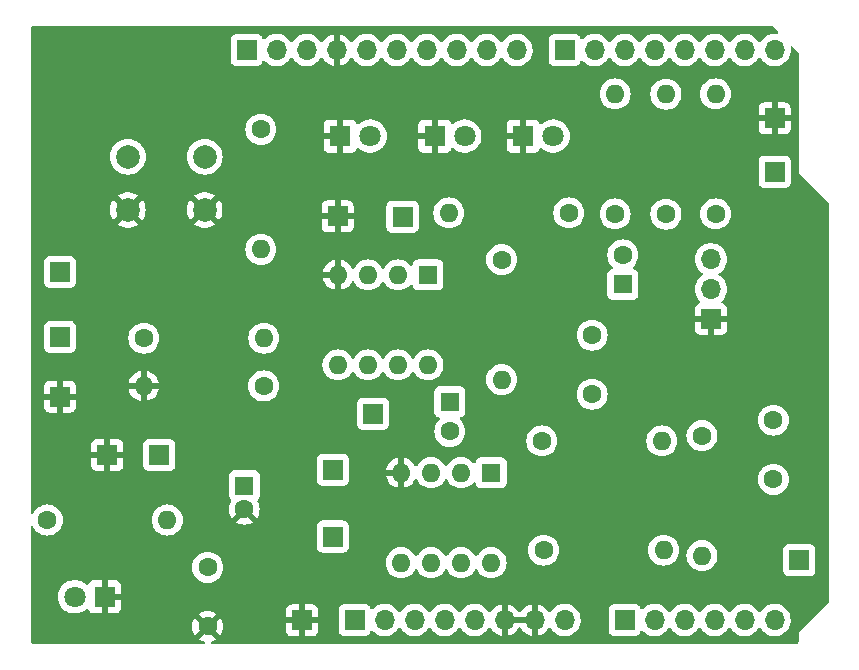
<source format=gbr>
%TF.GenerationSoftware,KiCad,Pcbnew,8.0.1*%
%TF.CreationDate,2024-05-26T13:05:02+02:00*%
%TF.ProjectId,24Ghz_RADAR,32344768-7a5f-4524-9144-41522e6b6963,2.0*%
%TF.SameCoordinates,Original*%
%TF.FileFunction,Copper,L2,Inr*%
%TF.FilePolarity,Positive*%
%FSLAX46Y46*%
G04 Gerber Fmt 4.6, Leading zero omitted, Abs format (unit mm)*
G04 Created by KiCad (PCBNEW 8.0.1) date 2024-05-26 13:05:02*
%MOMM*%
%LPD*%
G01*
G04 APERTURE LIST*
%TA.AperFunction,ComponentPad*%
%ADD10R,1.700000X1.700000*%
%TD*%
%TA.AperFunction,ComponentPad*%
%ADD11C,1.600000*%
%TD*%
%TA.AperFunction,ComponentPad*%
%ADD12O,1.600000X1.600000*%
%TD*%
%TA.AperFunction,ComponentPad*%
%ADD13C,2.000000*%
%TD*%
%TA.AperFunction,ComponentPad*%
%ADD14R,1.800000X1.800000*%
%TD*%
%TA.AperFunction,ComponentPad*%
%ADD15C,1.800000*%
%TD*%
%TA.AperFunction,ComponentPad*%
%ADD16R,1.600000X1.600000*%
%TD*%
%TA.AperFunction,ComponentPad*%
%ADD17O,1.700000X1.700000*%
%TD*%
G04 APERTURE END LIST*
D10*
%TO.N,Vout*%
%TO.C,J10*%
X165600000Y-92400000D03*
%TD*%
%TO.N,Net-(J8-Pin_1)*%
%TO.C,J8*%
X126100000Y-84750000D03*
%TD*%
D11*
%TO.N,+5V*%
%TO.C,R6*%
X110100000Y-73600000D03*
D12*
%TO.N,/VD_I*%
X120260000Y-73600000D03*
%TD*%
D13*
%TO.N,SW_PUSH*%
%TO.C,SW1*%
X108750000Y-58250000D03*
X115250000Y-58250000D03*
%TO.N,GND*%
X108750000Y-62750000D03*
X115250000Y-62750000D03*
%TD*%
D11*
%TO.N,Net-(J9-Pin_1)*%
%TO.C,R5*%
X143950000Y-91550000D03*
D12*
%TO.N,Vout*%
X154110000Y-91550000D03*
%TD*%
D14*
%TO.N,GND*%
%TO.C,LED2*%
X134725000Y-56500000D03*
D15*
%TO.N,Net-(LED2-A)*%
X137265000Y-56500000D03*
%TD*%
D16*
%TO.N,unconnected-(U2-NC-Pad1)*%
%TO.C,U2*%
X139500000Y-85000000D03*
D12*
%TO.N,Net-(J8-Pin_1)*%
X136960000Y-85000000D03*
%TO.N,/VD_I*%
X134420000Y-85000000D03*
%TO.N,GND*%
X131880000Y-85000000D03*
%TO.N,unconnected-(U2-NC-Pad5)*%
X131880000Y-92620000D03*
%TO.N,Net-(J9-Pin_1)*%
X134420000Y-92620000D03*
%TO.N,+5V*%
X136960000Y-92620000D03*
%TO.N,unconnected-(U2-NC-Pad8)*%
X139500000Y-92620000D03*
%TD*%
D10*
%TO.N,/VD_I*%
%TO.C,J11*%
X111400000Y-83500000D03*
%TD*%
D16*
%TO.N,Net-(J7-Pin_1)*%
%TO.C,C4*%
X136000000Y-79000000D03*
D11*
%TO.N,Net-(C4-Pad2)*%
X136000000Y-81500000D03*
%TD*%
%TO.N,Net-(J8-Pin_1)*%
%TO.C,R4*%
X157350000Y-81850000D03*
D12*
%TO.N,Net-(J9-Pin_1)*%
X157350000Y-92010000D03*
%TD*%
D11*
%TO.N,Net-(LED1-A)*%
%TO.C,R8*%
X158500000Y-63080000D03*
D12*
%TO.N,LED_GREEN*%
X158500000Y-52920000D03*
%TD*%
D10*
%TO.N,GND*%
%TO.C,J17*%
X158100000Y-72000000D03*
D17*
%TO.N,Vin*%
X158100000Y-69460000D03*
%TO.N,+5V*%
X158100000Y-66920000D03*
%TD*%
D10*
%TO.N,GND*%
%TO.C,J19*%
X126500000Y-63300000D03*
%TD*%
D16*
%TO.N,/VD_I*%
%TO.C,C6*%
X118600000Y-86094888D03*
D11*
%TO.N,GND*%
X118600000Y-88094888D03*
%TD*%
D10*
%TO.N,Net-(J6-Pin_1)*%
%TO.C,J6*%
X132000000Y-63320000D03*
%TD*%
D11*
%TO.N,Net-(LED3-A)*%
%TO.C,R10*%
X150000000Y-63080000D03*
D12*
%TO.N,LED_RED*%
X150000000Y-52920000D03*
%TD*%
D10*
%TO.N,+5V*%
%TO.C,J13*%
X103000000Y-73500000D03*
%TD*%
%TO.N,GND*%
%TO.C,J18*%
X163500000Y-55000000D03*
%TD*%
D14*
%TO.N,GND*%
%TO.C,LED3*%
X126725000Y-56500000D03*
D15*
%TO.N,Net-(LED3-A)*%
X129265000Y-56500000D03*
%TD*%
D11*
%TO.N,GND*%
%TO.C,C3*%
X115500000Y-98000000D03*
%TO.N,/VD_I*%
X115500000Y-93000000D03*
%TD*%
D10*
%TO.N,GND*%
%TO.C,J15*%
X103000000Y-78550000D03*
%TD*%
%TO.N,GND*%
%TO.C,J20*%
X107000000Y-83500000D03*
%TD*%
D11*
%TO.N,/VD_I*%
%TO.C,R7*%
X120250000Y-77650000D03*
D12*
%TO.N,GND*%
X110090000Y-77650000D03*
%TD*%
D14*
%TO.N,GND*%
%TO.C,LED4*%
X106775000Y-95500000D03*
D15*
%TO.N,Net-(LED4-A)*%
X104235000Y-95500000D03*
%TD*%
D11*
%TO.N,Net-(J6-Pin_1)*%
%TO.C,R2*%
X140400000Y-66950000D03*
D12*
%TO.N,Net-(J7-Pin_1)*%
X140400000Y-77110000D03*
%TD*%
D11*
%TO.N,SW_PUSH*%
%TO.C,R12*%
X120000000Y-55920000D03*
D12*
%TO.N,+5V*%
X120000000Y-66080000D03*
%TD*%
D10*
%TO.N,Vin*%
%TO.C,J5*%
X163500000Y-59500000D03*
%TD*%
%TO.N,Net-(J7-Pin_1)*%
%TO.C,J7*%
X129500000Y-80000000D03*
%TD*%
D11*
%TO.N,Net-(C1-Pad2)*%
%TO.C,R1*%
X146080000Y-63000000D03*
D12*
%TO.N,Net-(J6-Pin_1)*%
X135920000Y-63000000D03*
%TD*%
D11*
%TO.N,Net-(C4-Pad2)*%
%TO.C,R3*%
X143800000Y-82300000D03*
D12*
%TO.N,Net-(J8-Pin_1)*%
X153960000Y-82300000D03*
%TD*%
D10*
%TO.N,GND*%
%TO.C,J12*%
X123500000Y-97500000D03*
%TD*%
D11*
%TO.N,Net-(LED4-A)*%
%TO.C,R11*%
X101920000Y-89000000D03*
D12*
%TO.N,+5V*%
X112080000Y-89000000D03*
%TD*%
D10*
%TO.N,+5V*%
%TO.C,J14*%
X103000000Y-68000000D03*
%TD*%
D16*
%TO.N,unconnected-(U1-NC-Pad1)*%
%TO.C,U1*%
X134150000Y-68250000D03*
D12*
%TO.N,Net-(J6-Pin_1)*%
X131610000Y-68250000D03*
%TO.N,/VD_I*%
X129070000Y-68250000D03*
%TO.N,GND*%
X126530000Y-68250000D03*
%TO.N,unconnected-(U1-NC-Pad5)*%
X126530000Y-75870000D03*
%TO.N,Net-(J7-Pin_1)*%
X129070000Y-75870000D03*
%TO.N,+5V*%
X131610000Y-75870000D03*
%TO.N,unconnected-(U1-NC-Pad8)*%
X134150000Y-75870000D03*
%TD*%
D14*
%TO.N,GND*%
%TO.C,LED1*%
X142225000Y-56500000D03*
D15*
%TO.N,Net-(LED1-A)*%
X144765000Y-56500000D03*
%TD*%
D10*
%TO.N,Net-(J9-Pin_1)*%
%TO.C,J9*%
X126100000Y-90400000D03*
%TD*%
D11*
%TO.N,Net-(J6-Pin_1)*%
%TO.C,C2*%
X148050000Y-73350000D03*
%TO.N,Net-(J7-Pin_1)*%
X148050000Y-78350000D03*
%TD*%
D16*
%TO.N,Vin*%
%TO.C,C1*%
X150650000Y-69050000D03*
D11*
%TO.N,Net-(C1-Pad2)*%
X150650000Y-66550000D03*
%TD*%
%TO.N,Net-(J8-Pin_1)*%
%TO.C,C5*%
X163400000Y-80550000D03*
%TO.N,Net-(J9-Pin_1)*%
X163400000Y-85550000D03*
%TD*%
%TO.N,Net-(LED2-A)*%
%TO.C,R9*%
X154300000Y-63100000D03*
D12*
%TO.N,LED_ORANGE*%
X154300000Y-52940000D03*
%TD*%
D10*
%TO.N,unconnected-(J1-Pin_1-Pad1)*%
%TO.C,J1*%
X127940000Y-97460000D03*
D17*
%TO.N,unconnected-(J1-Pin_2-Pad2)*%
X130480000Y-97460000D03*
%TO.N,unconnected-(J1-Pin_3-Pad3)*%
X133020000Y-97460000D03*
%TO.N,unconnected-(J1-Pin_4-Pad4)*%
X135560000Y-97460000D03*
%TO.N,+5V*%
X138100000Y-97460000D03*
%TO.N,GND*%
X140640000Y-97460000D03*
X143180000Y-97460000D03*
%TO.N,unconnected-(J1-Pin_8-Pad8)*%
X145720000Y-97460000D03*
%TD*%
D10*
%TO.N,Vout*%
%TO.C,J3*%
X150800000Y-97460000D03*
D17*
%TO.N,unconnected-(J3-Pin_2-Pad2)*%
X153340000Y-97460000D03*
%TO.N,unconnected-(J3-Pin_3-Pad3)*%
X155880000Y-97460000D03*
%TO.N,unconnected-(J3-Pin_4-Pad4)*%
X158420000Y-97460000D03*
%TO.N,unconnected-(J3-Pin_5-Pad5)*%
X160960000Y-97460000D03*
%TO.N,unconnected-(J3-Pin_6-Pad6)*%
X163500000Y-97460000D03*
%TD*%
D10*
%TO.N,unconnected-(J2-Pin_1-Pad1)*%
%TO.C,J2*%
X118796000Y-49200000D03*
D17*
%TO.N,unconnected-(J2-Pin_2-Pad2)*%
X121336000Y-49200000D03*
%TO.N,unconnected-(J2-Pin_3-Pad3)*%
X123876000Y-49200000D03*
%TO.N,GND*%
X126416000Y-49200000D03*
%TO.N,unconnected-(J2-Pin_5-Pad5)*%
X128956000Y-49200000D03*
%TO.N,unconnected-(J2-Pin_6-Pad6)*%
X131496000Y-49200000D03*
%TO.N,unconnected-(J2-Pin_7-Pad7)*%
X134036000Y-49200000D03*
%TO.N,unconnected-(J2-Pin_8-Pad8)*%
X136576000Y-49200000D03*
%TO.N,unconnected-(J2-Pin_9-Pad9)*%
X139116000Y-49200000D03*
%TO.N,unconnected-(J2-Pin_10-Pad10)*%
X141656000Y-49200000D03*
%TD*%
D10*
%TO.N,SW_PUSH*%
%TO.C,J4*%
X145720000Y-49200000D03*
D17*
%TO.N,LED_RED*%
X148260000Y-49200000D03*
%TO.N,LED_ORANGE*%
X150800000Y-49200000D03*
%TO.N,LED_GREEN*%
X153340000Y-49200000D03*
%TO.N,unconnected-(J4-Pin_5-Pad5)*%
X155880000Y-49200000D03*
%TO.N,unconnected-(J4-Pin_6-Pad6)*%
X158420000Y-49200000D03*
%TO.N,unconnected-(J4-Pin_7-Pad7)*%
X160960000Y-49200000D03*
%TO.N,unconnected-(J4-Pin_8-Pad8)*%
X163500000Y-49200000D03*
%TD*%
%TA.AperFunction,Conductor*%
%TO.N,GND*%
G36*
X142714075Y-97267007D02*
G01*
X142680000Y-97394174D01*
X142680000Y-97525826D01*
X142714075Y-97652993D01*
X142746988Y-97710000D01*
X141073012Y-97710000D01*
X141105925Y-97652993D01*
X141140000Y-97525826D01*
X141140000Y-97394174D01*
X141105925Y-97267007D01*
X141073012Y-97210000D01*
X142746988Y-97210000D01*
X142714075Y-97267007D01*
G37*
%TD.AperFunction*%
%TA.AperFunction,Conductor*%
G36*
X163308363Y-47180185D02*
G01*
X163329005Y-47196819D01*
X163772315Y-47640129D01*
X163805800Y-47701452D01*
X163800816Y-47771144D01*
X163758944Y-47827077D01*
X163693480Y-47851494D01*
X163664226Y-47850119D01*
X163612570Y-47841500D01*
X163612569Y-47841500D01*
X163387431Y-47841500D01*
X163165362Y-47878556D01*
X162952430Y-47951656D01*
X162952419Y-47951661D01*
X162754427Y-48058808D01*
X162754422Y-48058812D01*
X162576761Y-48197092D01*
X162576756Y-48197097D01*
X162424284Y-48362723D01*
X162424276Y-48362734D01*
X162333808Y-48501206D01*
X162280662Y-48546562D01*
X162211431Y-48555986D01*
X162148095Y-48526484D01*
X162126192Y-48501206D01*
X162035723Y-48362734D01*
X162035715Y-48362723D01*
X161883243Y-48197097D01*
X161883238Y-48197092D01*
X161705577Y-48058812D01*
X161705572Y-48058808D01*
X161507580Y-47951661D01*
X161507577Y-47951659D01*
X161507574Y-47951658D01*
X161507571Y-47951657D01*
X161507569Y-47951656D01*
X161294637Y-47878556D01*
X161072569Y-47841500D01*
X160847431Y-47841500D01*
X160625362Y-47878556D01*
X160412430Y-47951656D01*
X160412419Y-47951661D01*
X160214427Y-48058808D01*
X160214422Y-48058812D01*
X160036761Y-48197092D01*
X160036756Y-48197097D01*
X159884284Y-48362723D01*
X159884276Y-48362734D01*
X159793808Y-48501206D01*
X159740662Y-48546562D01*
X159671431Y-48555986D01*
X159608095Y-48526484D01*
X159586192Y-48501206D01*
X159495723Y-48362734D01*
X159495715Y-48362723D01*
X159343243Y-48197097D01*
X159343238Y-48197092D01*
X159165577Y-48058812D01*
X159165572Y-48058808D01*
X158967580Y-47951661D01*
X158967577Y-47951659D01*
X158967574Y-47951658D01*
X158967571Y-47951657D01*
X158967569Y-47951656D01*
X158754637Y-47878556D01*
X158532569Y-47841500D01*
X158307431Y-47841500D01*
X158085362Y-47878556D01*
X157872430Y-47951656D01*
X157872419Y-47951661D01*
X157674427Y-48058808D01*
X157674422Y-48058812D01*
X157496761Y-48197092D01*
X157496756Y-48197097D01*
X157344284Y-48362723D01*
X157344276Y-48362734D01*
X157253808Y-48501206D01*
X157200662Y-48546562D01*
X157131431Y-48555986D01*
X157068095Y-48526484D01*
X157046192Y-48501206D01*
X156955723Y-48362734D01*
X156955715Y-48362723D01*
X156803243Y-48197097D01*
X156803238Y-48197092D01*
X156625577Y-48058812D01*
X156625572Y-48058808D01*
X156427580Y-47951661D01*
X156427577Y-47951659D01*
X156427574Y-47951658D01*
X156427571Y-47951657D01*
X156427569Y-47951656D01*
X156214637Y-47878556D01*
X155992569Y-47841500D01*
X155767431Y-47841500D01*
X155545362Y-47878556D01*
X155332430Y-47951656D01*
X155332419Y-47951661D01*
X155134427Y-48058808D01*
X155134422Y-48058812D01*
X154956761Y-48197092D01*
X154956756Y-48197097D01*
X154804284Y-48362723D01*
X154804276Y-48362734D01*
X154713808Y-48501206D01*
X154660662Y-48546562D01*
X154591431Y-48555986D01*
X154528095Y-48526484D01*
X154506192Y-48501206D01*
X154415723Y-48362734D01*
X154415715Y-48362723D01*
X154263243Y-48197097D01*
X154263238Y-48197092D01*
X154085577Y-48058812D01*
X154085572Y-48058808D01*
X153887580Y-47951661D01*
X153887577Y-47951659D01*
X153887574Y-47951658D01*
X153887571Y-47951657D01*
X153887569Y-47951656D01*
X153674637Y-47878556D01*
X153452569Y-47841500D01*
X153227431Y-47841500D01*
X153005362Y-47878556D01*
X152792430Y-47951656D01*
X152792419Y-47951661D01*
X152594427Y-48058808D01*
X152594422Y-48058812D01*
X152416761Y-48197092D01*
X152416756Y-48197097D01*
X152264284Y-48362723D01*
X152264276Y-48362734D01*
X152173808Y-48501206D01*
X152120662Y-48546562D01*
X152051431Y-48555986D01*
X151988095Y-48526484D01*
X151966192Y-48501206D01*
X151875723Y-48362734D01*
X151875715Y-48362723D01*
X151723243Y-48197097D01*
X151723238Y-48197092D01*
X151545577Y-48058812D01*
X151545572Y-48058808D01*
X151347580Y-47951661D01*
X151347577Y-47951659D01*
X151347574Y-47951658D01*
X151347571Y-47951657D01*
X151347569Y-47951656D01*
X151134637Y-47878556D01*
X150912569Y-47841500D01*
X150687431Y-47841500D01*
X150465362Y-47878556D01*
X150252430Y-47951656D01*
X150252419Y-47951661D01*
X150054427Y-48058808D01*
X150054422Y-48058812D01*
X149876761Y-48197092D01*
X149876756Y-48197097D01*
X149724284Y-48362723D01*
X149724276Y-48362734D01*
X149633808Y-48501206D01*
X149580662Y-48546562D01*
X149511431Y-48555986D01*
X149448095Y-48526484D01*
X149426192Y-48501206D01*
X149335723Y-48362734D01*
X149335715Y-48362723D01*
X149183243Y-48197097D01*
X149183238Y-48197092D01*
X149005577Y-48058812D01*
X149005572Y-48058808D01*
X148807580Y-47951661D01*
X148807577Y-47951659D01*
X148807574Y-47951658D01*
X148807571Y-47951657D01*
X148807569Y-47951656D01*
X148594637Y-47878556D01*
X148372569Y-47841500D01*
X148147431Y-47841500D01*
X147925362Y-47878556D01*
X147712430Y-47951656D01*
X147712419Y-47951661D01*
X147514427Y-48058808D01*
X147514422Y-48058812D01*
X147336761Y-48197092D01*
X147273548Y-48265760D01*
X147213661Y-48301750D01*
X147143823Y-48299649D01*
X147086207Y-48260124D01*
X147066138Y-48225110D01*
X147020889Y-48103796D01*
X146987214Y-48058812D01*
X146933261Y-47986739D01*
X146816204Y-47899111D01*
X146679203Y-47848011D01*
X146618654Y-47841500D01*
X146618638Y-47841500D01*
X144821362Y-47841500D01*
X144821345Y-47841500D01*
X144760797Y-47848011D01*
X144760795Y-47848011D01*
X144623795Y-47899111D01*
X144506739Y-47986739D01*
X144419111Y-48103795D01*
X144368011Y-48240795D01*
X144368011Y-48240797D01*
X144361500Y-48301345D01*
X144361500Y-50098654D01*
X144368011Y-50159202D01*
X144368011Y-50159204D01*
X144419111Y-50296204D01*
X144506739Y-50413261D01*
X144623796Y-50500889D01*
X144760799Y-50551989D01*
X144788050Y-50554918D01*
X144821345Y-50558499D01*
X144821362Y-50558500D01*
X146618638Y-50558500D01*
X146618654Y-50558499D01*
X146645692Y-50555591D01*
X146679201Y-50551989D01*
X146816204Y-50500889D01*
X146933261Y-50413261D01*
X147020889Y-50296204D01*
X147066138Y-50174887D01*
X147108009Y-50118956D01*
X147173474Y-50094539D01*
X147241746Y-50109391D01*
X147273545Y-50134236D01*
X147336760Y-50202906D01*
X147514424Y-50341189D01*
X147514425Y-50341189D01*
X147514427Y-50341191D01*
X147574314Y-50373600D01*
X147712426Y-50448342D01*
X147925365Y-50521444D01*
X148147431Y-50558500D01*
X148372569Y-50558500D01*
X148594635Y-50521444D01*
X148807574Y-50448342D01*
X149005576Y-50341189D01*
X149183240Y-50202906D01*
X149304594Y-50071082D01*
X149335715Y-50037276D01*
X149335715Y-50037275D01*
X149335722Y-50037268D01*
X149426193Y-49898790D01*
X149479338Y-49853437D01*
X149548569Y-49844013D01*
X149611905Y-49873515D01*
X149633804Y-49898787D01*
X149724278Y-50037268D01*
X149724283Y-50037273D01*
X149724284Y-50037276D01*
X149850968Y-50174889D01*
X149876760Y-50202906D01*
X150054424Y-50341189D01*
X150054425Y-50341189D01*
X150054427Y-50341191D01*
X150114314Y-50373600D01*
X150252426Y-50448342D01*
X150465365Y-50521444D01*
X150687431Y-50558500D01*
X150912569Y-50558500D01*
X151134635Y-50521444D01*
X151347574Y-50448342D01*
X151545576Y-50341189D01*
X151723240Y-50202906D01*
X151844594Y-50071082D01*
X151875715Y-50037276D01*
X151875715Y-50037275D01*
X151875722Y-50037268D01*
X151966193Y-49898790D01*
X152019338Y-49853437D01*
X152088569Y-49844013D01*
X152151905Y-49873515D01*
X152173804Y-49898787D01*
X152264278Y-50037268D01*
X152264283Y-50037273D01*
X152264284Y-50037276D01*
X152390968Y-50174889D01*
X152416760Y-50202906D01*
X152594424Y-50341189D01*
X152594425Y-50341189D01*
X152594427Y-50341191D01*
X152654314Y-50373600D01*
X152792426Y-50448342D01*
X153005365Y-50521444D01*
X153227431Y-50558500D01*
X153452569Y-50558500D01*
X153674635Y-50521444D01*
X153887574Y-50448342D01*
X154085576Y-50341189D01*
X154263240Y-50202906D01*
X154384594Y-50071082D01*
X154415715Y-50037276D01*
X154415715Y-50037275D01*
X154415722Y-50037268D01*
X154506193Y-49898790D01*
X154559338Y-49853437D01*
X154628569Y-49844013D01*
X154691905Y-49873515D01*
X154713804Y-49898787D01*
X154804278Y-50037268D01*
X154804283Y-50037273D01*
X154804284Y-50037276D01*
X154930968Y-50174889D01*
X154956760Y-50202906D01*
X155134424Y-50341189D01*
X155134425Y-50341189D01*
X155134427Y-50341191D01*
X155194314Y-50373600D01*
X155332426Y-50448342D01*
X155545365Y-50521444D01*
X155767431Y-50558500D01*
X155992569Y-50558500D01*
X156214635Y-50521444D01*
X156427574Y-50448342D01*
X156625576Y-50341189D01*
X156803240Y-50202906D01*
X156924594Y-50071082D01*
X156955715Y-50037276D01*
X156955715Y-50037275D01*
X156955722Y-50037268D01*
X157046193Y-49898790D01*
X157099338Y-49853437D01*
X157168569Y-49844013D01*
X157231905Y-49873515D01*
X157253804Y-49898787D01*
X157344278Y-50037268D01*
X157344283Y-50037273D01*
X157344284Y-50037276D01*
X157470968Y-50174889D01*
X157496760Y-50202906D01*
X157674424Y-50341189D01*
X157674425Y-50341189D01*
X157674427Y-50341191D01*
X157734314Y-50373600D01*
X157872426Y-50448342D01*
X158085365Y-50521444D01*
X158307431Y-50558500D01*
X158532569Y-50558500D01*
X158754635Y-50521444D01*
X158967574Y-50448342D01*
X159165576Y-50341189D01*
X159343240Y-50202906D01*
X159464594Y-50071082D01*
X159495715Y-50037276D01*
X159495715Y-50037275D01*
X159495722Y-50037268D01*
X159586193Y-49898790D01*
X159639338Y-49853437D01*
X159708569Y-49844013D01*
X159771905Y-49873515D01*
X159793804Y-49898787D01*
X159884278Y-50037268D01*
X159884283Y-50037273D01*
X159884284Y-50037276D01*
X160010968Y-50174889D01*
X160036760Y-50202906D01*
X160214424Y-50341189D01*
X160214425Y-50341189D01*
X160214427Y-50341191D01*
X160274314Y-50373600D01*
X160412426Y-50448342D01*
X160625365Y-50521444D01*
X160847431Y-50558500D01*
X161072569Y-50558500D01*
X161294635Y-50521444D01*
X161507574Y-50448342D01*
X161705576Y-50341189D01*
X161883240Y-50202906D01*
X162004594Y-50071082D01*
X162035715Y-50037276D01*
X162035715Y-50037275D01*
X162035722Y-50037268D01*
X162126193Y-49898790D01*
X162179338Y-49853437D01*
X162248569Y-49844013D01*
X162311905Y-49873515D01*
X162333804Y-49898787D01*
X162424278Y-50037268D01*
X162424283Y-50037273D01*
X162424284Y-50037276D01*
X162550968Y-50174889D01*
X162576760Y-50202906D01*
X162754424Y-50341189D01*
X162754425Y-50341189D01*
X162754427Y-50341191D01*
X162814314Y-50373600D01*
X162952426Y-50448342D01*
X163165365Y-50521444D01*
X163387431Y-50558500D01*
X163612569Y-50558500D01*
X163834635Y-50521444D01*
X164047574Y-50448342D01*
X164245576Y-50341189D01*
X164423240Y-50202906D01*
X164544594Y-50071082D01*
X164575715Y-50037276D01*
X164575717Y-50037273D01*
X164575722Y-50037268D01*
X164698860Y-49848791D01*
X164789296Y-49642616D01*
X164844564Y-49424368D01*
X164848987Y-49370995D01*
X164863156Y-49200005D01*
X164863156Y-49199995D01*
X164848713Y-49025706D01*
X164862793Y-48957269D01*
X164911638Y-48907310D01*
X164979739Y-48891689D01*
X165045475Y-48915366D01*
X165059970Y-48927784D01*
X165503181Y-49370995D01*
X165536666Y-49432318D01*
X165539500Y-49458676D01*
X165539500Y-59425891D01*
X165573608Y-59553187D01*
X165599620Y-59598240D01*
X165639500Y-59667314D01*
X165639502Y-59667316D01*
X168043181Y-62070995D01*
X168076666Y-62132318D01*
X168079500Y-62158676D01*
X168079500Y-95931324D01*
X168059815Y-95998363D01*
X168043181Y-96019005D01*
X165639502Y-98422683D01*
X165639500Y-98422686D01*
X165573608Y-98536812D01*
X165539500Y-98664108D01*
X165539500Y-99228242D01*
X165537973Y-99247641D01*
X165529773Y-99299411D01*
X165517785Y-99336307D01*
X165498474Y-99374207D01*
X165475670Y-99405593D01*
X165445593Y-99435670D01*
X165414207Y-99458474D01*
X165376307Y-99477785D01*
X165339411Y-99489773D01*
X165309068Y-99494579D01*
X165287639Y-99497973D01*
X165268243Y-99499500D01*
X115868480Y-99499500D01*
X115801441Y-99479815D01*
X115755686Y-99427011D01*
X115745742Y-99357853D01*
X115774767Y-99294297D01*
X115833545Y-99256523D01*
X115836387Y-99255725D01*
X115946317Y-99226269D01*
X115946331Y-99226264D01*
X116152478Y-99130136D01*
X116225471Y-99079024D01*
X115546447Y-98400000D01*
X115552661Y-98400000D01*
X115654394Y-98372741D01*
X115745606Y-98320080D01*
X115820080Y-98245606D01*
X115872741Y-98154394D01*
X115900000Y-98052661D01*
X115900000Y-98046447D01*
X116579024Y-98725471D01*
X116630136Y-98652478D01*
X116726264Y-98446331D01*
X116726269Y-98446317D01*
X116739257Y-98397844D01*
X122150000Y-98397844D01*
X122156401Y-98457372D01*
X122156403Y-98457379D01*
X122206645Y-98592086D01*
X122206649Y-98592093D01*
X122292809Y-98707187D01*
X122292812Y-98707190D01*
X122407906Y-98793350D01*
X122407913Y-98793354D01*
X122542620Y-98843596D01*
X122542627Y-98843598D01*
X122602155Y-98849999D01*
X122602172Y-98850000D01*
X123250000Y-98850000D01*
X123250000Y-97933012D01*
X123307007Y-97965925D01*
X123434174Y-98000000D01*
X123565826Y-98000000D01*
X123692993Y-97965925D01*
X123750000Y-97933012D01*
X123750000Y-98850000D01*
X124397828Y-98850000D01*
X124397844Y-98849999D01*
X124457372Y-98843598D01*
X124457379Y-98843596D01*
X124592086Y-98793354D01*
X124592093Y-98793350D01*
X124707187Y-98707190D01*
X124707190Y-98707187D01*
X124793350Y-98592093D01*
X124793354Y-98592086D01*
X124843596Y-98457379D01*
X124843598Y-98457372D01*
X124849999Y-98397844D01*
X124850000Y-98397827D01*
X124850000Y-98358654D01*
X126581500Y-98358654D01*
X126588011Y-98419202D01*
X126588011Y-98419204D01*
X126631878Y-98536812D01*
X126639111Y-98556204D01*
X126726739Y-98673261D01*
X126843796Y-98760889D01*
X126980799Y-98811989D01*
X127008050Y-98814918D01*
X127041345Y-98818499D01*
X127041362Y-98818500D01*
X128838638Y-98818500D01*
X128838654Y-98818499D01*
X128865692Y-98815591D01*
X128899201Y-98811989D01*
X129036204Y-98760889D01*
X129153261Y-98673261D01*
X129240889Y-98556204D01*
X129286138Y-98434887D01*
X129328009Y-98378956D01*
X129393474Y-98354539D01*
X129461746Y-98369391D01*
X129493545Y-98394236D01*
X129556760Y-98462906D01*
X129734424Y-98601189D01*
X129734425Y-98601189D01*
X129734427Y-98601191D01*
X129794314Y-98633600D01*
X129932426Y-98708342D01*
X130145365Y-98781444D01*
X130367431Y-98818500D01*
X130592569Y-98818500D01*
X130814635Y-98781444D01*
X131027574Y-98708342D01*
X131225576Y-98601189D01*
X131403240Y-98462906D01*
X131524594Y-98331082D01*
X131555715Y-98297276D01*
X131555715Y-98297275D01*
X131555722Y-98297268D01*
X131646193Y-98158790D01*
X131699338Y-98113437D01*
X131768569Y-98104013D01*
X131831905Y-98133515D01*
X131853804Y-98158787D01*
X131944278Y-98297268D01*
X131944283Y-98297273D01*
X131944284Y-98297276D01*
X132091672Y-98457379D01*
X132096760Y-98462906D01*
X132274424Y-98601189D01*
X132274425Y-98601189D01*
X132274427Y-98601191D01*
X132334314Y-98633600D01*
X132472426Y-98708342D01*
X132685365Y-98781444D01*
X132907431Y-98818500D01*
X133132569Y-98818500D01*
X133354635Y-98781444D01*
X133567574Y-98708342D01*
X133765576Y-98601189D01*
X133943240Y-98462906D01*
X134064594Y-98331082D01*
X134095715Y-98297276D01*
X134095715Y-98297275D01*
X134095722Y-98297268D01*
X134186193Y-98158790D01*
X134239338Y-98113437D01*
X134308569Y-98104013D01*
X134371905Y-98133515D01*
X134393804Y-98158787D01*
X134484278Y-98297268D01*
X134484283Y-98297273D01*
X134484284Y-98297276D01*
X134631672Y-98457379D01*
X134636760Y-98462906D01*
X134814424Y-98601189D01*
X134814425Y-98601189D01*
X134814427Y-98601191D01*
X134874314Y-98633600D01*
X135012426Y-98708342D01*
X135225365Y-98781444D01*
X135447431Y-98818500D01*
X135672569Y-98818500D01*
X135894635Y-98781444D01*
X136107574Y-98708342D01*
X136305576Y-98601189D01*
X136483240Y-98462906D01*
X136604594Y-98331082D01*
X136635715Y-98297276D01*
X136635715Y-98297275D01*
X136635722Y-98297268D01*
X136726193Y-98158790D01*
X136779338Y-98113437D01*
X136848569Y-98104013D01*
X136911905Y-98133515D01*
X136933804Y-98158787D01*
X137024278Y-98297268D01*
X137024283Y-98297273D01*
X137024284Y-98297276D01*
X137171672Y-98457379D01*
X137176760Y-98462906D01*
X137354424Y-98601189D01*
X137354425Y-98601189D01*
X137354427Y-98601191D01*
X137414314Y-98633600D01*
X137552426Y-98708342D01*
X137765365Y-98781444D01*
X137987431Y-98818500D01*
X138212569Y-98818500D01*
X138434635Y-98781444D01*
X138647574Y-98708342D01*
X138845576Y-98601189D01*
X139023240Y-98462906D01*
X139144594Y-98331082D01*
X139175715Y-98297276D01*
X139175715Y-98297275D01*
X139175722Y-98297268D01*
X139269749Y-98153347D01*
X139322894Y-98107994D01*
X139392125Y-98098570D01*
X139455461Y-98128072D01*
X139475130Y-98150048D01*
X139601890Y-98331078D01*
X139768917Y-98498105D01*
X139962421Y-98633600D01*
X140176507Y-98733429D01*
X140176516Y-98733433D01*
X140390000Y-98790634D01*
X140390000Y-97893012D01*
X140447007Y-97925925D01*
X140574174Y-97960000D01*
X140705826Y-97960000D01*
X140832993Y-97925925D01*
X140890000Y-97893012D01*
X140890000Y-98790633D01*
X141103483Y-98733433D01*
X141103492Y-98733429D01*
X141317578Y-98633600D01*
X141511082Y-98498105D01*
X141678105Y-98331082D01*
X141808425Y-98144968D01*
X141863002Y-98101344D01*
X141932501Y-98094151D01*
X141994855Y-98125673D01*
X142011575Y-98144968D01*
X142141894Y-98331082D01*
X142308917Y-98498105D01*
X142502421Y-98633600D01*
X142716507Y-98733429D01*
X142716516Y-98733433D01*
X142930000Y-98790634D01*
X142930000Y-97893012D01*
X142987007Y-97925925D01*
X143114174Y-97960000D01*
X143245826Y-97960000D01*
X143372993Y-97925925D01*
X143430000Y-97893012D01*
X143430000Y-98790633D01*
X143643483Y-98733433D01*
X143643492Y-98733429D01*
X143857578Y-98633600D01*
X144051082Y-98498105D01*
X144218105Y-98331082D01*
X144344868Y-98150048D01*
X144399445Y-98106423D01*
X144468944Y-98099231D01*
X144531298Y-98130753D01*
X144550251Y-98153350D01*
X144644276Y-98297265D01*
X144644284Y-98297276D01*
X144791672Y-98457379D01*
X144796760Y-98462906D01*
X144974424Y-98601189D01*
X144974425Y-98601189D01*
X144974427Y-98601191D01*
X145034314Y-98633600D01*
X145172426Y-98708342D01*
X145385365Y-98781444D01*
X145607431Y-98818500D01*
X145832569Y-98818500D01*
X146054635Y-98781444D01*
X146267574Y-98708342D01*
X146465576Y-98601189D01*
X146643240Y-98462906D01*
X146739212Y-98358654D01*
X149441500Y-98358654D01*
X149448011Y-98419202D01*
X149448011Y-98419204D01*
X149491878Y-98536812D01*
X149499111Y-98556204D01*
X149586739Y-98673261D01*
X149703796Y-98760889D01*
X149840799Y-98811989D01*
X149868050Y-98814918D01*
X149901345Y-98818499D01*
X149901362Y-98818500D01*
X151698638Y-98818500D01*
X151698654Y-98818499D01*
X151725692Y-98815591D01*
X151759201Y-98811989D01*
X151896204Y-98760889D01*
X152013261Y-98673261D01*
X152100889Y-98556204D01*
X152146138Y-98434887D01*
X152188009Y-98378956D01*
X152253474Y-98354539D01*
X152321746Y-98369391D01*
X152353545Y-98394236D01*
X152416760Y-98462906D01*
X152594424Y-98601189D01*
X152594425Y-98601189D01*
X152594427Y-98601191D01*
X152654314Y-98633600D01*
X152792426Y-98708342D01*
X153005365Y-98781444D01*
X153227431Y-98818500D01*
X153452569Y-98818500D01*
X153674635Y-98781444D01*
X153887574Y-98708342D01*
X154085576Y-98601189D01*
X154263240Y-98462906D01*
X154384594Y-98331082D01*
X154415715Y-98297276D01*
X154415715Y-98297275D01*
X154415722Y-98297268D01*
X154506193Y-98158790D01*
X154559338Y-98113437D01*
X154628569Y-98104013D01*
X154691905Y-98133515D01*
X154713804Y-98158787D01*
X154804278Y-98297268D01*
X154804283Y-98297273D01*
X154804284Y-98297276D01*
X154951672Y-98457379D01*
X154956760Y-98462906D01*
X155134424Y-98601189D01*
X155134425Y-98601189D01*
X155134427Y-98601191D01*
X155194314Y-98633600D01*
X155332426Y-98708342D01*
X155545365Y-98781444D01*
X155767431Y-98818500D01*
X155992569Y-98818500D01*
X156214635Y-98781444D01*
X156427574Y-98708342D01*
X156625576Y-98601189D01*
X156803240Y-98462906D01*
X156924594Y-98331082D01*
X156955715Y-98297276D01*
X156955715Y-98297275D01*
X156955722Y-98297268D01*
X157046193Y-98158790D01*
X157099338Y-98113437D01*
X157168569Y-98104013D01*
X157231905Y-98133515D01*
X157253804Y-98158787D01*
X157344278Y-98297268D01*
X157344283Y-98297273D01*
X157344284Y-98297276D01*
X157491672Y-98457379D01*
X157496760Y-98462906D01*
X157674424Y-98601189D01*
X157674425Y-98601189D01*
X157674427Y-98601191D01*
X157734314Y-98633600D01*
X157872426Y-98708342D01*
X158085365Y-98781444D01*
X158307431Y-98818500D01*
X158532569Y-98818500D01*
X158754635Y-98781444D01*
X158967574Y-98708342D01*
X159165576Y-98601189D01*
X159343240Y-98462906D01*
X159464594Y-98331082D01*
X159495715Y-98297276D01*
X159495715Y-98297275D01*
X159495722Y-98297268D01*
X159586193Y-98158790D01*
X159639338Y-98113437D01*
X159708569Y-98104013D01*
X159771905Y-98133515D01*
X159793804Y-98158787D01*
X159884278Y-98297268D01*
X159884283Y-98297273D01*
X159884284Y-98297276D01*
X160031672Y-98457379D01*
X160036760Y-98462906D01*
X160214424Y-98601189D01*
X160214425Y-98601189D01*
X160214427Y-98601191D01*
X160274314Y-98633600D01*
X160412426Y-98708342D01*
X160625365Y-98781444D01*
X160847431Y-98818500D01*
X161072569Y-98818500D01*
X161294635Y-98781444D01*
X161507574Y-98708342D01*
X161705576Y-98601189D01*
X161883240Y-98462906D01*
X162004594Y-98331082D01*
X162035715Y-98297276D01*
X162035715Y-98297275D01*
X162035722Y-98297268D01*
X162126193Y-98158790D01*
X162179338Y-98113437D01*
X162248569Y-98104013D01*
X162311905Y-98133515D01*
X162333804Y-98158787D01*
X162424278Y-98297268D01*
X162424283Y-98297273D01*
X162424284Y-98297276D01*
X162571672Y-98457379D01*
X162576760Y-98462906D01*
X162754424Y-98601189D01*
X162754425Y-98601189D01*
X162754427Y-98601191D01*
X162814314Y-98633600D01*
X162952426Y-98708342D01*
X163165365Y-98781444D01*
X163387431Y-98818500D01*
X163612569Y-98818500D01*
X163834635Y-98781444D01*
X164047574Y-98708342D01*
X164245576Y-98601189D01*
X164423240Y-98462906D01*
X164544594Y-98331082D01*
X164575715Y-98297276D01*
X164575717Y-98297273D01*
X164575722Y-98297268D01*
X164698860Y-98108791D01*
X164789296Y-97902616D01*
X164844564Y-97684368D01*
X164847164Y-97652993D01*
X164863156Y-97460005D01*
X164863156Y-97459994D01*
X164844565Y-97235640D01*
X164844563Y-97235628D01*
X164789296Y-97017385D01*
X164781670Y-97000000D01*
X164698860Y-96811209D01*
X164687804Y-96794287D01*
X164588371Y-96642093D01*
X164575722Y-96622732D01*
X164575719Y-96622729D01*
X164575715Y-96622723D01*
X164423243Y-96457097D01*
X164423238Y-96457092D01*
X164245577Y-96318812D01*
X164245572Y-96318808D01*
X164047580Y-96211661D01*
X164047577Y-96211659D01*
X164047574Y-96211658D01*
X164047571Y-96211657D01*
X164047569Y-96211656D01*
X163834637Y-96138556D01*
X163612569Y-96101500D01*
X163387431Y-96101500D01*
X163165362Y-96138556D01*
X162952430Y-96211656D01*
X162952419Y-96211661D01*
X162754427Y-96318808D01*
X162754422Y-96318812D01*
X162576761Y-96457092D01*
X162576756Y-96457097D01*
X162424284Y-96622723D01*
X162424276Y-96622734D01*
X162333808Y-96761206D01*
X162280662Y-96806562D01*
X162211431Y-96815986D01*
X162148095Y-96786484D01*
X162126192Y-96761206D01*
X162048371Y-96642093D01*
X162035722Y-96622732D01*
X162035719Y-96622729D01*
X162035715Y-96622723D01*
X161883243Y-96457097D01*
X161883238Y-96457092D01*
X161705577Y-96318812D01*
X161705572Y-96318808D01*
X161507580Y-96211661D01*
X161507577Y-96211659D01*
X161507574Y-96211658D01*
X161507571Y-96211657D01*
X161507569Y-96211656D01*
X161294637Y-96138556D01*
X161072569Y-96101500D01*
X160847431Y-96101500D01*
X160625362Y-96138556D01*
X160412430Y-96211656D01*
X160412419Y-96211661D01*
X160214427Y-96318808D01*
X160214422Y-96318812D01*
X160036761Y-96457092D01*
X160036756Y-96457097D01*
X159884284Y-96622723D01*
X159884276Y-96622734D01*
X159793808Y-96761206D01*
X159740662Y-96806562D01*
X159671431Y-96815986D01*
X159608095Y-96786484D01*
X159586192Y-96761206D01*
X159508371Y-96642093D01*
X159495722Y-96622732D01*
X159495719Y-96622729D01*
X159495715Y-96622723D01*
X159343243Y-96457097D01*
X159343238Y-96457092D01*
X159165577Y-96318812D01*
X159165572Y-96318808D01*
X158967580Y-96211661D01*
X158967577Y-96211659D01*
X158967574Y-96211658D01*
X158967571Y-96211657D01*
X158967569Y-96211656D01*
X158754637Y-96138556D01*
X158532569Y-96101500D01*
X158307431Y-96101500D01*
X158085362Y-96138556D01*
X157872430Y-96211656D01*
X157872419Y-96211661D01*
X157674427Y-96318808D01*
X157674422Y-96318812D01*
X157496761Y-96457092D01*
X157496756Y-96457097D01*
X157344284Y-96622723D01*
X157344276Y-96622734D01*
X157253808Y-96761206D01*
X157200662Y-96806562D01*
X157131431Y-96815986D01*
X157068095Y-96786484D01*
X157046192Y-96761206D01*
X156968371Y-96642093D01*
X156955722Y-96622732D01*
X156955719Y-96622729D01*
X156955715Y-96622723D01*
X156803243Y-96457097D01*
X156803238Y-96457092D01*
X156625577Y-96318812D01*
X156625572Y-96318808D01*
X156427580Y-96211661D01*
X156427577Y-96211659D01*
X156427574Y-96211658D01*
X156427571Y-96211657D01*
X156427569Y-96211656D01*
X156214637Y-96138556D01*
X155992569Y-96101500D01*
X155767431Y-96101500D01*
X155545362Y-96138556D01*
X155332430Y-96211656D01*
X155332419Y-96211661D01*
X155134427Y-96318808D01*
X155134422Y-96318812D01*
X154956761Y-96457092D01*
X154956756Y-96457097D01*
X154804284Y-96622723D01*
X154804276Y-96622734D01*
X154713808Y-96761206D01*
X154660662Y-96806562D01*
X154591431Y-96815986D01*
X154528095Y-96786484D01*
X154506192Y-96761206D01*
X154428371Y-96642093D01*
X154415722Y-96622732D01*
X154415719Y-96622729D01*
X154415715Y-96622723D01*
X154263243Y-96457097D01*
X154263238Y-96457092D01*
X154085577Y-96318812D01*
X154085572Y-96318808D01*
X153887580Y-96211661D01*
X153887577Y-96211659D01*
X153887574Y-96211658D01*
X153887571Y-96211657D01*
X153887569Y-96211656D01*
X153674637Y-96138556D01*
X153452569Y-96101500D01*
X153227431Y-96101500D01*
X153005362Y-96138556D01*
X152792430Y-96211656D01*
X152792419Y-96211661D01*
X152594427Y-96318808D01*
X152594422Y-96318812D01*
X152416761Y-96457092D01*
X152353548Y-96525760D01*
X152293661Y-96561750D01*
X152223823Y-96559649D01*
X152166207Y-96520124D01*
X152146138Y-96485110D01*
X152100889Y-96363796D01*
X152067214Y-96318812D01*
X152013261Y-96246739D01*
X151896204Y-96159111D01*
X151871777Y-96150000D01*
X151759203Y-96108011D01*
X151698654Y-96101500D01*
X151698638Y-96101500D01*
X149901362Y-96101500D01*
X149901345Y-96101500D01*
X149840797Y-96108011D01*
X149840795Y-96108011D01*
X149703795Y-96159111D01*
X149586739Y-96246739D01*
X149499111Y-96363795D01*
X149448011Y-96500795D01*
X149448011Y-96500797D01*
X149441500Y-96561345D01*
X149441500Y-98358654D01*
X146739212Y-98358654D01*
X146764594Y-98331082D01*
X146795715Y-98297276D01*
X146795717Y-98297273D01*
X146795722Y-98297268D01*
X146918860Y-98108791D01*
X147009296Y-97902616D01*
X147064564Y-97684368D01*
X147067164Y-97652993D01*
X147083156Y-97460005D01*
X147083156Y-97459994D01*
X147064565Y-97235640D01*
X147064563Y-97235628D01*
X147009296Y-97017385D01*
X147001670Y-97000000D01*
X146918860Y-96811209D01*
X146907804Y-96794287D01*
X146808371Y-96642093D01*
X146795722Y-96622732D01*
X146795719Y-96622729D01*
X146795715Y-96622723D01*
X146643243Y-96457097D01*
X146643238Y-96457092D01*
X146465577Y-96318812D01*
X146465572Y-96318808D01*
X146267580Y-96211661D01*
X146267577Y-96211659D01*
X146267574Y-96211658D01*
X146267571Y-96211657D01*
X146267569Y-96211656D01*
X146054637Y-96138556D01*
X145832569Y-96101500D01*
X145607431Y-96101500D01*
X145385362Y-96138556D01*
X145172430Y-96211656D01*
X145172419Y-96211661D01*
X144974427Y-96318808D01*
X144974422Y-96318812D01*
X144796761Y-96457092D01*
X144796756Y-96457097D01*
X144644284Y-96622723D01*
X144644276Y-96622734D01*
X144550251Y-96766650D01*
X144497105Y-96812007D01*
X144427873Y-96821430D01*
X144364538Y-96791928D01*
X144344868Y-96769951D01*
X144218113Y-96588926D01*
X144218108Y-96588920D01*
X144051082Y-96421894D01*
X143857578Y-96286399D01*
X143643492Y-96186570D01*
X143643486Y-96186567D01*
X143430000Y-96129364D01*
X143430000Y-97026988D01*
X143372993Y-96994075D01*
X143245826Y-96960000D01*
X143114174Y-96960000D01*
X142987007Y-96994075D01*
X142930000Y-97026988D01*
X142930000Y-96129364D01*
X142929999Y-96129364D01*
X142716513Y-96186567D01*
X142716507Y-96186570D01*
X142502422Y-96286399D01*
X142502420Y-96286400D01*
X142308926Y-96421886D01*
X142308920Y-96421891D01*
X142141891Y-96588920D01*
X142141890Y-96588922D01*
X142011575Y-96775031D01*
X141956998Y-96818655D01*
X141887499Y-96825848D01*
X141825145Y-96794326D01*
X141808425Y-96775031D01*
X141678109Y-96588922D01*
X141678108Y-96588920D01*
X141511082Y-96421894D01*
X141317578Y-96286399D01*
X141103492Y-96186570D01*
X141103486Y-96186567D01*
X140890000Y-96129364D01*
X140890000Y-97026988D01*
X140832993Y-96994075D01*
X140705826Y-96960000D01*
X140574174Y-96960000D01*
X140447007Y-96994075D01*
X140390000Y-97026988D01*
X140390000Y-96129364D01*
X140389999Y-96129364D01*
X140176513Y-96186567D01*
X140176507Y-96186570D01*
X139962422Y-96286399D01*
X139962420Y-96286400D01*
X139768926Y-96421886D01*
X139768920Y-96421891D01*
X139601891Y-96588920D01*
X139601890Y-96588922D01*
X139475131Y-96769952D01*
X139420554Y-96813577D01*
X139351055Y-96820769D01*
X139288701Y-96789247D01*
X139269752Y-96766656D01*
X139175722Y-96622732D01*
X139175715Y-96622725D01*
X139175715Y-96622723D01*
X139023243Y-96457097D01*
X139023238Y-96457092D01*
X138845577Y-96318812D01*
X138845572Y-96318808D01*
X138647580Y-96211661D01*
X138647577Y-96211659D01*
X138647574Y-96211658D01*
X138647571Y-96211657D01*
X138647569Y-96211656D01*
X138434637Y-96138556D01*
X138212569Y-96101500D01*
X137987431Y-96101500D01*
X137765362Y-96138556D01*
X137552430Y-96211656D01*
X137552419Y-96211661D01*
X137354427Y-96318808D01*
X137354422Y-96318812D01*
X137176761Y-96457092D01*
X137176756Y-96457097D01*
X137024284Y-96622723D01*
X137024276Y-96622734D01*
X136933808Y-96761206D01*
X136880662Y-96806562D01*
X136811431Y-96815986D01*
X136748095Y-96786484D01*
X136726192Y-96761206D01*
X136648371Y-96642093D01*
X136635722Y-96622732D01*
X136635719Y-96622729D01*
X136635715Y-96622723D01*
X136483243Y-96457097D01*
X136483238Y-96457092D01*
X136305577Y-96318812D01*
X136305572Y-96318808D01*
X136107580Y-96211661D01*
X136107577Y-96211659D01*
X136107574Y-96211658D01*
X136107571Y-96211657D01*
X136107569Y-96211656D01*
X135894637Y-96138556D01*
X135672569Y-96101500D01*
X135447431Y-96101500D01*
X135225362Y-96138556D01*
X135012430Y-96211656D01*
X135012419Y-96211661D01*
X134814427Y-96318808D01*
X134814422Y-96318812D01*
X134636761Y-96457092D01*
X134636756Y-96457097D01*
X134484284Y-96622723D01*
X134484276Y-96622734D01*
X134393808Y-96761206D01*
X134340662Y-96806562D01*
X134271431Y-96815986D01*
X134208095Y-96786484D01*
X134186192Y-96761206D01*
X134108371Y-96642093D01*
X134095722Y-96622732D01*
X134095719Y-96622729D01*
X134095715Y-96622723D01*
X133943243Y-96457097D01*
X133943238Y-96457092D01*
X133765577Y-96318812D01*
X133765572Y-96318808D01*
X133567580Y-96211661D01*
X133567577Y-96211659D01*
X133567574Y-96211658D01*
X133567571Y-96211657D01*
X133567569Y-96211656D01*
X133354637Y-96138556D01*
X133132569Y-96101500D01*
X132907431Y-96101500D01*
X132685362Y-96138556D01*
X132472430Y-96211656D01*
X132472419Y-96211661D01*
X132274427Y-96318808D01*
X132274422Y-96318812D01*
X132096761Y-96457092D01*
X132096756Y-96457097D01*
X131944284Y-96622723D01*
X131944276Y-96622734D01*
X131853808Y-96761206D01*
X131800662Y-96806562D01*
X131731431Y-96815986D01*
X131668095Y-96786484D01*
X131646192Y-96761206D01*
X131568371Y-96642093D01*
X131555722Y-96622732D01*
X131555719Y-96622729D01*
X131555715Y-96622723D01*
X131403243Y-96457097D01*
X131403238Y-96457092D01*
X131225577Y-96318812D01*
X131225572Y-96318808D01*
X131027580Y-96211661D01*
X131027577Y-96211659D01*
X131027574Y-96211658D01*
X131027571Y-96211657D01*
X131027569Y-96211656D01*
X130814637Y-96138556D01*
X130592569Y-96101500D01*
X130367431Y-96101500D01*
X130145362Y-96138556D01*
X129932430Y-96211656D01*
X129932419Y-96211661D01*
X129734427Y-96318808D01*
X129734422Y-96318812D01*
X129556761Y-96457092D01*
X129493548Y-96525760D01*
X129433661Y-96561750D01*
X129363823Y-96559649D01*
X129306207Y-96520124D01*
X129286138Y-96485110D01*
X129240889Y-96363796D01*
X129207214Y-96318812D01*
X129153261Y-96246739D01*
X129036204Y-96159111D01*
X129011777Y-96150000D01*
X128899203Y-96108011D01*
X128838654Y-96101500D01*
X128838638Y-96101500D01*
X127041362Y-96101500D01*
X127041345Y-96101500D01*
X126980797Y-96108011D01*
X126980795Y-96108011D01*
X126843795Y-96159111D01*
X126726739Y-96246739D01*
X126639111Y-96363795D01*
X126588011Y-96500795D01*
X126588011Y-96500797D01*
X126581500Y-96561345D01*
X126581500Y-98358654D01*
X124850000Y-98358654D01*
X124850000Y-97750000D01*
X123933012Y-97750000D01*
X123965925Y-97692993D01*
X124000000Y-97565826D01*
X124000000Y-97434174D01*
X123965925Y-97307007D01*
X123933012Y-97250000D01*
X124850000Y-97250000D01*
X124850000Y-96602172D01*
X124849999Y-96602155D01*
X124843598Y-96542627D01*
X124843596Y-96542620D01*
X124793354Y-96407913D01*
X124793350Y-96407906D01*
X124707190Y-96292812D01*
X124707187Y-96292809D01*
X124592093Y-96206649D01*
X124592086Y-96206645D01*
X124457379Y-96156403D01*
X124457372Y-96156401D01*
X124397844Y-96150000D01*
X123750000Y-96150000D01*
X123750000Y-97066988D01*
X123692993Y-97034075D01*
X123565826Y-97000000D01*
X123434174Y-97000000D01*
X123307007Y-97034075D01*
X123250000Y-97066988D01*
X123250000Y-96150000D01*
X122602155Y-96150000D01*
X122542627Y-96156401D01*
X122542620Y-96156403D01*
X122407913Y-96206645D01*
X122407906Y-96206649D01*
X122292812Y-96292809D01*
X122292809Y-96292812D01*
X122206649Y-96407906D01*
X122206645Y-96407913D01*
X122156403Y-96542620D01*
X122156401Y-96542627D01*
X122150000Y-96602155D01*
X122150000Y-97250000D01*
X123066988Y-97250000D01*
X123034075Y-97307007D01*
X123000000Y-97434174D01*
X123000000Y-97565826D01*
X123034075Y-97692993D01*
X123066988Y-97750000D01*
X122150000Y-97750000D01*
X122150000Y-98397844D01*
X116739257Y-98397844D01*
X116785139Y-98226610D01*
X116785141Y-98226599D01*
X116804966Y-98000002D01*
X116804966Y-97999997D01*
X116785141Y-97773400D01*
X116785139Y-97773389D01*
X116726269Y-97553682D01*
X116726264Y-97553668D01*
X116630136Y-97347521D01*
X116630132Y-97347513D01*
X116579025Y-97274526D01*
X115900000Y-97953551D01*
X115900000Y-97947339D01*
X115872741Y-97845606D01*
X115820080Y-97754394D01*
X115745606Y-97679920D01*
X115654394Y-97627259D01*
X115552661Y-97600000D01*
X115546448Y-97600000D01*
X116225472Y-96920974D01*
X116152478Y-96869863D01*
X115946331Y-96773735D01*
X115946317Y-96773730D01*
X115726610Y-96714860D01*
X115726599Y-96714858D01*
X115500002Y-96695034D01*
X115499998Y-96695034D01*
X115273400Y-96714858D01*
X115273389Y-96714860D01*
X115053682Y-96773730D01*
X115053673Y-96773734D01*
X114847516Y-96869866D01*
X114847512Y-96869868D01*
X114774526Y-96920973D01*
X114774526Y-96920974D01*
X115453553Y-97600000D01*
X115447339Y-97600000D01*
X115345606Y-97627259D01*
X115254394Y-97679920D01*
X115179920Y-97754394D01*
X115127259Y-97845606D01*
X115100000Y-97947339D01*
X115100000Y-97953552D01*
X114420974Y-97274526D01*
X114420973Y-97274526D01*
X114369868Y-97347512D01*
X114369866Y-97347516D01*
X114273734Y-97553673D01*
X114273730Y-97553682D01*
X114214860Y-97773389D01*
X114214858Y-97773400D01*
X114195034Y-97999997D01*
X114195034Y-98000002D01*
X114214858Y-98226599D01*
X114214860Y-98226610D01*
X114273730Y-98446317D01*
X114273735Y-98446331D01*
X114369863Y-98652478D01*
X114420974Y-98725472D01*
X115100000Y-98046446D01*
X115100000Y-98052661D01*
X115127259Y-98154394D01*
X115179920Y-98245606D01*
X115254394Y-98320080D01*
X115345606Y-98372741D01*
X115447339Y-98400000D01*
X115453553Y-98400000D01*
X114774526Y-99079025D01*
X114847513Y-99130132D01*
X114847521Y-99130136D01*
X115053668Y-99226264D01*
X115053682Y-99226269D01*
X115163613Y-99255725D01*
X115223274Y-99292090D01*
X115253803Y-99354937D01*
X115245508Y-99424312D01*
X115201023Y-99478190D01*
X115134471Y-99499465D01*
X115131520Y-99499500D01*
X100771757Y-99499500D01*
X100752360Y-99497973D01*
X100718098Y-99492546D01*
X100700588Y-99489773D01*
X100663695Y-99477786D01*
X100625790Y-99458472D01*
X100594406Y-99435670D01*
X100564329Y-99405593D01*
X100541528Y-99374211D01*
X100522212Y-99336301D01*
X100510227Y-99299417D01*
X100502025Y-99247630D01*
X100500500Y-99228242D01*
X100500500Y-95500005D01*
X102821673Y-95500005D01*
X102840948Y-95732622D01*
X102898251Y-95958907D01*
X102992015Y-96172668D01*
X103119686Y-96368084D01*
X103271354Y-96532838D01*
X103277780Y-96539818D01*
X103461983Y-96683190D01*
X103461985Y-96683191D01*
X103461988Y-96683193D01*
X103520504Y-96714860D01*
X103667273Y-96794287D01*
X103781914Y-96833643D01*
X103888045Y-96870079D01*
X103888047Y-96870079D01*
X103888049Y-96870080D01*
X104118288Y-96908500D01*
X104118289Y-96908500D01*
X104351711Y-96908500D01*
X104351712Y-96908500D01*
X104581951Y-96870080D01*
X104802727Y-96794287D01*
X105008017Y-96683190D01*
X105192220Y-96539818D01*
X105198646Y-96532837D01*
X105258531Y-96496845D01*
X105328369Y-96498944D01*
X105385986Y-96538466D01*
X105406059Y-96573485D01*
X105431645Y-96642086D01*
X105431649Y-96642093D01*
X105517809Y-96757187D01*
X105517812Y-96757190D01*
X105632906Y-96843350D01*
X105632913Y-96843354D01*
X105767620Y-96893596D01*
X105767627Y-96893598D01*
X105827155Y-96899999D01*
X105827172Y-96900000D01*
X106525000Y-96900000D01*
X106525000Y-95875277D01*
X106601306Y-95919333D01*
X106715756Y-95950000D01*
X106834244Y-95950000D01*
X106948694Y-95919333D01*
X107025000Y-95875277D01*
X107025000Y-96900000D01*
X107722828Y-96900000D01*
X107722844Y-96899999D01*
X107782372Y-96893598D01*
X107782379Y-96893596D01*
X107917086Y-96843354D01*
X107917093Y-96843350D01*
X108032187Y-96757190D01*
X108032190Y-96757187D01*
X108118350Y-96642093D01*
X108118354Y-96642086D01*
X108168596Y-96507379D01*
X108168598Y-96507372D01*
X108174999Y-96447844D01*
X108175000Y-96447827D01*
X108175000Y-95750000D01*
X107150278Y-95750000D01*
X107194333Y-95673694D01*
X107225000Y-95559244D01*
X107225000Y-95440756D01*
X107194333Y-95326306D01*
X107150278Y-95250000D01*
X108175000Y-95250000D01*
X108175000Y-94552172D01*
X108174999Y-94552155D01*
X108168598Y-94492627D01*
X108168596Y-94492620D01*
X108118354Y-94357913D01*
X108118350Y-94357906D01*
X108032190Y-94242812D01*
X108032187Y-94242809D01*
X107917093Y-94156649D01*
X107917086Y-94156645D01*
X107782379Y-94106403D01*
X107782372Y-94106401D01*
X107722844Y-94100000D01*
X107025000Y-94100000D01*
X107025000Y-95124722D01*
X106948694Y-95080667D01*
X106834244Y-95050000D01*
X106715756Y-95050000D01*
X106601306Y-95080667D01*
X106525000Y-95124722D01*
X106525000Y-94100000D01*
X105827155Y-94100000D01*
X105767627Y-94106401D01*
X105767620Y-94106403D01*
X105632913Y-94156645D01*
X105632906Y-94156649D01*
X105517812Y-94242809D01*
X105517809Y-94242812D01*
X105431649Y-94357906D01*
X105431645Y-94357913D01*
X105406059Y-94426514D01*
X105364188Y-94482448D01*
X105298723Y-94506865D01*
X105230450Y-94492013D01*
X105198649Y-94467165D01*
X105192224Y-94460186D01*
X105192222Y-94460184D01*
X105192220Y-94460182D01*
X105008017Y-94316810D01*
X105008015Y-94316809D01*
X105008014Y-94316808D01*
X105008011Y-94316806D01*
X104802733Y-94205716D01*
X104802730Y-94205715D01*
X104802727Y-94205713D01*
X104802721Y-94205711D01*
X104802719Y-94205710D01*
X104581954Y-94129920D01*
X104402650Y-94100000D01*
X104351712Y-94091500D01*
X104118288Y-94091500D01*
X104072240Y-94099184D01*
X103888045Y-94129920D01*
X103667280Y-94205710D01*
X103667266Y-94205716D01*
X103461988Y-94316806D01*
X103461985Y-94316808D01*
X103277781Y-94460181D01*
X103277776Y-94460185D01*
X103119686Y-94631915D01*
X102992015Y-94827331D01*
X102898251Y-95041092D01*
X102840948Y-95267377D01*
X102821673Y-95499994D01*
X102821673Y-95500005D01*
X100500500Y-95500005D01*
X100500500Y-93000001D01*
X114186502Y-93000001D01*
X114206456Y-93228081D01*
X114206457Y-93228089D01*
X114265714Y-93449238D01*
X114265718Y-93449249D01*
X114348231Y-93626198D01*
X114362477Y-93656749D01*
X114493802Y-93844300D01*
X114655700Y-94006198D01*
X114843251Y-94137523D01*
X114968091Y-94195736D01*
X115050750Y-94234281D01*
X115050752Y-94234281D01*
X115050757Y-94234284D01*
X115271913Y-94293543D01*
X115434832Y-94307796D01*
X115499998Y-94313498D01*
X115500000Y-94313498D01*
X115500002Y-94313498D01*
X115557021Y-94308509D01*
X115728087Y-94293543D01*
X115949243Y-94234284D01*
X116156749Y-94137523D01*
X116344300Y-94006198D01*
X116506198Y-93844300D01*
X116637523Y-93656749D01*
X116734284Y-93449243D01*
X116793543Y-93228087D01*
X116813498Y-93000000D01*
X116793543Y-92771913D01*
X116752838Y-92620001D01*
X130566502Y-92620001D01*
X130586456Y-92848081D01*
X130586457Y-92848089D01*
X130645714Y-93069238D01*
X130645718Y-93069249D01*
X130722382Y-93233655D01*
X130742477Y-93276749D01*
X130873802Y-93464300D01*
X131035700Y-93626198D01*
X131223251Y-93757523D01*
X131348091Y-93815736D01*
X131430750Y-93854281D01*
X131430752Y-93854281D01*
X131430757Y-93854284D01*
X131651913Y-93913543D01*
X131814832Y-93927796D01*
X131879998Y-93933498D01*
X131880000Y-93933498D01*
X131880002Y-93933498D01*
X131937021Y-93928509D01*
X132108087Y-93913543D01*
X132329243Y-93854284D01*
X132536749Y-93757523D01*
X132724300Y-93626198D01*
X132886198Y-93464300D01*
X133017523Y-93276749D01*
X133037618Y-93233655D01*
X133083790Y-93181215D01*
X133150983Y-93162063D01*
X133217864Y-93182278D01*
X133262382Y-93233655D01*
X133282477Y-93276749D01*
X133413802Y-93464300D01*
X133575700Y-93626198D01*
X133763251Y-93757523D01*
X133888091Y-93815736D01*
X133970750Y-93854281D01*
X133970752Y-93854281D01*
X133970757Y-93854284D01*
X134191913Y-93913543D01*
X134354832Y-93927796D01*
X134419998Y-93933498D01*
X134420000Y-93933498D01*
X134420002Y-93933498D01*
X134477021Y-93928509D01*
X134648087Y-93913543D01*
X134869243Y-93854284D01*
X135076749Y-93757523D01*
X135264300Y-93626198D01*
X135426198Y-93464300D01*
X135557523Y-93276749D01*
X135577618Y-93233655D01*
X135623790Y-93181215D01*
X135690983Y-93162063D01*
X135757864Y-93182278D01*
X135802382Y-93233655D01*
X135822477Y-93276749D01*
X135953802Y-93464300D01*
X136115700Y-93626198D01*
X136303251Y-93757523D01*
X136428091Y-93815736D01*
X136510750Y-93854281D01*
X136510752Y-93854281D01*
X136510757Y-93854284D01*
X136731913Y-93913543D01*
X136894832Y-93927796D01*
X136959998Y-93933498D01*
X136960000Y-93933498D01*
X136960002Y-93933498D01*
X137017021Y-93928509D01*
X137188087Y-93913543D01*
X137409243Y-93854284D01*
X137616749Y-93757523D01*
X137804300Y-93626198D01*
X137966198Y-93464300D01*
X138097523Y-93276749D01*
X138117618Y-93233655D01*
X138163790Y-93181215D01*
X138230983Y-93162063D01*
X138297864Y-93182278D01*
X138342382Y-93233655D01*
X138362477Y-93276749D01*
X138493802Y-93464300D01*
X138655700Y-93626198D01*
X138843251Y-93757523D01*
X138968091Y-93815736D01*
X139050750Y-93854281D01*
X139050752Y-93854281D01*
X139050757Y-93854284D01*
X139271913Y-93913543D01*
X139434832Y-93927796D01*
X139499998Y-93933498D01*
X139500000Y-93933498D01*
X139500002Y-93933498D01*
X139557021Y-93928509D01*
X139728087Y-93913543D01*
X139949243Y-93854284D01*
X140156749Y-93757523D01*
X140344300Y-93626198D01*
X140506198Y-93464300D01*
X140637523Y-93276749D01*
X140734284Y-93069243D01*
X140793543Y-92848087D01*
X140813498Y-92620000D01*
X140793543Y-92391913D01*
X140734284Y-92170757D01*
X140637523Y-91963251D01*
X140506198Y-91775700D01*
X140344300Y-91613802D01*
X140253183Y-91550001D01*
X142636502Y-91550001D01*
X142656456Y-91778081D01*
X142656457Y-91778089D01*
X142715714Y-91999238D01*
X142715718Y-91999249D01*
X142812475Y-92206745D01*
X142812477Y-92206749D01*
X142943802Y-92394300D01*
X143105700Y-92556198D01*
X143293251Y-92687523D01*
X143418091Y-92745736D01*
X143500750Y-92784281D01*
X143500752Y-92784281D01*
X143500757Y-92784284D01*
X143721913Y-92843543D01*
X143884832Y-92857796D01*
X143949998Y-92863498D01*
X143950000Y-92863498D01*
X143950002Y-92863498D01*
X144007021Y-92858509D01*
X144178087Y-92843543D01*
X144399243Y-92784284D01*
X144606749Y-92687523D01*
X144794300Y-92556198D01*
X144956198Y-92394300D01*
X145087523Y-92206749D01*
X145184284Y-91999243D01*
X145243543Y-91778087D01*
X145262557Y-91560757D01*
X145263498Y-91550001D01*
X152796502Y-91550001D01*
X152816456Y-91778081D01*
X152816457Y-91778089D01*
X152875714Y-91999238D01*
X152875718Y-91999249D01*
X152972475Y-92206745D01*
X152972477Y-92206749D01*
X153103802Y-92394300D01*
X153265700Y-92556198D01*
X153453251Y-92687523D01*
X153578091Y-92745736D01*
X153660750Y-92784281D01*
X153660752Y-92784281D01*
X153660757Y-92784284D01*
X153881913Y-92843543D01*
X154044832Y-92857796D01*
X154109998Y-92863498D01*
X154110000Y-92863498D01*
X154110002Y-92863498D01*
X154167021Y-92858509D01*
X154338087Y-92843543D01*
X154559243Y-92784284D01*
X154766749Y-92687523D01*
X154954300Y-92556198D01*
X155116198Y-92394300D01*
X155247523Y-92206749D01*
X155339267Y-92010001D01*
X156036502Y-92010001D01*
X156056456Y-92238081D01*
X156056457Y-92238089D01*
X156115714Y-92459238D01*
X156115718Y-92459249D01*
X156190678Y-92620001D01*
X156212477Y-92666749D01*
X156343802Y-92854300D01*
X156505700Y-93016198D01*
X156693251Y-93147523D01*
X156767784Y-93182278D01*
X156900750Y-93244281D01*
X156900752Y-93244281D01*
X156900757Y-93244284D01*
X157121913Y-93303543D01*
X157284832Y-93317796D01*
X157349998Y-93323498D01*
X157350000Y-93323498D01*
X157350002Y-93323498D01*
X157407021Y-93318509D01*
X157578087Y-93303543D01*
X157596333Y-93298654D01*
X164241500Y-93298654D01*
X164248011Y-93359202D01*
X164248011Y-93359204D01*
X164287211Y-93464300D01*
X164299111Y-93496204D01*
X164386739Y-93613261D01*
X164503796Y-93700889D01*
X164640799Y-93751989D01*
X164668050Y-93754918D01*
X164701345Y-93758499D01*
X164701362Y-93758500D01*
X166498638Y-93758500D01*
X166498654Y-93758499D01*
X166525692Y-93755591D01*
X166559201Y-93751989D01*
X166696204Y-93700889D01*
X166813261Y-93613261D01*
X166900889Y-93496204D01*
X166951989Y-93359201D01*
X166957973Y-93303542D01*
X166958499Y-93298654D01*
X166958500Y-93298637D01*
X166958500Y-91501362D01*
X166958499Y-91501345D01*
X166955157Y-91470270D01*
X166951989Y-91440799D01*
X166900889Y-91303796D01*
X166813261Y-91186739D01*
X166696204Y-91099111D01*
X166559203Y-91048011D01*
X166498654Y-91041500D01*
X166498638Y-91041500D01*
X164701362Y-91041500D01*
X164701345Y-91041500D01*
X164640797Y-91048011D01*
X164640795Y-91048011D01*
X164503795Y-91099111D01*
X164386739Y-91186739D01*
X164299111Y-91303795D01*
X164248011Y-91440795D01*
X164248011Y-91440797D01*
X164241500Y-91501345D01*
X164241500Y-93298654D01*
X157596333Y-93298654D01*
X157799243Y-93244284D01*
X158006749Y-93147523D01*
X158194300Y-93016198D01*
X158356198Y-92854300D01*
X158487523Y-92666749D01*
X158584284Y-92459243D01*
X158643543Y-92238087D01*
X158663498Y-92010000D01*
X158662557Y-91999249D01*
X158643543Y-91781918D01*
X158643543Y-91781913D01*
X158584284Y-91560757D01*
X158579268Y-91550001D01*
X158528345Y-91440795D01*
X158487523Y-91353251D01*
X158356198Y-91165700D01*
X158194300Y-91003802D01*
X158006749Y-90872477D01*
X158006745Y-90872475D01*
X157799249Y-90775718D01*
X157799238Y-90775714D01*
X157578089Y-90716457D01*
X157578081Y-90716456D01*
X157350002Y-90696502D01*
X157349998Y-90696502D01*
X157121918Y-90716456D01*
X157121910Y-90716457D01*
X156900761Y-90775714D01*
X156900750Y-90775718D01*
X156693254Y-90872475D01*
X156693252Y-90872476D01*
X156663581Y-90893252D01*
X156505700Y-91003802D01*
X156505698Y-91003803D01*
X156505695Y-91003806D01*
X156343806Y-91165695D01*
X156343803Y-91165698D01*
X156343802Y-91165700D01*
X156261767Y-91282856D01*
X156212476Y-91353252D01*
X156212475Y-91353254D01*
X156115718Y-91560750D01*
X156115714Y-91560761D01*
X156056457Y-91781910D01*
X156056456Y-91781918D01*
X156036502Y-92009998D01*
X156036502Y-92010001D01*
X155339267Y-92010001D01*
X155344284Y-91999243D01*
X155403543Y-91778087D01*
X155422557Y-91560757D01*
X155423498Y-91550001D01*
X155423498Y-91549998D01*
X155409125Y-91385714D01*
X155403543Y-91321913D01*
X155344284Y-91100757D01*
X155343516Y-91099111D01*
X155247524Y-90893254D01*
X155247523Y-90893252D01*
X155247523Y-90893251D01*
X155116198Y-90705700D01*
X154954300Y-90543802D01*
X154766749Y-90412477D01*
X154766745Y-90412475D01*
X154559249Y-90315718D01*
X154559238Y-90315714D01*
X154338089Y-90256457D01*
X154338081Y-90256456D01*
X154110002Y-90236502D01*
X154109998Y-90236502D01*
X153881918Y-90256456D01*
X153881910Y-90256457D01*
X153660761Y-90315714D01*
X153660750Y-90315718D01*
X153453254Y-90412475D01*
X153453252Y-90412476D01*
X153453251Y-90412477D01*
X153265700Y-90543802D01*
X153265698Y-90543803D01*
X153265695Y-90543806D01*
X153103806Y-90705695D01*
X152972476Y-90893252D01*
X152972475Y-90893254D01*
X152875718Y-91100750D01*
X152875714Y-91100761D01*
X152816457Y-91321910D01*
X152816456Y-91321918D01*
X152796502Y-91549998D01*
X152796502Y-91550001D01*
X145263498Y-91550001D01*
X145263498Y-91549998D01*
X145249125Y-91385714D01*
X145243543Y-91321913D01*
X145184284Y-91100757D01*
X145183516Y-91099111D01*
X145087524Y-90893254D01*
X145087523Y-90893252D01*
X145087523Y-90893251D01*
X144956198Y-90705700D01*
X144794300Y-90543802D01*
X144606749Y-90412477D01*
X144606745Y-90412475D01*
X144399249Y-90315718D01*
X144399238Y-90315714D01*
X144178089Y-90256457D01*
X144178081Y-90256456D01*
X143950002Y-90236502D01*
X143949998Y-90236502D01*
X143721918Y-90256456D01*
X143721910Y-90256457D01*
X143500761Y-90315714D01*
X143500750Y-90315718D01*
X143293254Y-90412475D01*
X143293252Y-90412476D01*
X143293251Y-90412477D01*
X143105700Y-90543802D01*
X143105698Y-90543803D01*
X143105695Y-90543806D01*
X142943806Y-90705695D01*
X142812476Y-90893252D01*
X142812475Y-90893254D01*
X142715718Y-91100750D01*
X142715714Y-91100761D01*
X142656457Y-91321910D01*
X142656456Y-91321918D01*
X142636502Y-91549998D01*
X142636502Y-91550001D01*
X140253183Y-91550001D01*
X140156749Y-91482477D01*
X140156745Y-91482475D01*
X139949249Y-91385718D01*
X139949238Y-91385714D01*
X139728089Y-91326457D01*
X139728081Y-91326456D01*
X139500002Y-91306502D01*
X139499998Y-91306502D01*
X139271918Y-91326456D01*
X139271910Y-91326457D01*
X139050761Y-91385714D01*
X139050750Y-91385718D01*
X138843254Y-91482475D01*
X138843252Y-91482476D01*
X138772856Y-91531767D01*
X138655700Y-91613802D01*
X138655698Y-91613803D01*
X138655695Y-91613806D01*
X138493806Y-91775695D01*
X138493803Y-91775698D01*
X138493802Y-91775700D01*
X138450090Y-91838126D01*
X138362476Y-91963251D01*
X138342382Y-92006345D01*
X138296209Y-92058784D01*
X138229016Y-92077936D01*
X138162135Y-92057720D01*
X138117618Y-92006345D01*
X138097523Y-91963251D01*
X137966198Y-91775700D01*
X137804300Y-91613802D01*
X137616749Y-91482477D01*
X137616745Y-91482475D01*
X137409249Y-91385718D01*
X137409238Y-91385714D01*
X137188089Y-91326457D01*
X137188081Y-91326456D01*
X136960002Y-91306502D01*
X136959998Y-91306502D01*
X136731918Y-91326456D01*
X136731910Y-91326457D01*
X136510761Y-91385714D01*
X136510750Y-91385718D01*
X136303254Y-91482475D01*
X136303252Y-91482476D01*
X136232856Y-91531767D01*
X136115700Y-91613802D01*
X136115698Y-91613803D01*
X136115695Y-91613806D01*
X135953806Y-91775695D01*
X135953803Y-91775698D01*
X135953802Y-91775700D01*
X135910090Y-91838126D01*
X135822476Y-91963251D01*
X135802382Y-92006345D01*
X135756209Y-92058784D01*
X135689016Y-92077936D01*
X135622135Y-92057720D01*
X135577618Y-92006345D01*
X135557523Y-91963251D01*
X135426198Y-91775700D01*
X135264300Y-91613802D01*
X135076749Y-91482477D01*
X135076745Y-91482475D01*
X134869249Y-91385718D01*
X134869238Y-91385714D01*
X134648089Y-91326457D01*
X134648081Y-91326456D01*
X134420002Y-91306502D01*
X134419998Y-91306502D01*
X134191918Y-91326456D01*
X134191910Y-91326457D01*
X133970761Y-91385714D01*
X133970750Y-91385718D01*
X133763254Y-91482475D01*
X133763252Y-91482476D01*
X133692856Y-91531767D01*
X133575700Y-91613802D01*
X133575698Y-91613803D01*
X133575695Y-91613806D01*
X133413806Y-91775695D01*
X133413803Y-91775698D01*
X133413802Y-91775700D01*
X133370090Y-91838126D01*
X133282476Y-91963251D01*
X133262382Y-92006345D01*
X133216209Y-92058784D01*
X133149016Y-92077936D01*
X133082135Y-92057720D01*
X133037618Y-92006345D01*
X133017523Y-91963251D01*
X132886198Y-91775700D01*
X132724300Y-91613802D01*
X132536749Y-91482477D01*
X132536745Y-91482475D01*
X132329249Y-91385718D01*
X132329238Y-91385714D01*
X132108089Y-91326457D01*
X132108081Y-91326456D01*
X131880002Y-91306502D01*
X131879998Y-91306502D01*
X131651918Y-91326456D01*
X131651910Y-91326457D01*
X131430761Y-91385714D01*
X131430750Y-91385718D01*
X131223254Y-91482475D01*
X131223252Y-91482476D01*
X131152856Y-91531767D01*
X131035700Y-91613802D01*
X131035698Y-91613803D01*
X131035695Y-91613806D01*
X130873806Y-91775695D01*
X130873803Y-91775698D01*
X130873802Y-91775700D01*
X130813041Y-91862475D01*
X130742476Y-91963252D01*
X130742475Y-91963254D01*
X130645718Y-92170750D01*
X130645714Y-92170761D01*
X130586457Y-92391910D01*
X130586456Y-92391918D01*
X130566502Y-92619998D01*
X130566502Y-92620001D01*
X116752838Y-92620001D01*
X116734284Y-92550757D01*
X116637523Y-92343251D01*
X116506198Y-92155700D01*
X116344300Y-91993802D01*
X116156749Y-91862477D01*
X116156745Y-91862475D01*
X115949249Y-91765718D01*
X115949238Y-91765714D01*
X115728089Y-91706457D01*
X115728081Y-91706456D01*
X115500002Y-91686502D01*
X115499998Y-91686502D01*
X115271918Y-91706456D01*
X115271910Y-91706457D01*
X115050761Y-91765714D01*
X115050750Y-91765718D01*
X114843254Y-91862475D01*
X114843252Y-91862476D01*
X114843251Y-91862477D01*
X114655700Y-91993802D01*
X114655698Y-91993803D01*
X114655695Y-91993806D01*
X114493806Y-92155695D01*
X114493803Y-92155698D01*
X114493802Y-92155700D01*
X114411767Y-92272856D01*
X114362476Y-92343252D01*
X114362475Y-92343254D01*
X114265718Y-92550750D01*
X114265714Y-92550761D01*
X114206457Y-92771910D01*
X114206456Y-92771918D01*
X114186502Y-92999998D01*
X114186502Y-93000001D01*
X100500500Y-93000001D01*
X100500500Y-91298654D01*
X124741500Y-91298654D01*
X124748011Y-91359202D01*
X124748011Y-91359204D01*
X124793990Y-91482475D01*
X124799111Y-91496204D01*
X124886739Y-91613261D01*
X125003796Y-91700889D01*
X125140799Y-91751989D01*
X125168050Y-91754918D01*
X125201345Y-91758499D01*
X125201362Y-91758500D01*
X126998638Y-91758500D01*
X126998654Y-91758499D01*
X127025692Y-91755591D01*
X127059201Y-91751989D01*
X127196204Y-91700889D01*
X127313261Y-91613261D01*
X127400889Y-91496204D01*
X127451989Y-91359201D01*
X127457655Y-91306502D01*
X127458499Y-91298654D01*
X127458500Y-91298637D01*
X127458500Y-89501362D01*
X127458499Y-89501345D01*
X127452897Y-89449249D01*
X127451989Y-89440799D01*
X127400889Y-89303796D01*
X127313261Y-89186739D01*
X127196204Y-89099111D01*
X127059203Y-89048011D01*
X126998654Y-89041500D01*
X126998638Y-89041500D01*
X125201362Y-89041500D01*
X125201345Y-89041500D01*
X125140797Y-89048011D01*
X125140795Y-89048011D01*
X125003795Y-89099111D01*
X124886739Y-89186739D01*
X124799111Y-89303795D01*
X124748011Y-89440795D01*
X124748011Y-89440797D01*
X124741500Y-89501345D01*
X124741500Y-91298654D01*
X100500500Y-91298654D01*
X100500500Y-89611374D01*
X100520185Y-89544335D01*
X100572989Y-89498580D01*
X100642147Y-89488636D01*
X100705703Y-89517661D01*
X100736882Y-89558970D01*
X100782477Y-89656749D01*
X100913802Y-89844300D01*
X101075700Y-90006198D01*
X101263251Y-90137523D01*
X101388091Y-90195736D01*
X101470750Y-90234281D01*
X101470752Y-90234281D01*
X101470757Y-90234284D01*
X101691913Y-90293543D01*
X101854832Y-90307796D01*
X101919998Y-90313498D01*
X101920000Y-90313498D01*
X101920002Y-90313498D01*
X101977021Y-90308509D01*
X102148087Y-90293543D01*
X102369243Y-90234284D01*
X102576749Y-90137523D01*
X102764300Y-90006198D01*
X102926198Y-89844300D01*
X103057523Y-89656749D01*
X103154284Y-89449243D01*
X103213543Y-89228087D01*
X103233498Y-89000001D01*
X110766502Y-89000001D01*
X110786456Y-89228081D01*
X110786457Y-89228089D01*
X110845714Y-89449238D01*
X110845718Y-89449249D01*
X110896882Y-89558970D01*
X110942477Y-89656749D01*
X111073802Y-89844300D01*
X111235700Y-90006198D01*
X111423251Y-90137523D01*
X111548091Y-90195736D01*
X111630750Y-90234281D01*
X111630752Y-90234281D01*
X111630757Y-90234284D01*
X111851913Y-90293543D01*
X112014832Y-90307796D01*
X112079998Y-90313498D01*
X112080000Y-90313498D01*
X112080002Y-90313498D01*
X112137021Y-90308509D01*
X112308087Y-90293543D01*
X112529243Y-90234284D01*
X112736749Y-90137523D01*
X112924300Y-90006198D01*
X113086198Y-89844300D01*
X113217523Y-89656749D01*
X113314284Y-89449243D01*
X113373543Y-89228087D01*
X113393498Y-89000000D01*
X113373543Y-88771913D01*
X113314284Y-88550757D01*
X113309836Y-88541219D01*
X113217524Y-88343254D01*
X113217523Y-88343252D01*
X113217523Y-88343251D01*
X113086198Y-88155700D01*
X112924300Y-87993802D01*
X112736749Y-87862477D01*
X112736745Y-87862475D01*
X112529249Y-87765718D01*
X112529238Y-87765714D01*
X112308089Y-87706457D01*
X112308081Y-87706456D01*
X112080002Y-87686502D01*
X112079998Y-87686502D01*
X111851918Y-87706456D01*
X111851910Y-87706457D01*
X111630761Y-87765714D01*
X111630750Y-87765718D01*
X111423254Y-87862475D01*
X111423252Y-87862476D01*
X111414952Y-87868288D01*
X111235700Y-87993802D01*
X111235698Y-87993803D01*
X111235695Y-87993806D01*
X111073806Y-88155695D01*
X110942476Y-88343252D01*
X110942475Y-88343254D01*
X110845718Y-88550750D01*
X110845714Y-88550761D01*
X110786457Y-88771910D01*
X110786456Y-88771918D01*
X110766502Y-88999998D01*
X110766502Y-89000001D01*
X103233498Y-89000001D01*
X103233498Y-89000000D01*
X103213543Y-88771913D01*
X103154284Y-88550757D01*
X103149836Y-88541219D01*
X103057524Y-88343254D01*
X103057523Y-88343252D01*
X103057523Y-88343251D01*
X102926198Y-88155700D01*
X102764300Y-87993802D01*
X102576749Y-87862477D01*
X102576745Y-87862475D01*
X102369249Y-87765718D01*
X102369238Y-87765714D01*
X102148089Y-87706457D01*
X102148081Y-87706456D01*
X101920002Y-87686502D01*
X101919998Y-87686502D01*
X101691918Y-87706456D01*
X101691910Y-87706457D01*
X101470761Y-87765714D01*
X101470750Y-87765718D01*
X101263254Y-87862475D01*
X101263252Y-87862476D01*
X101254952Y-87868288D01*
X101075700Y-87993802D01*
X101075698Y-87993803D01*
X101075695Y-87993806D01*
X100913806Y-88155695D01*
X100782476Y-88343251D01*
X100736882Y-88441030D01*
X100690710Y-88493469D01*
X100623516Y-88512621D01*
X100556635Y-88492405D01*
X100511300Y-88439240D01*
X100500500Y-88388625D01*
X100500500Y-86943542D01*
X117291500Y-86943542D01*
X117298011Y-87004090D01*
X117298011Y-87004092D01*
X117349111Y-87141092D01*
X117436739Y-87258149D01*
X117436742Y-87258151D01*
X117446955Y-87265797D01*
X117488826Y-87321731D01*
X117493810Y-87391423D01*
X117474225Y-87436179D01*
X117469867Y-87442403D01*
X117469865Y-87442406D01*
X117373734Y-87648561D01*
X117373730Y-87648570D01*
X117314860Y-87868277D01*
X117314858Y-87868288D01*
X117295034Y-88094885D01*
X117295034Y-88094890D01*
X117314858Y-88321487D01*
X117314860Y-88321498D01*
X117373730Y-88541205D01*
X117373735Y-88541219D01*
X117469863Y-88747366D01*
X117520974Y-88820360D01*
X118200000Y-88141334D01*
X118200000Y-88147549D01*
X118227259Y-88249282D01*
X118279920Y-88340494D01*
X118354394Y-88414968D01*
X118445606Y-88467629D01*
X118547339Y-88494888D01*
X118553553Y-88494888D01*
X117874526Y-89173913D01*
X117947513Y-89225020D01*
X117947521Y-89225024D01*
X118153668Y-89321152D01*
X118153682Y-89321157D01*
X118373389Y-89380027D01*
X118373400Y-89380029D01*
X118599998Y-89399854D01*
X118600002Y-89399854D01*
X118826599Y-89380029D01*
X118826610Y-89380027D01*
X119046317Y-89321157D01*
X119046331Y-89321152D01*
X119252478Y-89225024D01*
X119325471Y-89173912D01*
X118646447Y-88494888D01*
X118652661Y-88494888D01*
X118754394Y-88467629D01*
X118845606Y-88414968D01*
X118920080Y-88340494D01*
X118972741Y-88249282D01*
X119000000Y-88147549D01*
X119000000Y-88141335D01*
X119679024Y-88820359D01*
X119730136Y-88747366D01*
X119826264Y-88541219D01*
X119826269Y-88541205D01*
X119885139Y-88321498D01*
X119885141Y-88321487D01*
X119904966Y-88094890D01*
X119904966Y-88094885D01*
X119885141Y-87868288D01*
X119885139Y-87868277D01*
X119826269Y-87648570D01*
X119826265Y-87648561D01*
X119730133Y-87442404D01*
X119730132Y-87442402D01*
X119725782Y-87436190D01*
X119703453Y-87369984D01*
X119720462Y-87302217D01*
X119753047Y-87265795D01*
X119763258Y-87258151D01*
X119763257Y-87258151D01*
X119763261Y-87258149D01*
X119850889Y-87141092D01*
X119901989Y-87004089D01*
X119905591Y-86970580D01*
X119908499Y-86943542D01*
X119908500Y-86943525D01*
X119908500Y-85648654D01*
X124741500Y-85648654D01*
X124748011Y-85709202D01*
X124748011Y-85709204D01*
X124795542Y-85836635D01*
X124799111Y-85846204D01*
X124886739Y-85963261D01*
X125003796Y-86050889D01*
X125140799Y-86101989D01*
X125168050Y-86104918D01*
X125201345Y-86108499D01*
X125201362Y-86108500D01*
X126998638Y-86108500D01*
X126998654Y-86108499D01*
X127025692Y-86105591D01*
X127059201Y-86101989D01*
X127196204Y-86050889D01*
X127313261Y-85963261D01*
X127400889Y-85846204D01*
X127451989Y-85709201D01*
X127457628Y-85656750D01*
X127458499Y-85648654D01*
X127458500Y-85648637D01*
X127458500Y-84749999D01*
X130601127Y-84749999D01*
X130601128Y-84750000D01*
X131564314Y-84750000D01*
X131559920Y-84754394D01*
X131507259Y-84845606D01*
X131480000Y-84947339D01*
X131480000Y-85052661D01*
X131507259Y-85154394D01*
X131559920Y-85245606D01*
X131564314Y-85250000D01*
X130601128Y-85250000D01*
X130653730Y-85446317D01*
X130653734Y-85446326D01*
X130749865Y-85652482D01*
X130880342Y-85838820D01*
X131041179Y-85999657D01*
X131227517Y-86130134D01*
X131433673Y-86226265D01*
X131433682Y-86226269D01*
X131629999Y-86278872D01*
X131630000Y-86278871D01*
X131630000Y-85315686D01*
X131634394Y-85320080D01*
X131725606Y-85372741D01*
X131827339Y-85400000D01*
X131932661Y-85400000D01*
X132034394Y-85372741D01*
X132125606Y-85320080D01*
X132130000Y-85315686D01*
X132130000Y-86278872D01*
X132326317Y-86226269D01*
X132326326Y-86226265D01*
X132532482Y-86130134D01*
X132718820Y-85999657D01*
X132879657Y-85838820D01*
X133010133Y-85652483D01*
X133032927Y-85603600D01*
X133079098Y-85551160D01*
X133146292Y-85532007D01*
X133213173Y-85552221D01*
X133257691Y-85603596D01*
X133282477Y-85656749D01*
X133413802Y-85844300D01*
X133575700Y-86006198D01*
X133763251Y-86137523D01*
X133818445Y-86163260D01*
X133970750Y-86234281D01*
X133970752Y-86234281D01*
X133970757Y-86234284D01*
X134191913Y-86293543D01*
X134354832Y-86307796D01*
X134419998Y-86313498D01*
X134420000Y-86313498D01*
X134420002Y-86313498D01*
X134477139Y-86308499D01*
X134648087Y-86293543D01*
X134869243Y-86234284D01*
X135076749Y-86137523D01*
X135264300Y-86006198D01*
X135426198Y-85844300D01*
X135557523Y-85656749D01*
X135577618Y-85613655D01*
X135623790Y-85561215D01*
X135690983Y-85542063D01*
X135757864Y-85562278D01*
X135802382Y-85613655D01*
X135822477Y-85656749D01*
X135953802Y-85844300D01*
X136115700Y-86006198D01*
X136303251Y-86137523D01*
X136358445Y-86163260D01*
X136510750Y-86234281D01*
X136510752Y-86234281D01*
X136510757Y-86234284D01*
X136731913Y-86293543D01*
X136894832Y-86307796D01*
X136959998Y-86313498D01*
X136960000Y-86313498D01*
X136960002Y-86313498D01*
X137017139Y-86308499D01*
X137188087Y-86293543D01*
X137409243Y-86234284D01*
X137616749Y-86137523D01*
X137804300Y-86006198D01*
X137966198Y-85844300D01*
X137971566Y-85836632D01*
X138026139Y-85793008D01*
X138095637Y-85785813D01*
X138157993Y-85817333D01*
X138193409Y-85877562D01*
X138196430Y-85894498D01*
X138198011Y-85909202D01*
X138198011Y-85909204D01*
X138234189Y-86006198D01*
X138249111Y-86046204D01*
X138336739Y-86163261D01*
X138453796Y-86250889D01*
X138590799Y-86301989D01*
X138618050Y-86304918D01*
X138651345Y-86308499D01*
X138651362Y-86308500D01*
X140348638Y-86308500D01*
X140348654Y-86308499D01*
X140375692Y-86305591D01*
X140409201Y-86301989D01*
X140546204Y-86250889D01*
X140663261Y-86163261D01*
X140750889Y-86046204D01*
X140801989Y-85909201D01*
X140805591Y-85875692D01*
X140808499Y-85848654D01*
X140808500Y-85848637D01*
X140808500Y-85550001D01*
X162086502Y-85550001D01*
X162106456Y-85778081D01*
X162106457Y-85778089D01*
X162165714Y-85999238D01*
X162165718Y-85999249D01*
X162230197Y-86137524D01*
X162262477Y-86206749D01*
X162393802Y-86394300D01*
X162555700Y-86556198D01*
X162743251Y-86687523D01*
X162868091Y-86745736D01*
X162950750Y-86784281D01*
X162950752Y-86784281D01*
X162950757Y-86784284D01*
X163171913Y-86843543D01*
X163334832Y-86857796D01*
X163399998Y-86863498D01*
X163400000Y-86863498D01*
X163400002Y-86863498D01*
X163457021Y-86858509D01*
X163628087Y-86843543D01*
X163849243Y-86784284D01*
X164056749Y-86687523D01*
X164244300Y-86556198D01*
X164406198Y-86394300D01*
X164537523Y-86206749D01*
X164634284Y-85999243D01*
X164693543Y-85778087D01*
X164713498Y-85550000D01*
X164693543Y-85321913D01*
X164634284Y-85100757D01*
X164537523Y-84893251D01*
X164406198Y-84705700D01*
X164244300Y-84543802D01*
X164056749Y-84412477D01*
X164056745Y-84412475D01*
X163849249Y-84315718D01*
X163849238Y-84315714D01*
X163628089Y-84256457D01*
X163628081Y-84256456D01*
X163400002Y-84236502D01*
X163399998Y-84236502D01*
X163171918Y-84256456D01*
X163171910Y-84256457D01*
X162950761Y-84315714D01*
X162950750Y-84315718D01*
X162743254Y-84412475D01*
X162743252Y-84412476D01*
X162743251Y-84412477D01*
X162555700Y-84543802D01*
X162555698Y-84543803D01*
X162555695Y-84543806D01*
X162393806Y-84705695D01*
X162393803Y-84705698D01*
X162393802Y-84705700D01*
X162327150Y-84800889D01*
X162262476Y-84893252D01*
X162262475Y-84893254D01*
X162165718Y-85100750D01*
X162165714Y-85100761D01*
X162106457Y-85321910D01*
X162106456Y-85321918D01*
X162086502Y-85549998D01*
X162086502Y-85550001D01*
X140808500Y-85550001D01*
X140808500Y-84151362D01*
X140808499Y-84151345D01*
X140805157Y-84120270D01*
X140801989Y-84090799D01*
X140750889Y-83953796D01*
X140663261Y-83836739D01*
X140546204Y-83749111D01*
X140409203Y-83698011D01*
X140348654Y-83691500D01*
X140348638Y-83691500D01*
X138651362Y-83691500D01*
X138651345Y-83691500D01*
X138590797Y-83698011D01*
X138590795Y-83698011D01*
X138453795Y-83749111D01*
X138336739Y-83836739D01*
X138249111Y-83953795D01*
X138198011Y-84090795D01*
X138198011Y-84090797D01*
X138196430Y-84105501D01*
X138169691Y-84170052D01*
X138112298Y-84209899D01*
X138042473Y-84212392D01*
X137982384Y-84176738D01*
X137971574Y-84163379D01*
X137966198Y-84155700D01*
X137804300Y-83993802D01*
X137616749Y-83862477D01*
X137592913Y-83851362D01*
X137409249Y-83765718D01*
X137409238Y-83765714D01*
X137188089Y-83706457D01*
X137188081Y-83706456D01*
X136960002Y-83686502D01*
X136959998Y-83686502D01*
X136731918Y-83706456D01*
X136731910Y-83706457D01*
X136510761Y-83765714D01*
X136510750Y-83765718D01*
X136303254Y-83862475D01*
X136303252Y-83862476D01*
X136303251Y-83862477D01*
X136115700Y-83993802D01*
X136115698Y-83993803D01*
X136115695Y-83993806D01*
X135953806Y-84155695D01*
X135822476Y-84343251D01*
X135802382Y-84386345D01*
X135756209Y-84438784D01*
X135689016Y-84457936D01*
X135622135Y-84437720D01*
X135577618Y-84386345D01*
X135557523Y-84343251D01*
X135538241Y-84315714D01*
X135426198Y-84155700D01*
X135264300Y-83993802D01*
X135076749Y-83862477D01*
X135052913Y-83851362D01*
X134869249Y-83765718D01*
X134869238Y-83765714D01*
X134648089Y-83706457D01*
X134648081Y-83706456D01*
X134420002Y-83686502D01*
X134419998Y-83686502D01*
X134191918Y-83706456D01*
X134191910Y-83706457D01*
X133970761Y-83765714D01*
X133970750Y-83765718D01*
X133763254Y-83862475D01*
X133763252Y-83862476D01*
X133763251Y-83862477D01*
X133575700Y-83993802D01*
X133575698Y-83993803D01*
X133575695Y-83993806D01*
X133413806Y-84155695D01*
X133413803Y-84155698D01*
X133413802Y-84155700D01*
X133374106Y-84212392D01*
X133282476Y-84343252D01*
X133282474Y-84343256D01*
X133257691Y-84396402D01*
X133211518Y-84448841D01*
X133144324Y-84467992D01*
X133077444Y-84447775D01*
X133032927Y-84396399D01*
X133010133Y-84347517D01*
X132879657Y-84161179D01*
X132718820Y-84000342D01*
X132532482Y-83869865D01*
X132326328Y-83773734D01*
X132130000Y-83721127D01*
X132130000Y-84684314D01*
X132125606Y-84679920D01*
X132034394Y-84627259D01*
X131932661Y-84600000D01*
X131827339Y-84600000D01*
X131725606Y-84627259D01*
X131634394Y-84679920D01*
X131630000Y-84684314D01*
X131630000Y-83721127D01*
X131433671Y-83773734D01*
X131227517Y-83869865D01*
X131041179Y-84000342D01*
X130880342Y-84161179D01*
X130749865Y-84347517D01*
X130653734Y-84553673D01*
X130653730Y-84553682D01*
X130601127Y-84749999D01*
X127458500Y-84749999D01*
X127458500Y-83851362D01*
X127458499Y-83851345D01*
X127453731Y-83807007D01*
X127451989Y-83790799D01*
X127442633Y-83765716D01*
X127420530Y-83706456D01*
X127400889Y-83653796D01*
X127313261Y-83536739D01*
X127196204Y-83449111D01*
X127059203Y-83398011D01*
X126998654Y-83391500D01*
X126998638Y-83391500D01*
X125201362Y-83391500D01*
X125201345Y-83391500D01*
X125140797Y-83398011D01*
X125140795Y-83398011D01*
X125003795Y-83449111D01*
X124886739Y-83536739D01*
X124799111Y-83653795D01*
X124748011Y-83790795D01*
X124748011Y-83790797D01*
X124741500Y-83851345D01*
X124741500Y-85648654D01*
X119908500Y-85648654D01*
X119908500Y-85246250D01*
X119908499Y-85246233D01*
X119905157Y-85215158D01*
X119901989Y-85185687D01*
X119850889Y-85048684D01*
X119763261Y-84931627D01*
X119646204Y-84843999D01*
X119645124Y-84843596D01*
X119509203Y-84792899D01*
X119448654Y-84786388D01*
X119448638Y-84786388D01*
X117751362Y-84786388D01*
X117751345Y-84786388D01*
X117690797Y-84792899D01*
X117690795Y-84792899D01*
X117553795Y-84843999D01*
X117436739Y-84931627D01*
X117349111Y-85048683D01*
X117298011Y-85185683D01*
X117298011Y-85185685D01*
X117291500Y-85246233D01*
X117291500Y-86943542D01*
X100500500Y-86943542D01*
X100500500Y-84397844D01*
X105650000Y-84397844D01*
X105656401Y-84457372D01*
X105656403Y-84457379D01*
X105706645Y-84592086D01*
X105706649Y-84592093D01*
X105792809Y-84707187D01*
X105792812Y-84707190D01*
X105907906Y-84793350D01*
X105907913Y-84793354D01*
X106042620Y-84843596D01*
X106042627Y-84843598D01*
X106102155Y-84849999D01*
X106102172Y-84850000D01*
X106750000Y-84850000D01*
X106750000Y-83933012D01*
X106807007Y-83965925D01*
X106934174Y-84000000D01*
X107065826Y-84000000D01*
X107192993Y-83965925D01*
X107250000Y-83933012D01*
X107250000Y-84850000D01*
X107897828Y-84850000D01*
X107897844Y-84849999D01*
X107957372Y-84843598D01*
X107957379Y-84843596D01*
X108092086Y-84793354D01*
X108092093Y-84793350D01*
X108207187Y-84707190D01*
X108207190Y-84707187D01*
X108293350Y-84592093D01*
X108293354Y-84592086D01*
X108343596Y-84457379D01*
X108343598Y-84457372D01*
X108349912Y-84398654D01*
X110041500Y-84398654D01*
X110048011Y-84459202D01*
X110048011Y-84459204D01*
X110083251Y-84553682D01*
X110099111Y-84596204D01*
X110186739Y-84713261D01*
X110303796Y-84800889D01*
X110418297Y-84843596D01*
X110435463Y-84849999D01*
X110440799Y-84851989D01*
X110468050Y-84854918D01*
X110501345Y-84858499D01*
X110501362Y-84858500D01*
X112298638Y-84858500D01*
X112298654Y-84858499D01*
X112325692Y-84855591D01*
X112359201Y-84851989D01*
X112364537Y-84849999D01*
X112381703Y-84843596D01*
X112496204Y-84800889D01*
X112613261Y-84713261D01*
X112700889Y-84596204D01*
X112751989Y-84459201D01*
X112755591Y-84425692D01*
X112758499Y-84398654D01*
X112758500Y-84398637D01*
X112758500Y-82601362D01*
X112758499Y-82601345D01*
X112755157Y-82570270D01*
X112751989Y-82540799D01*
X112747248Y-82528089D01*
X112729522Y-82480564D01*
X112700889Y-82403796D01*
X112613261Y-82286739D01*
X112496204Y-82199111D01*
X112359203Y-82148011D01*
X112298654Y-82141500D01*
X112298638Y-82141500D01*
X110501362Y-82141500D01*
X110501345Y-82141500D01*
X110440797Y-82148011D01*
X110440795Y-82148011D01*
X110303795Y-82199111D01*
X110186739Y-82286739D01*
X110099111Y-82403795D01*
X110048011Y-82540795D01*
X110048011Y-82540797D01*
X110041500Y-82601345D01*
X110041500Y-84398654D01*
X108349912Y-84398654D01*
X108349999Y-84397844D01*
X108350000Y-84397827D01*
X108350000Y-83750000D01*
X107433012Y-83750000D01*
X107465925Y-83692993D01*
X107500000Y-83565826D01*
X107500000Y-83434174D01*
X107465925Y-83307007D01*
X107433012Y-83250000D01*
X108350000Y-83250000D01*
X108350000Y-82602172D01*
X108349999Y-82602155D01*
X108343598Y-82542627D01*
X108343596Y-82542620D01*
X108293354Y-82407913D01*
X108293350Y-82407906D01*
X108207190Y-82292812D01*
X108207187Y-82292809D01*
X108092093Y-82206649D01*
X108092086Y-82206645D01*
X107957379Y-82156403D01*
X107957372Y-82156401D01*
X107897844Y-82150000D01*
X107250000Y-82150000D01*
X107250000Y-83066988D01*
X107192993Y-83034075D01*
X107065826Y-83000000D01*
X106934174Y-83000000D01*
X106807007Y-83034075D01*
X106750000Y-83066988D01*
X106750000Y-82150000D01*
X106102155Y-82150000D01*
X106042627Y-82156401D01*
X106042620Y-82156403D01*
X105907913Y-82206645D01*
X105907906Y-82206649D01*
X105792812Y-82292809D01*
X105792809Y-82292812D01*
X105706649Y-82407906D01*
X105706645Y-82407913D01*
X105656403Y-82542620D01*
X105656401Y-82542627D01*
X105650000Y-82602155D01*
X105650000Y-83250000D01*
X106566988Y-83250000D01*
X106534075Y-83307007D01*
X106500000Y-83434174D01*
X106500000Y-83565826D01*
X106534075Y-83692993D01*
X106566988Y-83750000D01*
X105650000Y-83750000D01*
X105650000Y-84397844D01*
X100500500Y-84397844D01*
X100500500Y-81500001D01*
X134686502Y-81500001D01*
X134706456Y-81728081D01*
X134706457Y-81728089D01*
X134765714Y-81949238D01*
X134765718Y-81949249D01*
X134825797Y-82078089D01*
X134862477Y-82156749D01*
X134993802Y-82344300D01*
X135155700Y-82506198D01*
X135343251Y-82637523D01*
X135465010Y-82694300D01*
X135550750Y-82734281D01*
X135550752Y-82734281D01*
X135550757Y-82734284D01*
X135771913Y-82793543D01*
X135934832Y-82807796D01*
X135999998Y-82813498D01*
X136000000Y-82813498D01*
X136000002Y-82813498D01*
X136057021Y-82808509D01*
X136228087Y-82793543D01*
X136449243Y-82734284D01*
X136656749Y-82637523D01*
X136844300Y-82506198D01*
X137006198Y-82344300D01*
X137037217Y-82300001D01*
X142486502Y-82300001D01*
X142506456Y-82528081D01*
X142506457Y-82528089D01*
X142565714Y-82749238D01*
X142565718Y-82749249D01*
X142662475Y-82956745D01*
X142662477Y-82956749D01*
X142793802Y-83144300D01*
X142955700Y-83306198D01*
X143143251Y-83437523D01*
X143168102Y-83449111D01*
X143350750Y-83534281D01*
X143350752Y-83534281D01*
X143350757Y-83534284D01*
X143571913Y-83593543D01*
X143734832Y-83607796D01*
X143799998Y-83613498D01*
X143800000Y-83613498D01*
X143800002Y-83613498D01*
X143857021Y-83608509D01*
X144028087Y-83593543D01*
X144249243Y-83534284D01*
X144456749Y-83437523D01*
X144644300Y-83306198D01*
X144806198Y-83144300D01*
X144937523Y-82956749D01*
X145034284Y-82749243D01*
X145093543Y-82528087D01*
X145113498Y-82300001D01*
X152646502Y-82300001D01*
X152666456Y-82528081D01*
X152666457Y-82528089D01*
X152725714Y-82749238D01*
X152725718Y-82749249D01*
X152822475Y-82956745D01*
X152822477Y-82956749D01*
X152953802Y-83144300D01*
X153115700Y-83306198D01*
X153303251Y-83437523D01*
X153328102Y-83449111D01*
X153510750Y-83534281D01*
X153510752Y-83534281D01*
X153510757Y-83534284D01*
X153731913Y-83593543D01*
X153894832Y-83607796D01*
X153959998Y-83613498D01*
X153960000Y-83613498D01*
X153960002Y-83613498D01*
X154017021Y-83608509D01*
X154188087Y-83593543D01*
X154409243Y-83534284D01*
X154616749Y-83437523D01*
X154804300Y-83306198D01*
X154966198Y-83144300D01*
X155097523Y-82956749D01*
X155194284Y-82749243D01*
X155253543Y-82528087D01*
X155273498Y-82300000D01*
X155273431Y-82299238D01*
X155265331Y-82206649D01*
X155253543Y-82071913D01*
X155194284Y-81850757D01*
X155193931Y-81850001D01*
X156036502Y-81850001D01*
X156056456Y-82078081D01*
X156056457Y-82078089D01*
X156115714Y-82299238D01*
X156115718Y-82299249D01*
X156166386Y-82407906D01*
X156212477Y-82506749D01*
X156343802Y-82694300D01*
X156505700Y-82856198D01*
X156693251Y-82987523D01*
X156793083Y-83034075D01*
X156900750Y-83084281D01*
X156900752Y-83084281D01*
X156900757Y-83084284D01*
X157121913Y-83143543D01*
X157284832Y-83157796D01*
X157349998Y-83163498D01*
X157350000Y-83163498D01*
X157350002Y-83163498D01*
X157407021Y-83158509D01*
X157578087Y-83143543D01*
X157799243Y-83084284D01*
X158006749Y-82987523D01*
X158194300Y-82856198D01*
X158356198Y-82694300D01*
X158487523Y-82506749D01*
X158584284Y-82299243D01*
X158643543Y-82078087D01*
X158662317Y-81863498D01*
X158663498Y-81850001D01*
X158663498Y-81849998D01*
X158645410Y-81643252D01*
X158643543Y-81621913D01*
X158584284Y-81400757D01*
X158487523Y-81193251D01*
X158356198Y-81005700D01*
X158194300Y-80843802D01*
X158006749Y-80712477D01*
X158006745Y-80712475D01*
X157799249Y-80615718D01*
X157799238Y-80615714D01*
X157578089Y-80556457D01*
X157578081Y-80556456D01*
X157504299Y-80550001D01*
X162086502Y-80550001D01*
X162106456Y-80778081D01*
X162106457Y-80778089D01*
X162165714Y-80999238D01*
X162165718Y-80999249D01*
X162256183Y-81193251D01*
X162262477Y-81206749D01*
X162393802Y-81394300D01*
X162555700Y-81556198D01*
X162743251Y-81687523D01*
X162830246Y-81728089D01*
X162950750Y-81784281D01*
X162950752Y-81784281D01*
X162950757Y-81784284D01*
X163171913Y-81843543D01*
X163334832Y-81857796D01*
X163399998Y-81863498D01*
X163400000Y-81863498D01*
X163400002Y-81863498D01*
X163457021Y-81858509D01*
X163628087Y-81843543D01*
X163849243Y-81784284D01*
X164056749Y-81687523D01*
X164244300Y-81556198D01*
X164406198Y-81394300D01*
X164537523Y-81206749D01*
X164634284Y-80999243D01*
X164693543Y-80778087D01*
X164713498Y-80550000D01*
X164693543Y-80321913D01*
X164634284Y-80100757D01*
X164537523Y-79893251D01*
X164406198Y-79705700D01*
X164244300Y-79543802D01*
X164056749Y-79412477D01*
X164056745Y-79412475D01*
X163849249Y-79315718D01*
X163849238Y-79315714D01*
X163628089Y-79256457D01*
X163628081Y-79256456D01*
X163400002Y-79236502D01*
X163399998Y-79236502D01*
X163171918Y-79256456D01*
X163171910Y-79256457D01*
X162950761Y-79315714D01*
X162950750Y-79315718D01*
X162743254Y-79412475D01*
X162743252Y-79412476D01*
X162743251Y-79412477D01*
X162555700Y-79543802D01*
X162555698Y-79543803D01*
X162555695Y-79543806D01*
X162393806Y-79705695D01*
X162393803Y-79705698D01*
X162393802Y-79705700D01*
X162357748Y-79757190D01*
X162262476Y-79893252D01*
X162262475Y-79893254D01*
X162165718Y-80100750D01*
X162165714Y-80100761D01*
X162106457Y-80321910D01*
X162106456Y-80321918D01*
X162086502Y-80549998D01*
X162086502Y-80550001D01*
X157504299Y-80550001D01*
X157350002Y-80536502D01*
X157349998Y-80536502D01*
X157121918Y-80556456D01*
X157121910Y-80556457D01*
X156900761Y-80615714D01*
X156900750Y-80615718D01*
X156693254Y-80712475D01*
X156693252Y-80712476D01*
X156693251Y-80712477D01*
X156505700Y-80843802D01*
X156505698Y-80843803D01*
X156505695Y-80843806D01*
X156343806Y-81005695D01*
X156212476Y-81193252D01*
X156212475Y-81193254D01*
X156115718Y-81400750D01*
X156115714Y-81400761D01*
X156056457Y-81621910D01*
X156056456Y-81621918D01*
X156036502Y-81849998D01*
X156036502Y-81850001D01*
X155193931Y-81850001D01*
X155137082Y-81728087D01*
X155097523Y-81643251D01*
X154966198Y-81455700D01*
X154804300Y-81293802D01*
X154616749Y-81162477D01*
X154616745Y-81162475D01*
X154409249Y-81065718D01*
X154409238Y-81065714D01*
X154188089Y-81006457D01*
X154188081Y-81006456D01*
X153960002Y-80986502D01*
X153959998Y-80986502D01*
X153731918Y-81006456D01*
X153731910Y-81006457D01*
X153510761Y-81065714D01*
X153510750Y-81065718D01*
X153303254Y-81162475D01*
X153303252Y-81162476D01*
X153303251Y-81162477D01*
X153115700Y-81293802D01*
X153115698Y-81293803D01*
X153115695Y-81293806D01*
X152953806Y-81455695D01*
X152822476Y-81643252D01*
X152822475Y-81643254D01*
X152725718Y-81850750D01*
X152725714Y-81850761D01*
X152666457Y-82071910D01*
X152666456Y-82071918D01*
X152646502Y-82299998D01*
X152646502Y-82300001D01*
X145113498Y-82300001D01*
X145113498Y-82300000D01*
X145113431Y-82299238D01*
X145105331Y-82206649D01*
X145093543Y-82071913D01*
X145034284Y-81850757D01*
X145033931Y-81850001D01*
X144977082Y-81728087D01*
X144937523Y-81643251D01*
X144806198Y-81455700D01*
X144644300Y-81293802D01*
X144456749Y-81162477D01*
X144456745Y-81162475D01*
X144249249Y-81065718D01*
X144249238Y-81065714D01*
X144028089Y-81006457D01*
X144028081Y-81006456D01*
X143800002Y-80986502D01*
X143799998Y-80986502D01*
X143571918Y-81006456D01*
X143571910Y-81006457D01*
X143350761Y-81065714D01*
X143350750Y-81065718D01*
X143143254Y-81162475D01*
X143143252Y-81162476D01*
X143143251Y-81162477D01*
X142955700Y-81293802D01*
X142955698Y-81293803D01*
X142955695Y-81293806D01*
X142793806Y-81455695D01*
X142662476Y-81643252D01*
X142662475Y-81643254D01*
X142565718Y-81850750D01*
X142565714Y-81850761D01*
X142506457Y-82071910D01*
X142506456Y-82071918D01*
X142486502Y-82299998D01*
X142486502Y-82300001D01*
X137037217Y-82300001D01*
X137137523Y-82156749D01*
X137234284Y-81949243D01*
X137293543Y-81728087D01*
X137313498Y-81500000D01*
X137293543Y-81271913D01*
X137234284Y-81050757D01*
X137213271Y-81005695D01*
X137191591Y-80959201D01*
X137137523Y-80843251D01*
X137006198Y-80655700D01*
X136858660Y-80508162D01*
X136825175Y-80446839D01*
X136830159Y-80377147D01*
X136872031Y-80321214D01*
X136903007Y-80304300D01*
X136997946Y-80268888D01*
X137046204Y-80250889D01*
X137163261Y-80163261D01*
X137250889Y-80046204D01*
X137301989Y-79909201D01*
X137305591Y-79875692D01*
X137308499Y-79848654D01*
X137308500Y-79848637D01*
X137308500Y-78151362D01*
X137308499Y-78151345D01*
X137305157Y-78120270D01*
X137301989Y-78090799D01*
X137250889Y-77953796D01*
X137163261Y-77836739D01*
X137046204Y-77749111D01*
X136909203Y-77698011D01*
X136848654Y-77691500D01*
X136848638Y-77691500D01*
X135151362Y-77691500D01*
X135151345Y-77691500D01*
X135090797Y-77698011D01*
X135090795Y-77698011D01*
X134953795Y-77749111D01*
X134836739Y-77836739D01*
X134749111Y-77953795D01*
X134698011Y-78090795D01*
X134698011Y-78090797D01*
X134691500Y-78151345D01*
X134691500Y-79848654D01*
X134698011Y-79909202D01*
X134698011Y-79909204D01*
X134749111Y-80046204D01*
X134836739Y-80163261D01*
X134953796Y-80250889D01*
X135019775Y-80275498D01*
X135096993Y-80304300D01*
X135152926Y-80346171D01*
X135177342Y-80411636D01*
X135162490Y-80479909D01*
X135141340Y-80508162D01*
X134993803Y-80655699D01*
X134862476Y-80843252D01*
X134862475Y-80843254D01*
X134765718Y-81050750D01*
X134765714Y-81050761D01*
X134706457Y-81271910D01*
X134706456Y-81271918D01*
X134686502Y-81499998D01*
X134686502Y-81500001D01*
X100500500Y-81500001D01*
X100500500Y-80898654D01*
X128141500Y-80898654D01*
X128148011Y-80959202D01*
X128148011Y-80959204D01*
X128187739Y-81065716D01*
X128199111Y-81096204D01*
X128286739Y-81213261D01*
X128403796Y-81300889D01*
X128540799Y-81351989D01*
X128568050Y-81354918D01*
X128601345Y-81358499D01*
X128601362Y-81358500D01*
X130398638Y-81358500D01*
X130398654Y-81358499D01*
X130425692Y-81355591D01*
X130459201Y-81351989D01*
X130596204Y-81300889D01*
X130713261Y-81213261D01*
X130800889Y-81096204D01*
X130851989Y-80959201D01*
X130855591Y-80925692D01*
X130858499Y-80898654D01*
X130858500Y-80898637D01*
X130858500Y-79101362D01*
X130858499Y-79101345D01*
X130852978Y-79050000D01*
X130851989Y-79040799D01*
X130842711Y-79015925D01*
X130815714Y-78943543D01*
X130800889Y-78903796D01*
X130713261Y-78786739D01*
X130596204Y-78699111D01*
X130459203Y-78648011D01*
X130398654Y-78641500D01*
X130398638Y-78641500D01*
X128601362Y-78641500D01*
X128601345Y-78641500D01*
X128540797Y-78648011D01*
X128540795Y-78648011D01*
X128403795Y-78699111D01*
X128286739Y-78786739D01*
X128199111Y-78903795D01*
X128148011Y-79040795D01*
X128148011Y-79040797D01*
X128141500Y-79101345D01*
X128141500Y-80898654D01*
X100500500Y-80898654D01*
X100500500Y-79447844D01*
X101650000Y-79447844D01*
X101656401Y-79507372D01*
X101656403Y-79507379D01*
X101706645Y-79642086D01*
X101706649Y-79642093D01*
X101792809Y-79757187D01*
X101792812Y-79757190D01*
X101907906Y-79843350D01*
X101907913Y-79843354D01*
X102042620Y-79893596D01*
X102042627Y-79893598D01*
X102102155Y-79899999D01*
X102102172Y-79900000D01*
X102750000Y-79900000D01*
X102750000Y-78983012D01*
X102807007Y-79015925D01*
X102934174Y-79050000D01*
X103065826Y-79050000D01*
X103192993Y-79015925D01*
X103250000Y-78983012D01*
X103250000Y-79900000D01*
X103897828Y-79900000D01*
X103897844Y-79899999D01*
X103957372Y-79893598D01*
X103957379Y-79893596D01*
X104092086Y-79843354D01*
X104092093Y-79843350D01*
X104207187Y-79757190D01*
X104207190Y-79757187D01*
X104293350Y-79642093D01*
X104293354Y-79642086D01*
X104343596Y-79507379D01*
X104343598Y-79507372D01*
X104349999Y-79447844D01*
X104350000Y-79447827D01*
X104350000Y-78800000D01*
X103433012Y-78800000D01*
X103465925Y-78742993D01*
X103500000Y-78615826D01*
X103500000Y-78484174D01*
X103465925Y-78357007D01*
X103433012Y-78300000D01*
X104350000Y-78300000D01*
X104350000Y-77652172D01*
X104349999Y-77652155D01*
X104343598Y-77592627D01*
X104343596Y-77592620D01*
X104293354Y-77457913D01*
X104293350Y-77457906D01*
X104250001Y-77399999D01*
X108811127Y-77399999D01*
X108811128Y-77400000D01*
X109774314Y-77400000D01*
X109769920Y-77404394D01*
X109717259Y-77495606D01*
X109690000Y-77597339D01*
X109690000Y-77702661D01*
X109717259Y-77804394D01*
X109769920Y-77895606D01*
X109774314Y-77900000D01*
X108811128Y-77900000D01*
X108863730Y-78096317D01*
X108863734Y-78096326D01*
X108959865Y-78302482D01*
X109090342Y-78488820D01*
X109251179Y-78649657D01*
X109437517Y-78780134D01*
X109643673Y-78876265D01*
X109643682Y-78876269D01*
X109839999Y-78928872D01*
X109840000Y-78928871D01*
X109840000Y-77965686D01*
X109844394Y-77970080D01*
X109935606Y-78022741D01*
X110037339Y-78050000D01*
X110142661Y-78050000D01*
X110244394Y-78022741D01*
X110335606Y-77970080D01*
X110340000Y-77965686D01*
X110340000Y-78928872D01*
X110536317Y-78876269D01*
X110536326Y-78876265D01*
X110742482Y-78780134D01*
X110928820Y-78649657D01*
X111089657Y-78488820D01*
X111220134Y-78302482D01*
X111316265Y-78096326D01*
X111316269Y-78096317D01*
X111368872Y-77900000D01*
X110405686Y-77900000D01*
X110410080Y-77895606D01*
X110462741Y-77804394D01*
X110490000Y-77702661D01*
X110490000Y-77650001D01*
X118936502Y-77650001D01*
X118956456Y-77878081D01*
X118956457Y-77878089D01*
X119015714Y-78099238D01*
X119015718Y-78099249D01*
X119084860Y-78247524D01*
X119112477Y-78306749D01*
X119243802Y-78494300D01*
X119405700Y-78656198D01*
X119593251Y-78787523D01*
X119718091Y-78845736D01*
X119800750Y-78884281D01*
X119800752Y-78884281D01*
X119800757Y-78884284D01*
X120021913Y-78943543D01*
X120184832Y-78957796D01*
X120249998Y-78963498D01*
X120250000Y-78963498D01*
X120250002Y-78963498D01*
X120307021Y-78958509D01*
X120478087Y-78943543D01*
X120699243Y-78884284D01*
X120906749Y-78787523D01*
X121094300Y-78656198D01*
X121256198Y-78494300D01*
X121387523Y-78306749D01*
X121484284Y-78099243D01*
X121543543Y-77878087D01*
X121563308Y-77652172D01*
X121563498Y-77650001D01*
X121563498Y-77649998D01*
X121549990Y-77495606D01*
X121543543Y-77421913D01*
X121484284Y-77200757D01*
X121466930Y-77163542D01*
X121407691Y-77036502D01*
X121387523Y-76993251D01*
X121256198Y-76805700D01*
X121094300Y-76643802D01*
X120906749Y-76512477D01*
X120844940Y-76483655D01*
X120699249Y-76415718D01*
X120699238Y-76415714D01*
X120478089Y-76356457D01*
X120478081Y-76356456D01*
X120250002Y-76336502D01*
X120249998Y-76336502D01*
X120021918Y-76356456D01*
X120021910Y-76356457D01*
X119800761Y-76415714D01*
X119800750Y-76415718D01*
X119593254Y-76512475D01*
X119593252Y-76512476D01*
X119522856Y-76561767D01*
X119405700Y-76643802D01*
X119405698Y-76643803D01*
X119405695Y-76643806D01*
X119243806Y-76805695D01*
X119243803Y-76805698D01*
X119243802Y-76805700D01*
X119161767Y-76922856D01*
X119112476Y-76993252D01*
X119112475Y-76993254D01*
X119015718Y-77200750D01*
X119015714Y-77200761D01*
X118956457Y-77421910D01*
X118956456Y-77421918D01*
X118936502Y-77649998D01*
X118936502Y-77650001D01*
X110490000Y-77650001D01*
X110490000Y-77597339D01*
X110462741Y-77495606D01*
X110410080Y-77404394D01*
X110405686Y-77400000D01*
X111368872Y-77400000D01*
X111368872Y-77399999D01*
X111316269Y-77203682D01*
X111316265Y-77203673D01*
X111220134Y-76997517D01*
X111089657Y-76811179D01*
X110928820Y-76650342D01*
X110742482Y-76519865D01*
X110536328Y-76423734D01*
X110340000Y-76371127D01*
X110340000Y-77334314D01*
X110335606Y-77329920D01*
X110244394Y-77277259D01*
X110142661Y-77250000D01*
X110037339Y-77250000D01*
X109935606Y-77277259D01*
X109844394Y-77329920D01*
X109840000Y-77334314D01*
X109840000Y-76371127D01*
X109643671Y-76423734D01*
X109437517Y-76519865D01*
X109251179Y-76650342D01*
X109090342Y-76811179D01*
X108959865Y-76997517D01*
X108863734Y-77203673D01*
X108863730Y-77203682D01*
X108811127Y-77399999D01*
X104250001Y-77399999D01*
X104207190Y-77342812D01*
X104207187Y-77342809D01*
X104092093Y-77256649D01*
X104092086Y-77256645D01*
X103957379Y-77206403D01*
X103957372Y-77206401D01*
X103897844Y-77200000D01*
X103250000Y-77200000D01*
X103250000Y-78116988D01*
X103192993Y-78084075D01*
X103065826Y-78050000D01*
X102934174Y-78050000D01*
X102807007Y-78084075D01*
X102750000Y-78116988D01*
X102750000Y-77200000D01*
X102102155Y-77200000D01*
X102042627Y-77206401D01*
X102042620Y-77206403D01*
X101907913Y-77256645D01*
X101907906Y-77256649D01*
X101792812Y-77342809D01*
X101792809Y-77342812D01*
X101706649Y-77457906D01*
X101706645Y-77457913D01*
X101656403Y-77592620D01*
X101656401Y-77592627D01*
X101650000Y-77652155D01*
X101650000Y-78300000D01*
X102566988Y-78300000D01*
X102534075Y-78357007D01*
X102500000Y-78484174D01*
X102500000Y-78615826D01*
X102534075Y-78742993D01*
X102566988Y-78800000D01*
X101650000Y-78800000D01*
X101650000Y-79447844D01*
X100500500Y-79447844D01*
X100500500Y-75870001D01*
X125216502Y-75870001D01*
X125236456Y-76098081D01*
X125236457Y-76098089D01*
X125295714Y-76319238D01*
X125295718Y-76319249D01*
X125358205Y-76453252D01*
X125392477Y-76526749D01*
X125523802Y-76714300D01*
X125685700Y-76876198D01*
X125873251Y-77007523D01*
X125978189Y-77056456D01*
X126080750Y-77104281D01*
X126080752Y-77104281D01*
X126080757Y-77104284D01*
X126301913Y-77163543D01*
X126464832Y-77177796D01*
X126529998Y-77183498D01*
X126530000Y-77183498D01*
X126530002Y-77183498D01*
X126587021Y-77178509D01*
X126758087Y-77163543D01*
X126979243Y-77104284D01*
X127186749Y-77007523D01*
X127374300Y-76876198D01*
X127536198Y-76714300D01*
X127667523Y-76526749D01*
X127687618Y-76483655D01*
X127733790Y-76431215D01*
X127800983Y-76412063D01*
X127867864Y-76432278D01*
X127912382Y-76483655D01*
X127932477Y-76526749D01*
X128063802Y-76714300D01*
X128225700Y-76876198D01*
X128413251Y-77007523D01*
X128518189Y-77056456D01*
X128620750Y-77104281D01*
X128620752Y-77104281D01*
X128620757Y-77104284D01*
X128841913Y-77163543D01*
X129004832Y-77177796D01*
X129069998Y-77183498D01*
X129070000Y-77183498D01*
X129070002Y-77183498D01*
X129127021Y-77178509D01*
X129298087Y-77163543D01*
X129519243Y-77104284D01*
X129726749Y-77007523D01*
X129914300Y-76876198D01*
X130076198Y-76714300D01*
X130207523Y-76526749D01*
X130227618Y-76483655D01*
X130273790Y-76431215D01*
X130340983Y-76412063D01*
X130407864Y-76432278D01*
X130452382Y-76483655D01*
X130472477Y-76526749D01*
X130603802Y-76714300D01*
X130765700Y-76876198D01*
X130953251Y-77007523D01*
X131058189Y-77056456D01*
X131160750Y-77104281D01*
X131160752Y-77104281D01*
X131160757Y-77104284D01*
X131381913Y-77163543D01*
X131544832Y-77177796D01*
X131609998Y-77183498D01*
X131610000Y-77183498D01*
X131610002Y-77183498D01*
X131667021Y-77178509D01*
X131838087Y-77163543D01*
X132059243Y-77104284D01*
X132266749Y-77007523D01*
X132454300Y-76876198D01*
X132616198Y-76714300D01*
X132747523Y-76526749D01*
X132767618Y-76483655D01*
X132813790Y-76431215D01*
X132880983Y-76412063D01*
X132947864Y-76432278D01*
X132992382Y-76483655D01*
X133012477Y-76526749D01*
X133143802Y-76714300D01*
X133305700Y-76876198D01*
X133493251Y-77007523D01*
X133598189Y-77056456D01*
X133700750Y-77104281D01*
X133700752Y-77104281D01*
X133700757Y-77104284D01*
X133921913Y-77163543D01*
X134084832Y-77177796D01*
X134149998Y-77183498D01*
X134150000Y-77183498D01*
X134150002Y-77183498D01*
X134207021Y-77178509D01*
X134378087Y-77163543D01*
X134577907Y-77110001D01*
X139086502Y-77110001D01*
X139106456Y-77338081D01*
X139106457Y-77338089D01*
X139165714Y-77559238D01*
X139165718Y-77559249D01*
X139228205Y-77693252D01*
X139262477Y-77766749D01*
X139393802Y-77954300D01*
X139555700Y-78116198D01*
X139743251Y-78247523D01*
X139855789Y-78300000D01*
X139950750Y-78344281D01*
X139950752Y-78344281D01*
X139950757Y-78344284D01*
X140171913Y-78403543D01*
X140334832Y-78417796D01*
X140399998Y-78423498D01*
X140400000Y-78423498D01*
X140400002Y-78423498D01*
X140457021Y-78418509D01*
X140628087Y-78403543D01*
X140827907Y-78350001D01*
X146736502Y-78350001D01*
X146756456Y-78578081D01*
X146756457Y-78578089D01*
X146815714Y-78799238D01*
X146815718Y-78799249D01*
X146886061Y-78950099D01*
X146912477Y-79006749D01*
X147043802Y-79194300D01*
X147205700Y-79356198D01*
X147393251Y-79487523D01*
X147513951Y-79543806D01*
X147600750Y-79584281D01*
X147600752Y-79584281D01*
X147600757Y-79584284D01*
X147821913Y-79643543D01*
X147984832Y-79657796D01*
X148049998Y-79663498D01*
X148050000Y-79663498D01*
X148050002Y-79663498D01*
X148107021Y-79658509D01*
X148278087Y-79643543D01*
X148499243Y-79584284D01*
X148706749Y-79487523D01*
X148894300Y-79356198D01*
X149056198Y-79194300D01*
X149187523Y-79006749D01*
X149284284Y-78799243D01*
X149343543Y-78578087D01*
X149363498Y-78350000D01*
X149343543Y-78121913D01*
X149284284Y-77900757D01*
X149187523Y-77693251D01*
X149056198Y-77505700D01*
X148894300Y-77343802D01*
X148706749Y-77212477D01*
X148706745Y-77212475D01*
X148499249Y-77115718D01*
X148499238Y-77115714D01*
X148278089Y-77056457D01*
X148278081Y-77056456D01*
X148050002Y-77036502D01*
X148049998Y-77036502D01*
X147821918Y-77056456D01*
X147821910Y-77056457D01*
X147600761Y-77115714D01*
X147600750Y-77115718D01*
X147393254Y-77212475D01*
X147393252Y-77212476D01*
X147393251Y-77212477D01*
X147205700Y-77343802D01*
X147205698Y-77343803D01*
X147205695Y-77343806D01*
X147043806Y-77505695D01*
X147043803Y-77505698D01*
X147043802Y-77505700D01*
X146961767Y-77622856D01*
X146912476Y-77693252D01*
X146912475Y-77693254D01*
X146815718Y-77900750D01*
X146815714Y-77900761D01*
X146756457Y-78121910D01*
X146756456Y-78121918D01*
X146736502Y-78349998D01*
X146736502Y-78350001D01*
X140827907Y-78350001D01*
X140849243Y-78344284D01*
X141056749Y-78247523D01*
X141244300Y-78116198D01*
X141406198Y-77954300D01*
X141537523Y-77766749D01*
X141634284Y-77559243D01*
X141693543Y-77338087D01*
X141713498Y-77110000D01*
X141693543Y-76881913D01*
X141634284Y-76660757D01*
X141629427Y-76650342D01*
X141571795Y-76526749D01*
X141537523Y-76453251D01*
X141406198Y-76265700D01*
X141244300Y-76103802D01*
X141056749Y-75972477D01*
X141056745Y-75972475D01*
X140849249Y-75875718D01*
X140849238Y-75875714D01*
X140628089Y-75816457D01*
X140628081Y-75816456D01*
X140400002Y-75796502D01*
X140399998Y-75796502D01*
X140171918Y-75816456D01*
X140171910Y-75816457D01*
X139950761Y-75875714D01*
X139950750Y-75875718D01*
X139743254Y-75972475D01*
X139743252Y-75972476D01*
X139743251Y-75972477D01*
X139555700Y-76103802D01*
X139555698Y-76103803D01*
X139555695Y-76103806D01*
X139393806Y-76265695D01*
X139393803Y-76265698D01*
X139393802Y-76265700D01*
X139344226Y-76336502D01*
X139262476Y-76453252D01*
X139262475Y-76453254D01*
X139165718Y-76660750D01*
X139165714Y-76660761D01*
X139106457Y-76881910D01*
X139106456Y-76881918D01*
X139086502Y-77109998D01*
X139086502Y-77110001D01*
X134577907Y-77110001D01*
X134599243Y-77104284D01*
X134806749Y-77007523D01*
X134994300Y-76876198D01*
X135156198Y-76714300D01*
X135287523Y-76526749D01*
X135384284Y-76319243D01*
X135443543Y-76098087D01*
X135463498Y-75870000D01*
X135443543Y-75641913D01*
X135384284Y-75420757D01*
X135287523Y-75213251D01*
X135156198Y-75025700D01*
X134994300Y-74863802D01*
X134806749Y-74732477D01*
X134765538Y-74713260D01*
X134599249Y-74635718D01*
X134599238Y-74635714D01*
X134378089Y-74576457D01*
X134378081Y-74576456D01*
X134150002Y-74556502D01*
X134149998Y-74556502D01*
X133921918Y-74576456D01*
X133921910Y-74576457D01*
X133700761Y-74635714D01*
X133700750Y-74635718D01*
X133493254Y-74732475D01*
X133493252Y-74732476D01*
X133486043Y-74737524D01*
X133305700Y-74863802D01*
X133305698Y-74863803D01*
X133305695Y-74863806D01*
X133143806Y-75025695D01*
X133012476Y-75213251D01*
X132992382Y-75256345D01*
X132946209Y-75308784D01*
X132879016Y-75327936D01*
X132812135Y-75307720D01*
X132767618Y-75256345D01*
X132747523Y-75213251D01*
X132616198Y-75025700D01*
X132454300Y-74863802D01*
X132266749Y-74732477D01*
X132225538Y-74713260D01*
X132059249Y-74635718D01*
X132059238Y-74635714D01*
X131838089Y-74576457D01*
X131838081Y-74576456D01*
X131610002Y-74556502D01*
X131609998Y-74556502D01*
X131381918Y-74576456D01*
X131381910Y-74576457D01*
X131160761Y-74635714D01*
X131160750Y-74635718D01*
X130953254Y-74732475D01*
X130953252Y-74732476D01*
X130946043Y-74737524D01*
X130765700Y-74863802D01*
X130765698Y-74863803D01*
X130765695Y-74863806D01*
X130603806Y-75025695D01*
X130472476Y-75213251D01*
X130452382Y-75256345D01*
X130406209Y-75308784D01*
X130339016Y-75327936D01*
X130272135Y-75307720D01*
X130227618Y-75256345D01*
X130207523Y-75213251D01*
X130076198Y-75025700D01*
X129914300Y-74863802D01*
X129726749Y-74732477D01*
X129685538Y-74713260D01*
X129519249Y-74635718D01*
X129519238Y-74635714D01*
X129298089Y-74576457D01*
X129298081Y-74576456D01*
X129070002Y-74556502D01*
X129069998Y-74556502D01*
X128841918Y-74576456D01*
X128841910Y-74576457D01*
X128620761Y-74635714D01*
X128620750Y-74635718D01*
X128413254Y-74732475D01*
X128413252Y-74732476D01*
X128406043Y-74737524D01*
X128225700Y-74863802D01*
X128225698Y-74863803D01*
X128225695Y-74863806D01*
X128063806Y-75025695D01*
X127932476Y-75213251D01*
X127912382Y-75256345D01*
X127866209Y-75308784D01*
X127799016Y-75327936D01*
X127732135Y-75307720D01*
X127687618Y-75256345D01*
X127667523Y-75213251D01*
X127536198Y-75025700D01*
X127374300Y-74863802D01*
X127186749Y-74732477D01*
X127145538Y-74713260D01*
X126979249Y-74635718D01*
X126979238Y-74635714D01*
X126758089Y-74576457D01*
X126758081Y-74576456D01*
X126530002Y-74556502D01*
X126529998Y-74556502D01*
X126301918Y-74576456D01*
X126301910Y-74576457D01*
X126080761Y-74635714D01*
X126080750Y-74635718D01*
X125873254Y-74732475D01*
X125873252Y-74732476D01*
X125866043Y-74737524D01*
X125685700Y-74863802D01*
X125685698Y-74863803D01*
X125685695Y-74863806D01*
X125523806Y-75025695D01*
X125392476Y-75213252D01*
X125392475Y-75213254D01*
X125295718Y-75420750D01*
X125295714Y-75420761D01*
X125236457Y-75641910D01*
X125236456Y-75641918D01*
X125216502Y-75869998D01*
X125216502Y-75870001D01*
X100500500Y-75870001D01*
X100500500Y-74398654D01*
X101641500Y-74398654D01*
X101648011Y-74459202D01*
X101648011Y-74459204D01*
X101691745Y-74576456D01*
X101699111Y-74596204D01*
X101786739Y-74713261D01*
X101903796Y-74800889D01*
X102040799Y-74851989D01*
X102068050Y-74854918D01*
X102101345Y-74858499D01*
X102101362Y-74858500D01*
X103898638Y-74858500D01*
X103898654Y-74858499D01*
X103925692Y-74855591D01*
X103959201Y-74851989D01*
X104096204Y-74800889D01*
X104213261Y-74713261D01*
X104300889Y-74596204D01*
X104351989Y-74459201D01*
X104355591Y-74425692D01*
X104358499Y-74398654D01*
X104358500Y-74398637D01*
X104358500Y-73600001D01*
X108786502Y-73600001D01*
X108806456Y-73828081D01*
X108806457Y-73828089D01*
X108865714Y-74049238D01*
X108865718Y-74049249D01*
X108962475Y-74256745D01*
X108962477Y-74256749D01*
X109093802Y-74444300D01*
X109255700Y-74606198D01*
X109443251Y-74737523D01*
X109568091Y-74795736D01*
X109650750Y-74834281D01*
X109650752Y-74834281D01*
X109650757Y-74834284D01*
X109871913Y-74893543D01*
X110034832Y-74907796D01*
X110099998Y-74913498D01*
X110100000Y-74913498D01*
X110100002Y-74913498D01*
X110157021Y-74908509D01*
X110328087Y-74893543D01*
X110549243Y-74834284D01*
X110756749Y-74737523D01*
X110944300Y-74606198D01*
X111106198Y-74444300D01*
X111237523Y-74256749D01*
X111334284Y-74049243D01*
X111393543Y-73828087D01*
X111413498Y-73600001D01*
X118946502Y-73600001D01*
X118966456Y-73828081D01*
X118966457Y-73828089D01*
X119025714Y-74049238D01*
X119025718Y-74049249D01*
X119122475Y-74256745D01*
X119122477Y-74256749D01*
X119253802Y-74444300D01*
X119415700Y-74606198D01*
X119603251Y-74737523D01*
X119728091Y-74795736D01*
X119810750Y-74834281D01*
X119810752Y-74834281D01*
X119810757Y-74834284D01*
X120031913Y-74893543D01*
X120194832Y-74907796D01*
X120259998Y-74913498D01*
X120260000Y-74913498D01*
X120260002Y-74913498D01*
X120317021Y-74908509D01*
X120488087Y-74893543D01*
X120709243Y-74834284D01*
X120916749Y-74737523D01*
X121104300Y-74606198D01*
X121266198Y-74444300D01*
X121397523Y-74256749D01*
X121494284Y-74049243D01*
X121553543Y-73828087D01*
X121573498Y-73600000D01*
X121553543Y-73371913D01*
X121547671Y-73350000D01*
X146736502Y-73350000D01*
X146756456Y-73578081D01*
X146756457Y-73578089D01*
X146815714Y-73799238D01*
X146815718Y-73799249D01*
X146912475Y-74006745D01*
X146912477Y-74006749D01*
X147043802Y-74194300D01*
X147205700Y-74356198D01*
X147393251Y-74487523D01*
X147518091Y-74545736D01*
X147600750Y-74584281D01*
X147600752Y-74584281D01*
X147600757Y-74584284D01*
X147821913Y-74643543D01*
X147984832Y-74657796D01*
X148049998Y-74663498D01*
X148050000Y-74663498D01*
X148050002Y-74663498D01*
X148107021Y-74658509D01*
X148278087Y-74643543D01*
X148499243Y-74584284D01*
X148706749Y-74487523D01*
X148894300Y-74356198D01*
X149056198Y-74194300D01*
X149187523Y-74006749D01*
X149284284Y-73799243D01*
X149343543Y-73578087D01*
X149363498Y-73350000D01*
X149343543Y-73121913D01*
X149284284Y-72900757D01*
X149187523Y-72693251D01*
X149056198Y-72505700D01*
X148894300Y-72343802D01*
X148706749Y-72212477D01*
X148706745Y-72212475D01*
X148499249Y-72115718D01*
X148499238Y-72115714D01*
X148278089Y-72056457D01*
X148278081Y-72056456D01*
X148050002Y-72036502D01*
X148049998Y-72036502D01*
X147821918Y-72056456D01*
X147821910Y-72056457D01*
X147600761Y-72115714D01*
X147600750Y-72115718D01*
X147393254Y-72212475D01*
X147393252Y-72212476D01*
X147393251Y-72212477D01*
X147205700Y-72343802D01*
X147205698Y-72343803D01*
X147205695Y-72343806D01*
X147043806Y-72505695D01*
X147043803Y-72505698D01*
X147043802Y-72505700D01*
X146976819Y-72601362D01*
X146912476Y-72693252D01*
X146912475Y-72693254D01*
X146815718Y-72900750D01*
X146815714Y-72900761D01*
X146756457Y-73121910D01*
X146756456Y-73121918D01*
X146736502Y-73349998D01*
X146736502Y-73350000D01*
X121547671Y-73350000D01*
X121494284Y-73150757D01*
X121466925Y-73092086D01*
X121404111Y-72957379D01*
X121397523Y-72943251D01*
X121266198Y-72755700D01*
X121104300Y-72593802D01*
X120916749Y-72462477D01*
X120916745Y-72462475D01*
X120709249Y-72365718D01*
X120709238Y-72365714D01*
X120488089Y-72306457D01*
X120488081Y-72306456D01*
X120260002Y-72286502D01*
X120259998Y-72286502D01*
X120031918Y-72306456D01*
X120031910Y-72306457D01*
X119810761Y-72365714D01*
X119810750Y-72365718D01*
X119603254Y-72462475D01*
X119603252Y-72462476D01*
X119549663Y-72500000D01*
X119415700Y-72593802D01*
X119415698Y-72593803D01*
X119415695Y-72593806D01*
X119253806Y-72755695D01*
X119122476Y-72943252D01*
X119122475Y-72943254D01*
X119025718Y-73150750D01*
X119025714Y-73150761D01*
X118966457Y-73371910D01*
X118966456Y-73371918D01*
X118946502Y-73599998D01*
X118946502Y-73600001D01*
X111413498Y-73600001D01*
X111413498Y-73600000D01*
X111393543Y-73371913D01*
X111334284Y-73150757D01*
X111306925Y-73092086D01*
X111244111Y-72957379D01*
X111237523Y-72943251D01*
X111106198Y-72755700D01*
X110944300Y-72593802D01*
X110756749Y-72462477D01*
X110756745Y-72462475D01*
X110549249Y-72365718D01*
X110549238Y-72365714D01*
X110328089Y-72306457D01*
X110328081Y-72306456D01*
X110100002Y-72286502D01*
X110099998Y-72286502D01*
X109871918Y-72306456D01*
X109871910Y-72306457D01*
X109650761Y-72365714D01*
X109650750Y-72365718D01*
X109443254Y-72462475D01*
X109443252Y-72462476D01*
X109389663Y-72500000D01*
X109255700Y-72593802D01*
X109255698Y-72593803D01*
X109255695Y-72593806D01*
X109093806Y-72755695D01*
X108962476Y-72943252D01*
X108962475Y-72943254D01*
X108865718Y-73150750D01*
X108865714Y-73150761D01*
X108806457Y-73371910D01*
X108806456Y-73371918D01*
X108786502Y-73599998D01*
X108786502Y-73600001D01*
X104358500Y-73600001D01*
X104358500Y-72601362D01*
X104358499Y-72601345D01*
X104355157Y-72570270D01*
X104351989Y-72540799D01*
X104300889Y-72403796D01*
X104213261Y-72286739D01*
X104096204Y-72199111D01*
X104079801Y-72192993D01*
X103959203Y-72148011D01*
X103898654Y-72141500D01*
X103898638Y-72141500D01*
X102101362Y-72141500D01*
X102101345Y-72141500D01*
X102040797Y-72148011D01*
X102040795Y-72148011D01*
X101903795Y-72199111D01*
X101786739Y-72286739D01*
X101699111Y-72403795D01*
X101648011Y-72540795D01*
X101648011Y-72540797D01*
X101641500Y-72601345D01*
X101641500Y-74398654D01*
X100500500Y-74398654D01*
X100500500Y-68898654D01*
X101641500Y-68898654D01*
X101648011Y-68959202D01*
X101648011Y-68959204D01*
X101695542Y-69086635D01*
X101699111Y-69096204D01*
X101786739Y-69213261D01*
X101903796Y-69300889D01*
X102040799Y-69351989D01*
X102068050Y-69354918D01*
X102101345Y-69358499D01*
X102101362Y-69358500D01*
X103898638Y-69358500D01*
X103898654Y-69358499D01*
X103925692Y-69355591D01*
X103959201Y-69351989D01*
X104096204Y-69300889D01*
X104213261Y-69213261D01*
X104300889Y-69096204D01*
X104351989Y-68959201D01*
X104357628Y-68906750D01*
X104358499Y-68898654D01*
X104358500Y-68898637D01*
X104358500Y-67999999D01*
X125251127Y-67999999D01*
X125251128Y-68000000D01*
X126214314Y-68000000D01*
X126209920Y-68004394D01*
X126157259Y-68095606D01*
X126130000Y-68197339D01*
X126130000Y-68302661D01*
X126157259Y-68404394D01*
X126209920Y-68495606D01*
X126214314Y-68500000D01*
X125251128Y-68500000D01*
X125303730Y-68696317D01*
X125303734Y-68696326D01*
X125399865Y-68902482D01*
X125530342Y-69088820D01*
X125691179Y-69249657D01*
X125877517Y-69380134D01*
X126083673Y-69476265D01*
X126083682Y-69476269D01*
X126279999Y-69528872D01*
X126280000Y-69528871D01*
X126280000Y-68565686D01*
X126284394Y-68570080D01*
X126375606Y-68622741D01*
X126477339Y-68650000D01*
X126582661Y-68650000D01*
X126684394Y-68622741D01*
X126775606Y-68570080D01*
X126780000Y-68565686D01*
X126780000Y-69528872D01*
X126976317Y-69476269D01*
X126976326Y-69476265D01*
X127182482Y-69380134D01*
X127368820Y-69249657D01*
X127529657Y-69088820D01*
X127660133Y-68902483D01*
X127682927Y-68853600D01*
X127729098Y-68801160D01*
X127796292Y-68782007D01*
X127863173Y-68802221D01*
X127907691Y-68853596D01*
X127932477Y-68906749D01*
X128063802Y-69094300D01*
X128225700Y-69256198D01*
X128413251Y-69387523D01*
X128468445Y-69413260D01*
X128620750Y-69484281D01*
X128620752Y-69484281D01*
X128620757Y-69484284D01*
X128841913Y-69543543D01*
X129004832Y-69557796D01*
X129069998Y-69563498D01*
X129070000Y-69563498D01*
X129070002Y-69563498D01*
X129127139Y-69558499D01*
X129298087Y-69543543D01*
X129519243Y-69484284D01*
X129726749Y-69387523D01*
X129914300Y-69256198D01*
X130076198Y-69094300D01*
X130207523Y-68906749D01*
X130227618Y-68863655D01*
X130273790Y-68811215D01*
X130340983Y-68792063D01*
X130407864Y-68812278D01*
X130452382Y-68863655D01*
X130472477Y-68906749D01*
X130603802Y-69094300D01*
X130765700Y-69256198D01*
X130953251Y-69387523D01*
X131008445Y-69413260D01*
X131160750Y-69484281D01*
X131160752Y-69484281D01*
X131160757Y-69484284D01*
X131381913Y-69543543D01*
X131544832Y-69557796D01*
X131609998Y-69563498D01*
X131610000Y-69563498D01*
X131610002Y-69563498D01*
X131667139Y-69558499D01*
X131838087Y-69543543D01*
X132059243Y-69484284D01*
X132266749Y-69387523D01*
X132454300Y-69256198D01*
X132616198Y-69094300D01*
X132621566Y-69086632D01*
X132676139Y-69043008D01*
X132745637Y-69035813D01*
X132807993Y-69067333D01*
X132843409Y-69127562D01*
X132846430Y-69144498D01*
X132848011Y-69159202D01*
X132848011Y-69159204D01*
X132884189Y-69256198D01*
X132899111Y-69296204D01*
X132986739Y-69413261D01*
X133103796Y-69500889D01*
X133240799Y-69551989D01*
X133268050Y-69554918D01*
X133301345Y-69558499D01*
X133301362Y-69558500D01*
X134998638Y-69558500D01*
X134998654Y-69558499D01*
X135025692Y-69555591D01*
X135059201Y-69551989D01*
X135196204Y-69500889D01*
X135313261Y-69413261D01*
X135400889Y-69296204D01*
X135451989Y-69159201D01*
X135455591Y-69125692D01*
X135458499Y-69098654D01*
X135458500Y-69098637D01*
X135458500Y-67401362D01*
X135458499Y-67401345D01*
X135454334Y-67362614D01*
X135451989Y-67340799D01*
X135442099Y-67314284D01*
X135415812Y-67243806D01*
X135400889Y-67203796D01*
X135313261Y-67086739D01*
X135196204Y-66999111D01*
X135064538Y-66950001D01*
X139086502Y-66950001D01*
X139106456Y-67178081D01*
X139106457Y-67178089D01*
X139165714Y-67399238D01*
X139165718Y-67399249D01*
X139256183Y-67593251D01*
X139262477Y-67606749D01*
X139393802Y-67794300D01*
X139555700Y-67956198D01*
X139743251Y-68087523D01*
X139804458Y-68116064D01*
X139950750Y-68184281D01*
X139950752Y-68184281D01*
X139950757Y-68184284D01*
X140171913Y-68243543D01*
X140334832Y-68257796D01*
X140399998Y-68263498D01*
X140400000Y-68263498D01*
X140400002Y-68263498D01*
X140457021Y-68258509D01*
X140628087Y-68243543D01*
X140849243Y-68184284D01*
X141056749Y-68087523D01*
X141244300Y-67956198D01*
X141406198Y-67794300D01*
X141537523Y-67606749D01*
X141634284Y-67399243D01*
X141693543Y-67178087D01*
X141713498Y-66950000D01*
X141693543Y-66721913D01*
X141647479Y-66550001D01*
X149336502Y-66550001D01*
X149356456Y-66778081D01*
X149356457Y-66778089D01*
X149415714Y-66999238D01*
X149415718Y-66999249D01*
X149511100Y-67203796D01*
X149512477Y-67206749D01*
X149643802Y-67394300D01*
X149643806Y-67394304D01*
X149791339Y-67541837D01*
X149824824Y-67603160D01*
X149819840Y-67672852D01*
X149777968Y-67728785D01*
X149746993Y-67745699D01*
X149603795Y-67799111D01*
X149486739Y-67886739D01*
X149399111Y-68003795D01*
X149348011Y-68140795D01*
X149348011Y-68140797D01*
X149341500Y-68201345D01*
X149341500Y-69898654D01*
X149348011Y-69959202D01*
X149348011Y-69959204D01*
X149399111Y-70096204D01*
X149486739Y-70213261D01*
X149603796Y-70300889D01*
X149740799Y-70351989D01*
X149768050Y-70354918D01*
X149801345Y-70358499D01*
X149801362Y-70358500D01*
X151498638Y-70358500D01*
X151498654Y-70358499D01*
X151525692Y-70355591D01*
X151559201Y-70351989D01*
X151696204Y-70300889D01*
X151813261Y-70213261D01*
X151900889Y-70096204D01*
X151951989Y-69959201D01*
X151955591Y-69925692D01*
X151958499Y-69898654D01*
X151958500Y-69898637D01*
X151958500Y-69460005D01*
X156736844Y-69460005D01*
X156755434Y-69684359D01*
X156755436Y-69684371D01*
X156810703Y-69902614D01*
X156901140Y-70108792D01*
X157024276Y-70297265D01*
X157024278Y-70297268D01*
X157175707Y-70461762D01*
X157206629Y-70524415D01*
X157198769Y-70593841D01*
X157154622Y-70647997D01*
X157127811Y-70661926D01*
X157007912Y-70706646D01*
X157007906Y-70706649D01*
X156892812Y-70792809D01*
X156892809Y-70792812D01*
X156806649Y-70907906D01*
X156806645Y-70907913D01*
X156756403Y-71042620D01*
X156756401Y-71042627D01*
X156750000Y-71102155D01*
X156750000Y-71750000D01*
X157666988Y-71750000D01*
X157634075Y-71807007D01*
X157600000Y-71934174D01*
X157600000Y-72065826D01*
X157634075Y-72192993D01*
X157666988Y-72250000D01*
X156750000Y-72250000D01*
X156750000Y-72897844D01*
X156756401Y-72957372D01*
X156756403Y-72957379D01*
X156806645Y-73092086D01*
X156806649Y-73092093D01*
X156892809Y-73207187D01*
X156892812Y-73207190D01*
X157007906Y-73293350D01*
X157007913Y-73293354D01*
X157142620Y-73343596D01*
X157142627Y-73343598D01*
X157202155Y-73349999D01*
X157202172Y-73350000D01*
X157850000Y-73350000D01*
X157850000Y-72433012D01*
X157907007Y-72465925D01*
X158034174Y-72500000D01*
X158165826Y-72500000D01*
X158292993Y-72465925D01*
X158350000Y-72433012D01*
X158350000Y-73350000D01*
X158997828Y-73350000D01*
X158997844Y-73349999D01*
X159057372Y-73343598D01*
X159057379Y-73343596D01*
X159192086Y-73293354D01*
X159192093Y-73293350D01*
X159307187Y-73207190D01*
X159307190Y-73207187D01*
X159393350Y-73092093D01*
X159393354Y-73092086D01*
X159443596Y-72957379D01*
X159443598Y-72957372D01*
X159449999Y-72897844D01*
X159450000Y-72897827D01*
X159450000Y-72250000D01*
X158533012Y-72250000D01*
X158565925Y-72192993D01*
X158600000Y-72065826D01*
X158600000Y-71934174D01*
X158565925Y-71807007D01*
X158533012Y-71750000D01*
X159450000Y-71750000D01*
X159450000Y-71102172D01*
X159449999Y-71102155D01*
X159443598Y-71042627D01*
X159443596Y-71042620D01*
X159393354Y-70907913D01*
X159393350Y-70907906D01*
X159307190Y-70792812D01*
X159307187Y-70792809D01*
X159192093Y-70706649D01*
X159192088Y-70706646D01*
X159072188Y-70661926D01*
X159016255Y-70620054D01*
X158991838Y-70554590D01*
X159006690Y-70486317D01*
X159024286Y-70461769D01*
X159175722Y-70297268D01*
X159298860Y-70108791D01*
X159389296Y-69902616D01*
X159444564Y-69684368D01*
X159454994Y-69558499D01*
X159463156Y-69460005D01*
X159463156Y-69459994D01*
X159444565Y-69235640D01*
X159444563Y-69235628D01*
X159389296Y-69017385D01*
X159363774Y-68959201D01*
X159298860Y-68811209D01*
X159286351Y-68792063D01*
X159175723Y-68622734D01*
X159175715Y-68622723D01*
X159023243Y-68457097D01*
X159023238Y-68457092D01*
X158845577Y-68318812D01*
X158845578Y-68318812D01*
X158845576Y-68318811D01*
X158809070Y-68299055D01*
X158759479Y-68249836D01*
X158744371Y-68181619D01*
X158768541Y-68116064D01*
X158809070Y-68080945D01*
X158809084Y-68080936D01*
X158845576Y-68061189D01*
X159023240Y-67922906D01*
X159122614Y-67814957D01*
X159175715Y-67757276D01*
X159175716Y-67757274D01*
X159175722Y-67757268D01*
X159298860Y-67568791D01*
X159389296Y-67362616D01*
X159444564Y-67144368D01*
X159444565Y-67144359D01*
X159463156Y-66920005D01*
X159463156Y-66919994D01*
X159444565Y-66695640D01*
X159444563Y-66695628D01*
X159402430Y-66529249D01*
X159389296Y-66477384D01*
X159298860Y-66271209D01*
X159175722Y-66082732D01*
X159175719Y-66082729D01*
X159175715Y-66082723D01*
X159023243Y-65917097D01*
X159023238Y-65917092D01*
X158845577Y-65778812D01*
X158845572Y-65778808D01*
X158647580Y-65671661D01*
X158647577Y-65671659D01*
X158647574Y-65671658D01*
X158647571Y-65671657D01*
X158647569Y-65671656D01*
X158434637Y-65598556D01*
X158212569Y-65561500D01*
X157987431Y-65561500D01*
X157765362Y-65598556D01*
X157552430Y-65671656D01*
X157552419Y-65671661D01*
X157354427Y-65778808D01*
X157354422Y-65778812D01*
X157176761Y-65917092D01*
X157176756Y-65917097D01*
X157024284Y-66082723D01*
X157024276Y-66082734D01*
X156901140Y-66271207D01*
X156810703Y-66477385D01*
X156755436Y-66695628D01*
X156755434Y-66695640D01*
X156736844Y-66919994D01*
X156736844Y-66920005D01*
X156755434Y-67144359D01*
X156755436Y-67144371D01*
X156810703Y-67362614D01*
X156901140Y-67568792D01*
X157024276Y-67757265D01*
X157024284Y-67757276D01*
X157176756Y-67922902D01*
X157176760Y-67922906D01*
X157354424Y-68061189D01*
X157354429Y-68061191D01*
X157354431Y-68061193D01*
X157390930Y-68080946D01*
X157440520Y-68130165D01*
X157455628Y-68198382D01*
X157431457Y-68263937D01*
X157390930Y-68299054D01*
X157354431Y-68318806D01*
X157354422Y-68318812D01*
X157176761Y-68457092D01*
X157176756Y-68457097D01*
X157024284Y-68622723D01*
X157024276Y-68622734D01*
X156901140Y-68811207D01*
X156810703Y-69017385D01*
X156755436Y-69235628D01*
X156755434Y-69235640D01*
X156736844Y-69459994D01*
X156736844Y-69460005D01*
X151958500Y-69460005D01*
X151958500Y-68201362D01*
X151958499Y-68201345D01*
X151954950Y-68168342D01*
X151951989Y-68140799D01*
X151942763Y-68116064D01*
X151907646Y-68021913D01*
X151900889Y-68003796D01*
X151813261Y-67886739D01*
X151696204Y-67799111D01*
X151553006Y-67745699D01*
X151497073Y-67703827D01*
X151472657Y-67638362D01*
X151487510Y-67570090D01*
X151508654Y-67541843D01*
X151656198Y-67394300D01*
X151787523Y-67206749D01*
X151884284Y-66999243D01*
X151943543Y-66778087D01*
X151963498Y-66550000D01*
X151943543Y-66321913D01*
X151884284Y-66100757D01*
X151874605Y-66080001D01*
X151787524Y-65893254D01*
X151787523Y-65893252D01*
X151787523Y-65893251D01*
X151656198Y-65705700D01*
X151494300Y-65543802D01*
X151306749Y-65412477D01*
X151306745Y-65412475D01*
X151099249Y-65315718D01*
X151099238Y-65315714D01*
X150878089Y-65256457D01*
X150878081Y-65256456D01*
X150650002Y-65236502D01*
X150649998Y-65236502D01*
X150421918Y-65256456D01*
X150421910Y-65256457D01*
X150200761Y-65315714D01*
X150200750Y-65315718D01*
X149993254Y-65412475D01*
X149993252Y-65412476D01*
X149977860Y-65423254D01*
X149805700Y-65543802D01*
X149805698Y-65543803D01*
X149805695Y-65543806D01*
X149643806Y-65705695D01*
X149643803Y-65705698D01*
X149643802Y-65705700D01*
X149592611Y-65778808D01*
X149512476Y-65893252D01*
X149512475Y-65893254D01*
X149415718Y-66100750D01*
X149415714Y-66100761D01*
X149356457Y-66321910D01*
X149356456Y-66321918D01*
X149336502Y-66549998D01*
X149336502Y-66550001D01*
X141647479Y-66550001D01*
X141634284Y-66500757D01*
X141537523Y-66293251D01*
X141406198Y-66105700D01*
X141244300Y-65943802D01*
X141056749Y-65812477D01*
X140984552Y-65778811D01*
X140849249Y-65715718D01*
X140849238Y-65715714D01*
X140628089Y-65656457D01*
X140628081Y-65656456D01*
X140400002Y-65636502D01*
X140399998Y-65636502D01*
X140171918Y-65656456D01*
X140171910Y-65656457D01*
X139950761Y-65715714D01*
X139950750Y-65715718D01*
X139743254Y-65812475D01*
X139743252Y-65812476D01*
X139672856Y-65861767D01*
X139555700Y-65943802D01*
X139555698Y-65943803D01*
X139555695Y-65943806D01*
X139393806Y-66105695D01*
X139262476Y-66293252D01*
X139262475Y-66293254D01*
X139165718Y-66500750D01*
X139165714Y-66500761D01*
X139106457Y-66721910D01*
X139106456Y-66721918D01*
X139086502Y-66949998D01*
X139086502Y-66950001D01*
X135064538Y-66950001D01*
X135059203Y-66948011D01*
X134998654Y-66941500D01*
X134998638Y-66941500D01*
X133301362Y-66941500D01*
X133301345Y-66941500D01*
X133240797Y-66948011D01*
X133240795Y-66948011D01*
X133103795Y-66999111D01*
X132986739Y-67086739D01*
X132899111Y-67203795D01*
X132848011Y-67340795D01*
X132848011Y-67340797D01*
X132846430Y-67355501D01*
X132819691Y-67420052D01*
X132762298Y-67459899D01*
X132692473Y-67462392D01*
X132632384Y-67426738D01*
X132621574Y-67413379D01*
X132616198Y-67405700D01*
X132454300Y-67243802D01*
X132266749Y-67112477D01*
X132242913Y-67101362D01*
X132059249Y-67015718D01*
X132059238Y-67015714D01*
X131838089Y-66956457D01*
X131838081Y-66956456D01*
X131610002Y-66936502D01*
X131609998Y-66936502D01*
X131381918Y-66956456D01*
X131381910Y-66956457D01*
X131160761Y-67015714D01*
X131160750Y-67015718D01*
X130953254Y-67112475D01*
X130953252Y-67112476D01*
X130953251Y-67112477D01*
X130765700Y-67243802D01*
X130765698Y-67243803D01*
X130765695Y-67243806D01*
X130603806Y-67405695D01*
X130472476Y-67593251D01*
X130452382Y-67636345D01*
X130406209Y-67688784D01*
X130339016Y-67707936D01*
X130272135Y-67687720D01*
X130227618Y-67636345D01*
X130207523Y-67593251D01*
X130191305Y-67570090D01*
X130076198Y-67405700D01*
X129914300Y-67243802D01*
X129726749Y-67112477D01*
X129702913Y-67101362D01*
X129519249Y-67015718D01*
X129519238Y-67015714D01*
X129298089Y-66956457D01*
X129298081Y-66956456D01*
X129070002Y-66936502D01*
X129069998Y-66936502D01*
X128841918Y-66956456D01*
X128841910Y-66956457D01*
X128620761Y-67015714D01*
X128620750Y-67015718D01*
X128413254Y-67112475D01*
X128413252Y-67112476D01*
X128413251Y-67112477D01*
X128225700Y-67243802D01*
X128225698Y-67243803D01*
X128225695Y-67243806D01*
X128063806Y-67405695D01*
X128063803Y-67405698D01*
X128063802Y-67405700D01*
X128024106Y-67462392D01*
X127932476Y-67593252D01*
X127932474Y-67593256D01*
X127907691Y-67646402D01*
X127861518Y-67698841D01*
X127794324Y-67717992D01*
X127727444Y-67697775D01*
X127682927Y-67646399D01*
X127660133Y-67597517D01*
X127529657Y-67411179D01*
X127368820Y-67250342D01*
X127182482Y-67119865D01*
X126976328Y-67023734D01*
X126780000Y-66971127D01*
X126780000Y-67934314D01*
X126775606Y-67929920D01*
X126684394Y-67877259D01*
X126582661Y-67850000D01*
X126477339Y-67850000D01*
X126375606Y-67877259D01*
X126284394Y-67929920D01*
X126280000Y-67934314D01*
X126280000Y-66971127D01*
X126083671Y-67023734D01*
X125877517Y-67119865D01*
X125691179Y-67250342D01*
X125530342Y-67411179D01*
X125399865Y-67597517D01*
X125303734Y-67803673D01*
X125303730Y-67803682D01*
X125251127Y-67999999D01*
X104358500Y-67999999D01*
X104358500Y-67101362D01*
X104358499Y-67101345D01*
X104355157Y-67070270D01*
X104351989Y-67040799D01*
X104342633Y-67015716D01*
X104318122Y-66950000D01*
X104300889Y-66903796D01*
X104213261Y-66786739D01*
X104096204Y-66699111D01*
X104086866Y-66695628D01*
X103959203Y-66648011D01*
X103898654Y-66641500D01*
X103898638Y-66641500D01*
X102101362Y-66641500D01*
X102101345Y-66641500D01*
X102040797Y-66648011D01*
X102040795Y-66648011D01*
X101903795Y-66699111D01*
X101786739Y-66786739D01*
X101699111Y-66903795D01*
X101648011Y-67040795D01*
X101648011Y-67040797D01*
X101641500Y-67101345D01*
X101641500Y-68898654D01*
X100500500Y-68898654D01*
X100500500Y-66080001D01*
X118686502Y-66080001D01*
X118706456Y-66308081D01*
X118706457Y-66308089D01*
X118765714Y-66529238D01*
X118765718Y-66529249D01*
X118855559Y-66721913D01*
X118862477Y-66736749D01*
X118993802Y-66924300D01*
X119155700Y-67086198D01*
X119343251Y-67217523D01*
X119413632Y-67250342D01*
X119550750Y-67314281D01*
X119550752Y-67314281D01*
X119550757Y-67314284D01*
X119771913Y-67373543D01*
X119934832Y-67387796D01*
X119999998Y-67393498D01*
X120000000Y-67393498D01*
X120000002Y-67393498D01*
X120057021Y-67388509D01*
X120228087Y-67373543D01*
X120449243Y-67314284D01*
X120656749Y-67217523D01*
X120844300Y-67086198D01*
X121006198Y-66924300D01*
X121137523Y-66736749D01*
X121234284Y-66529243D01*
X121293543Y-66308087D01*
X121313498Y-66080000D01*
X121293543Y-65851913D01*
X121234284Y-65630757D01*
X121137523Y-65423251D01*
X121006198Y-65235700D01*
X120844300Y-65073802D01*
X120656749Y-64942477D01*
X120656745Y-64942475D01*
X120449249Y-64845718D01*
X120449238Y-64845714D01*
X120228089Y-64786457D01*
X120228081Y-64786456D01*
X120000002Y-64766502D01*
X119999998Y-64766502D01*
X119771918Y-64786456D01*
X119771910Y-64786457D01*
X119550761Y-64845714D01*
X119550750Y-64845718D01*
X119343254Y-64942475D01*
X119343252Y-64942476D01*
X119343251Y-64942477D01*
X119155700Y-65073802D01*
X119155698Y-65073803D01*
X119155695Y-65073806D01*
X118993806Y-65235695D01*
X118993803Y-65235698D01*
X118993802Y-65235700D01*
X118937774Y-65315716D01*
X118862476Y-65423252D01*
X118862475Y-65423254D01*
X118765718Y-65630750D01*
X118765714Y-65630761D01*
X118706457Y-65851910D01*
X118706456Y-65851918D01*
X118686502Y-66079998D01*
X118686502Y-66080001D01*
X100500500Y-66080001D01*
X100500500Y-62750005D01*
X107244859Y-62750005D01*
X107265385Y-62997729D01*
X107265387Y-62997738D01*
X107326412Y-63238717D01*
X107426266Y-63466364D01*
X107526564Y-63619882D01*
X108226212Y-62920234D01*
X108237482Y-62962292D01*
X108309890Y-63087708D01*
X108412292Y-63190110D01*
X108537708Y-63262518D01*
X108579765Y-63273787D01*
X107879942Y-63973609D01*
X107926768Y-64010055D01*
X107926770Y-64010056D01*
X108145385Y-64128364D01*
X108145396Y-64128369D01*
X108380506Y-64209083D01*
X108625707Y-64250000D01*
X108874293Y-64250000D01*
X109119493Y-64209083D01*
X109354603Y-64128369D01*
X109354614Y-64128364D01*
X109573228Y-64010057D01*
X109573231Y-64010055D01*
X109620056Y-63973609D01*
X108920234Y-63273787D01*
X108962292Y-63262518D01*
X109087708Y-63190110D01*
X109190110Y-63087708D01*
X109262518Y-62962292D01*
X109273787Y-62920235D01*
X109973434Y-63619882D01*
X110073731Y-63466369D01*
X110173587Y-63238717D01*
X110234612Y-62997738D01*
X110234614Y-62997729D01*
X110255141Y-62750005D01*
X113744859Y-62750005D01*
X113765385Y-62997729D01*
X113765387Y-62997738D01*
X113826412Y-63238717D01*
X113926266Y-63466364D01*
X114026564Y-63619882D01*
X114726212Y-62920234D01*
X114737482Y-62962292D01*
X114809890Y-63087708D01*
X114912292Y-63190110D01*
X115037708Y-63262518D01*
X115079765Y-63273787D01*
X114379942Y-63973609D01*
X114426768Y-64010055D01*
X114426770Y-64010056D01*
X114645385Y-64128364D01*
X114645396Y-64128369D01*
X114880506Y-64209083D01*
X115125707Y-64250000D01*
X115374293Y-64250000D01*
X115619493Y-64209083D01*
X115652231Y-64197844D01*
X125150000Y-64197844D01*
X125156401Y-64257372D01*
X125156403Y-64257379D01*
X125206645Y-64392086D01*
X125206649Y-64392093D01*
X125292809Y-64507187D01*
X125292812Y-64507190D01*
X125407906Y-64593350D01*
X125407913Y-64593354D01*
X125542620Y-64643596D01*
X125542627Y-64643598D01*
X125602155Y-64649999D01*
X125602172Y-64650000D01*
X126250000Y-64650000D01*
X126250000Y-63733012D01*
X126307007Y-63765925D01*
X126434174Y-63800000D01*
X126565826Y-63800000D01*
X126692993Y-63765925D01*
X126750000Y-63733012D01*
X126750000Y-64650000D01*
X127397828Y-64650000D01*
X127397844Y-64649999D01*
X127457372Y-64643598D01*
X127457379Y-64643596D01*
X127592086Y-64593354D01*
X127592093Y-64593350D01*
X127707187Y-64507190D01*
X127707190Y-64507187D01*
X127793350Y-64392093D01*
X127793354Y-64392086D01*
X127843596Y-64257379D01*
X127843598Y-64257372D01*
X127847761Y-64218654D01*
X130641500Y-64218654D01*
X130648011Y-64279202D01*
X130648011Y-64279204D01*
X130683199Y-64373543D01*
X130699111Y-64416204D01*
X130786739Y-64533261D01*
X130903796Y-64620889D01*
X131040799Y-64671989D01*
X131068050Y-64674918D01*
X131101345Y-64678499D01*
X131101362Y-64678500D01*
X132898638Y-64678500D01*
X132898654Y-64678499D01*
X132925692Y-64675591D01*
X132959201Y-64671989D01*
X133096204Y-64620889D01*
X133213261Y-64533261D01*
X133300889Y-64416204D01*
X133351989Y-64279201D01*
X133356818Y-64234284D01*
X133358499Y-64218654D01*
X133358500Y-64218637D01*
X133358500Y-63000001D01*
X134606502Y-63000001D01*
X134626456Y-63228081D01*
X134626457Y-63228089D01*
X134685714Y-63449238D01*
X134685718Y-63449249D01*
X134782475Y-63656745D01*
X134782477Y-63656749D01*
X134913802Y-63844300D01*
X135075700Y-64006198D01*
X135263251Y-64137523D01*
X135388091Y-64195736D01*
X135470750Y-64234281D01*
X135470752Y-64234281D01*
X135470757Y-64234284D01*
X135691913Y-64293543D01*
X135854832Y-64307796D01*
X135919998Y-64313498D01*
X135920000Y-64313498D01*
X135920002Y-64313498D01*
X135977021Y-64308509D01*
X136148087Y-64293543D01*
X136369243Y-64234284D01*
X136576749Y-64137523D01*
X136764300Y-64006198D01*
X136926198Y-63844300D01*
X137057523Y-63656749D01*
X137154284Y-63449243D01*
X137213543Y-63228087D01*
X137233498Y-63000001D01*
X144766502Y-63000001D01*
X144786456Y-63228081D01*
X144786457Y-63228089D01*
X144845714Y-63449238D01*
X144845718Y-63449249D01*
X144942475Y-63656745D01*
X144942477Y-63656749D01*
X145073802Y-63844300D01*
X145235700Y-64006198D01*
X145423251Y-64137523D01*
X145548091Y-64195736D01*
X145630750Y-64234281D01*
X145630752Y-64234281D01*
X145630757Y-64234284D01*
X145851913Y-64293543D01*
X146014832Y-64307796D01*
X146079998Y-64313498D01*
X146080000Y-64313498D01*
X146080002Y-64313498D01*
X146137021Y-64308509D01*
X146308087Y-64293543D01*
X146529243Y-64234284D01*
X146736749Y-64137523D01*
X146924300Y-64006198D01*
X147086198Y-63844300D01*
X147217523Y-63656749D01*
X147314284Y-63449243D01*
X147373543Y-63228087D01*
X147386499Y-63080001D01*
X148686502Y-63080001D01*
X148706456Y-63308081D01*
X148706457Y-63308089D01*
X148765714Y-63529238D01*
X148765718Y-63529249D01*
X148845387Y-63700099D01*
X148862477Y-63736749D01*
X148993802Y-63924300D01*
X149155700Y-64086198D01*
X149343251Y-64217523D01*
X149386144Y-64237524D01*
X149550750Y-64314281D01*
X149550752Y-64314281D01*
X149550757Y-64314284D01*
X149771913Y-64373543D01*
X149934832Y-64387796D01*
X149999998Y-64393498D01*
X150000000Y-64393498D01*
X150000002Y-64393498D01*
X150057021Y-64388509D01*
X150228087Y-64373543D01*
X150449243Y-64314284D01*
X150656749Y-64217523D01*
X150844300Y-64086198D01*
X151006198Y-63924300D01*
X151137523Y-63736749D01*
X151234284Y-63529243D01*
X151293543Y-63308087D01*
X151311748Y-63100001D01*
X152986502Y-63100001D01*
X153006456Y-63328081D01*
X153006457Y-63328089D01*
X153065714Y-63549238D01*
X153065718Y-63549249D01*
X153136061Y-63700099D01*
X153162477Y-63756749D01*
X153293802Y-63944300D01*
X153455700Y-64106198D01*
X153643251Y-64237523D01*
X153732637Y-64279204D01*
X153850750Y-64334281D01*
X153850752Y-64334281D01*
X153850757Y-64334284D01*
X154071913Y-64393543D01*
X154234832Y-64407796D01*
X154299998Y-64413498D01*
X154300000Y-64413498D01*
X154300002Y-64413498D01*
X154357021Y-64408509D01*
X154528087Y-64393543D01*
X154749243Y-64334284D01*
X154956749Y-64237523D01*
X155144300Y-64106198D01*
X155306198Y-63944300D01*
X155437523Y-63756749D01*
X155534284Y-63549243D01*
X155593543Y-63328087D01*
X155613498Y-63100000D01*
X155611748Y-63080001D01*
X157186502Y-63080001D01*
X157206456Y-63308081D01*
X157206457Y-63308089D01*
X157265714Y-63529238D01*
X157265718Y-63529249D01*
X157345387Y-63700099D01*
X157362477Y-63736749D01*
X157493802Y-63924300D01*
X157655700Y-64086198D01*
X157843251Y-64217523D01*
X157886144Y-64237524D01*
X158050750Y-64314281D01*
X158050752Y-64314281D01*
X158050757Y-64314284D01*
X158271913Y-64373543D01*
X158434832Y-64387796D01*
X158499998Y-64393498D01*
X158500000Y-64393498D01*
X158500002Y-64393498D01*
X158557021Y-64388509D01*
X158728087Y-64373543D01*
X158949243Y-64314284D01*
X159156749Y-64217523D01*
X159344300Y-64086198D01*
X159506198Y-63924300D01*
X159637523Y-63736749D01*
X159734284Y-63529243D01*
X159793543Y-63308087D01*
X159813498Y-63080000D01*
X159793543Y-62851913D01*
X159734284Y-62630757D01*
X159696981Y-62550761D01*
X159646850Y-62443254D01*
X159637523Y-62423251D01*
X159506198Y-62235700D01*
X159344300Y-62073802D01*
X159156749Y-61942477D01*
X159156745Y-61942475D01*
X158949249Y-61845718D01*
X158949238Y-61845714D01*
X158728089Y-61786457D01*
X158728081Y-61786456D01*
X158500002Y-61766502D01*
X158499998Y-61766502D01*
X158271918Y-61786456D01*
X158271910Y-61786457D01*
X158050761Y-61845714D01*
X158050750Y-61845718D01*
X157843254Y-61942475D01*
X157843252Y-61942476D01*
X157814688Y-61962477D01*
X157655700Y-62073802D01*
X157655698Y-62073803D01*
X157655695Y-62073806D01*
X157493806Y-62235695D01*
X157493803Y-62235698D01*
X157493802Y-62235700D01*
X157418936Y-62342620D01*
X157362476Y-62423252D01*
X157362475Y-62423254D01*
X157265718Y-62630750D01*
X157265714Y-62630761D01*
X157206457Y-62851910D01*
X157206456Y-62851918D01*
X157186502Y-63079998D01*
X157186502Y-63080001D01*
X155611748Y-63080001D01*
X155593543Y-62871913D01*
X155534284Y-62650757D01*
X155437523Y-62443251D01*
X155306198Y-62255700D01*
X155144300Y-62093802D01*
X154956749Y-61962477D01*
X154954654Y-61961500D01*
X154749249Y-61865718D01*
X154749238Y-61865714D01*
X154528089Y-61806457D01*
X154528081Y-61806456D01*
X154300002Y-61786502D01*
X154299998Y-61786502D01*
X154071918Y-61806456D01*
X154071910Y-61806457D01*
X153850761Y-61865714D01*
X153850750Y-61865718D01*
X153643254Y-61962475D01*
X153643252Y-61962476D01*
X153598514Y-61993802D01*
X153455700Y-62093802D01*
X153455698Y-62093803D01*
X153455695Y-62093806D01*
X153293806Y-62255695D01*
X153293803Y-62255698D01*
X153293802Y-62255700D01*
X153220212Y-62360797D01*
X153162476Y-62443252D01*
X153162475Y-62443254D01*
X153065718Y-62650750D01*
X153065714Y-62650761D01*
X153006457Y-62871910D01*
X153006456Y-62871918D01*
X152986502Y-63099998D01*
X152986502Y-63100001D01*
X151311748Y-63100001D01*
X151313498Y-63080000D01*
X151293543Y-62851913D01*
X151234284Y-62630757D01*
X151196981Y-62550761D01*
X151146850Y-62443254D01*
X151137523Y-62423251D01*
X151006198Y-62235700D01*
X150844300Y-62073802D01*
X150656749Y-61942477D01*
X150656745Y-61942475D01*
X150449249Y-61845718D01*
X150449238Y-61845714D01*
X150228089Y-61786457D01*
X150228081Y-61786456D01*
X150000002Y-61766502D01*
X149999998Y-61766502D01*
X149771918Y-61786456D01*
X149771910Y-61786457D01*
X149550761Y-61845714D01*
X149550750Y-61845718D01*
X149343254Y-61942475D01*
X149343252Y-61942476D01*
X149314688Y-61962477D01*
X149155700Y-62073802D01*
X149155698Y-62073803D01*
X149155695Y-62073806D01*
X148993806Y-62235695D01*
X148993803Y-62235698D01*
X148993802Y-62235700D01*
X148918936Y-62342620D01*
X148862476Y-62423252D01*
X148862475Y-62423254D01*
X148765718Y-62630750D01*
X148765714Y-62630761D01*
X148706457Y-62851910D01*
X148706456Y-62851918D01*
X148686502Y-63079998D01*
X148686502Y-63080001D01*
X147386499Y-63080001D01*
X147393498Y-63000000D01*
X147373543Y-62771913D01*
X147314284Y-62550757D01*
X147217523Y-62343251D01*
X147086198Y-62155700D01*
X146924300Y-61993802D01*
X146736749Y-61862477D01*
X146736745Y-61862475D01*
X146529249Y-61765718D01*
X146529238Y-61765714D01*
X146308089Y-61706457D01*
X146308081Y-61706456D01*
X146080002Y-61686502D01*
X146079998Y-61686502D01*
X145851918Y-61706456D01*
X145851910Y-61706457D01*
X145630761Y-61765714D01*
X145630750Y-61765718D01*
X145423254Y-61862475D01*
X145423252Y-61862476D01*
X145423251Y-61862477D01*
X145235700Y-61993802D01*
X145235698Y-61993803D01*
X145235695Y-61993806D01*
X145073806Y-62155695D01*
X145073803Y-62155698D01*
X145073802Y-62155700D01*
X144991767Y-62272856D01*
X144942476Y-62343252D01*
X144942475Y-62343254D01*
X144845718Y-62550750D01*
X144845714Y-62550761D01*
X144786457Y-62771910D01*
X144786456Y-62771918D01*
X144766502Y-62999998D01*
X144766502Y-63000001D01*
X137233498Y-63000001D01*
X137233498Y-63000000D01*
X137213543Y-62771913D01*
X137154284Y-62550757D01*
X137057523Y-62343251D01*
X136926198Y-62155700D01*
X136764300Y-61993802D01*
X136576749Y-61862477D01*
X136576745Y-61862475D01*
X136369249Y-61765718D01*
X136369238Y-61765714D01*
X136148089Y-61706457D01*
X136148081Y-61706456D01*
X135920002Y-61686502D01*
X135919998Y-61686502D01*
X135691918Y-61706456D01*
X135691910Y-61706457D01*
X135470761Y-61765714D01*
X135470750Y-61765718D01*
X135263254Y-61862475D01*
X135263252Y-61862476D01*
X135263251Y-61862477D01*
X135075700Y-61993802D01*
X135075698Y-61993803D01*
X135075695Y-61993806D01*
X134913806Y-62155695D01*
X134913803Y-62155698D01*
X134913802Y-62155700D01*
X134831767Y-62272856D01*
X134782476Y-62343252D01*
X134782475Y-62343254D01*
X134685718Y-62550750D01*
X134685714Y-62550761D01*
X134626457Y-62771910D01*
X134626456Y-62771918D01*
X134606502Y-62999998D01*
X134606502Y-63000001D01*
X133358500Y-63000001D01*
X133358500Y-62421362D01*
X133358499Y-62421345D01*
X133355157Y-62390270D01*
X133351989Y-62360799D01*
X133345444Y-62343252D01*
X133329522Y-62300564D01*
X133300889Y-62223796D01*
X133213261Y-62106739D01*
X133096204Y-62019111D01*
X132959203Y-61968011D01*
X132898654Y-61961500D01*
X132898638Y-61961500D01*
X131101362Y-61961500D01*
X131101345Y-61961500D01*
X131040797Y-61968011D01*
X131040795Y-61968011D01*
X130903795Y-62019111D01*
X130786739Y-62106739D01*
X130699111Y-62223795D01*
X130648011Y-62360795D01*
X130648011Y-62360797D01*
X130641500Y-62421345D01*
X130641500Y-64218654D01*
X127847761Y-64218654D01*
X127849999Y-64197844D01*
X127850000Y-64197827D01*
X127850000Y-63550000D01*
X126933012Y-63550000D01*
X126965925Y-63492993D01*
X127000000Y-63365826D01*
X127000000Y-63234174D01*
X126965925Y-63107007D01*
X126933012Y-63050000D01*
X127850000Y-63050000D01*
X127850000Y-62402172D01*
X127849999Y-62402155D01*
X127843598Y-62342627D01*
X127843596Y-62342620D01*
X127793354Y-62207913D01*
X127793350Y-62207906D01*
X127707190Y-62092812D01*
X127707187Y-62092809D01*
X127592093Y-62006649D01*
X127592086Y-62006645D01*
X127457379Y-61956403D01*
X127457372Y-61956401D01*
X127397844Y-61950000D01*
X126750000Y-61950000D01*
X126750000Y-62866988D01*
X126692993Y-62834075D01*
X126565826Y-62800000D01*
X126434174Y-62800000D01*
X126307007Y-62834075D01*
X126250000Y-62866988D01*
X126250000Y-61950000D01*
X125602155Y-61950000D01*
X125542627Y-61956401D01*
X125542620Y-61956403D01*
X125407913Y-62006645D01*
X125407906Y-62006649D01*
X125292812Y-62092809D01*
X125292809Y-62092812D01*
X125206649Y-62207906D01*
X125206645Y-62207913D01*
X125156403Y-62342620D01*
X125156401Y-62342627D01*
X125150000Y-62402155D01*
X125150000Y-63050000D01*
X126066988Y-63050000D01*
X126034075Y-63107007D01*
X126000000Y-63234174D01*
X126000000Y-63365826D01*
X126034075Y-63492993D01*
X126066988Y-63550000D01*
X125150000Y-63550000D01*
X125150000Y-64197844D01*
X115652231Y-64197844D01*
X115854603Y-64128369D01*
X115854614Y-64128364D01*
X116073228Y-64010057D01*
X116073231Y-64010055D01*
X116120056Y-63973609D01*
X115420234Y-63273787D01*
X115462292Y-63262518D01*
X115587708Y-63190110D01*
X115690110Y-63087708D01*
X115762518Y-62962292D01*
X115773787Y-62920235D01*
X116473434Y-63619882D01*
X116573731Y-63466369D01*
X116673587Y-63238717D01*
X116734612Y-62997738D01*
X116734614Y-62997729D01*
X116755141Y-62750005D01*
X116755141Y-62749994D01*
X116734614Y-62502270D01*
X116734612Y-62502261D01*
X116673587Y-62261282D01*
X116573731Y-62033630D01*
X116473434Y-61880116D01*
X115773787Y-62579764D01*
X115762518Y-62537708D01*
X115690110Y-62412292D01*
X115587708Y-62309890D01*
X115462292Y-62237482D01*
X115420235Y-62226212D01*
X116120057Y-61526390D01*
X116120056Y-61526389D01*
X116073229Y-61489943D01*
X115854614Y-61371635D01*
X115854603Y-61371630D01*
X115619493Y-61290916D01*
X115374293Y-61250000D01*
X115125707Y-61250000D01*
X114880506Y-61290916D01*
X114645396Y-61371630D01*
X114645390Y-61371632D01*
X114426761Y-61489949D01*
X114379942Y-61526388D01*
X114379942Y-61526390D01*
X115079765Y-62226212D01*
X115037708Y-62237482D01*
X114912292Y-62309890D01*
X114809890Y-62412292D01*
X114737482Y-62537708D01*
X114726212Y-62579764D01*
X114026564Y-61880116D01*
X113926267Y-62033632D01*
X113826412Y-62261282D01*
X113765387Y-62502261D01*
X113765385Y-62502270D01*
X113744859Y-62749994D01*
X113744859Y-62750005D01*
X110255141Y-62750005D01*
X110255141Y-62749994D01*
X110234614Y-62502270D01*
X110234612Y-62502261D01*
X110173587Y-62261282D01*
X110073731Y-62033630D01*
X109973434Y-61880116D01*
X109273787Y-62579764D01*
X109262518Y-62537708D01*
X109190110Y-62412292D01*
X109087708Y-62309890D01*
X108962292Y-62237482D01*
X108920235Y-62226212D01*
X109620057Y-61526390D01*
X109620056Y-61526389D01*
X109573229Y-61489943D01*
X109354614Y-61371635D01*
X109354603Y-61371630D01*
X109119493Y-61290916D01*
X108874293Y-61250000D01*
X108625707Y-61250000D01*
X108380506Y-61290916D01*
X108145396Y-61371630D01*
X108145390Y-61371632D01*
X107926761Y-61489949D01*
X107879942Y-61526388D01*
X107879942Y-61526390D01*
X108579765Y-62226212D01*
X108537708Y-62237482D01*
X108412292Y-62309890D01*
X108309890Y-62412292D01*
X108237482Y-62537708D01*
X108226212Y-62579764D01*
X107526564Y-61880116D01*
X107426267Y-62033632D01*
X107326412Y-62261282D01*
X107265387Y-62502261D01*
X107265385Y-62502270D01*
X107244859Y-62749994D01*
X107244859Y-62750005D01*
X100500500Y-62750005D01*
X100500500Y-60398654D01*
X162141500Y-60398654D01*
X162148011Y-60459202D01*
X162148011Y-60459204D01*
X162199111Y-60596204D01*
X162286739Y-60713261D01*
X162403796Y-60800889D01*
X162540799Y-60851989D01*
X162568050Y-60854918D01*
X162601345Y-60858499D01*
X162601362Y-60858500D01*
X164398638Y-60858500D01*
X164398654Y-60858499D01*
X164425692Y-60855591D01*
X164459201Y-60851989D01*
X164596204Y-60800889D01*
X164713261Y-60713261D01*
X164800889Y-60596204D01*
X164851989Y-60459201D01*
X164855591Y-60425692D01*
X164858499Y-60398654D01*
X164858500Y-60398637D01*
X164858500Y-58601362D01*
X164858499Y-58601345D01*
X164855157Y-58570270D01*
X164851989Y-58540799D01*
X164800889Y-58403796D01*
X164713261Y-58286739D01*
X164596204Y-58199111D01*
X164459203Y-58148011D01*
X164398654Y-58141500D01*
X164398638Y-58141500D01*
X162601362Y-58141500D01*
X162601345Y-58141500D01*
X162540797Y-58148011D01*
X162540795Y-58148011D01*
X162403795Y-58199111D01*
X162286739Y-58286739D01*
X162199111Y-58403795D01*
X162148011Y-58540795D01*
X162148011Y-58540797D01*
X162141500Y-58601345D01*
X162141500Y-60398654D01*
X100500500Y-60398654D01*
X100500500Y-58250000D01*
X107236835Y-58250000D01*
X107255465Y-58486714D01*
X107310895Y-58717595D01*
X107310895Y-58717597D01*
X107401757Y-58936959D01*
X107401759Y-58936962D01*
X107525820Y-59139410D01*
X107525821Y-59139413D01*
X107578076Y-59200596D01*
X107680031Y-59319969D01*
X107804050Y-59425891D01*
X107860586Y-59474178D01*
X107860589Y-59474179D01*
X108063037Y-59598240D01*
X108063040Y-59598242D01*
X108282403Y-59689104D01*
X108282404Y-59689104D01*
X108282406Y-59689105D01*
X108513289Y-59744535D01*
X108750000Y-59763165D01*
X108986711Y-59744535D01*
X109217594Y-59689105D01*
X109217596Y-59689104D01*
X109217597Y-59689104D01*
X109436959Y-59598242D01*
X109436960Y-59598241D01*
X109436963Y-59598240D01*
X109639416Y-59474176D01*
X109819969Y-59319969D01*
X109974176Y-59139416D01*
X110098240Y-58936963D01*
X110189105Y-58717594D01*
X110244535Y-58486711D01*
X110263165Y-58250000D01*
X113736835Y-58250000D01*
X113755465Y-58486714D01*
X113810895Y-58717595D01*
X113810895Y-58717597D01*
X113901757Y-58936959D01*
X113901759Y-58936962D01*
X114025820Y-59139410D01*
X114025821Y-59139413D01*
X114078076Y-59200596D01*
X114180031Y-59319969D01*
X114304050Y-59425891D01*
X114360586Y-59474178D01*
X114360589Y-59474179D01*
X114563037Y-59598240D01*
X114563040Y-59598242D01*
X114782403Y-59689104D01*
X114782404Y-59689104D01*
X114782406Y-59689105D01*
X115013289Y-59744535D01*
X115250000Y-59763165D01*
X115486711Y-59744535D01*
X115717594Y-59689105D01*
X115717596Y-59689104D01*
X115717597Y-59689104D01*
X115936959Y-59598242D01*
X115936960Y-59598241D01*
X115936963Y-59598240D01*
X116139416Y-59474176D01*
X116319969Y-59319969D01*
X116474176Y-59139416D01*
X116598240Y-58936963D01*
X116689105Y-58717594D01*
X116744535Y-58486711D01*
X116763165Y-58250000D01*
X116744535Y-58013289D01*
X116689105Y-57782406D01*
X116689104Y-57782403D01*
X116689104Y-57782402D01*
X116598242Y-57563040D01*
X116598240Y-57563037D01*
X116527649Y-57447844D01*
X125325000Y-57447844D01*
X125331401Y-57507372D01*
X125331403Y-57507379D01*
X125381645Y-57642086D01*
X125381649Y-57642093D01*
X125467809Y-57757187D01*
X125467812Y-57757190D01*
X125582906Y-57843350D01*
X125582913Y-57843354D01*
X125717620Y-57893596D01*
X125717627Y-57893598D01*
X125777155Y-57899999D01*
X125777172Y-57900000D01*
X126475000Y-57900000D01*
X126475000Y-56875277D01*
X126551306Y-56919333D01*
X126665756Y-56950000D01*
X126784244Y-56950000D01*
X126898694Y-56919333D01*
X126975000Y-56875277D01*
X126975000Y-57900000D01*
X127672828Y-57900000D01*
X127672844Y-57899999D01*
X127732372Y-57893598D01*
X127732379Y-57893596D01*
X127867086Y-57843354D01*
X127867093Y-57843350D01*
X127982187Y-57757190D01*
X127982190Y-57757187D01*
X128068350Y-57642093D01*
X128068355Y-57642084D01*
X128093940Y-57573486D01*
X128135810Y-57517552D01*
X128201274Y-57493134D01*
X128269547Y-57507985D01*
X128301349Y-57532832D01*
X128307780Y-57539818D01*
X128491983Y-57683190D01*
X128491985Y-57683191D01*
X128491988Y-57683193D01*
X128611331Y-57747777D01*
X128697273Y-57794287D01*
X128811914Y-57833643D01*
X128918045Y-57870079D01*
X128918047Y-57870079D01*
X128918049Y-57870080D01*
X129148288Y-57908500D01*
X129148289Y-57908500D01*
X129381711Y-57908500D01*
X129381712Y-57908500D01*
X129611951Y-57870080D01*
X129832727Y-57794287D01*
X130038017Y-57683190D01*
X130222220Y-57539818D01*
X130306888Y-57447844D01*
X133325000Y-57447844D01*
X133331401Y-57507372D01*
X133331403Y-57507379D01*
X133381645Y-57642086D01*
X133381649Y-57642093D01*
X133467809Y-57757187D01*
X133467812Y-57757190D01*
X133582906Y-57843350D01*
X133582913Y-57843354D01*
X133717620Y-57893596D01*
X133717627Y-57893598D01*
X133777155Y-57899999D01*
X133777172Y-57900000D01*
X134475000Y-57900000D01*
X134475000Y-56875277D01*
X134551306Y-56919333D01*
X134665756Y-56950000D01*
X134784244Y-56950000D01*
X134898694Y-56919333D01*
X134975000Y-56875277D01*
X134975000Y-57900000D01*
X135672828Y-57900000D01*
X135672844Y-57899999D01*
X135732372Y-57893598D01*
X135732379Y-57893596D01*
X135867086Y-57843354D01*
X135867093Y-57843350D01*
X135982187Y-57757190D01*
X135982190Y-57757187D01*
X136068350Y-57642093D01*
X136068355Y-57642084D01*
X136093940Y-57573486D01*
X136135810Y-57517552D01*
X136201274Y-57493134D01*
X136269547Y-57507985D01*
X136301349Y-57532832D01*
X136307780Y-57539818D01*
X136491983Y-57683190D01*
X136491985Y-57683191D01*
X136491988Y-57683193D01*
X136611331Y-57747777D01*
X136697273Y-57794287D01*
X136811914Y-57833643D01*
X136918045Y-57870079D01*
X136918047Y-57870079D01*
X136918049Y-57870080D01*
X137148288Y-57908500D01*
X137148289Y-57908500D01*
X137381711Y-57908500D01*
X137381712Y-57908500D01*
X137611951Y-57870080D01*
X137832727Y-57794287D01*
X138038017Y-57683190D01*
X138222220Y-57539818D01*
X138306888Y-57447844D01*
X140825000Y-57447844D01*
X140831401Y-57507372D01*
X140831403Y-57507379D01*
X140881645Y-57642086D01*
X140881649Y-57642093D01*
X140967809Y-57757187D01*
X140967812Y-57757190D01*
X141082906Y-57843350D01*
X141082913Y-57843354D01*
X141217620Y-57893596D01*
X141217627Y-57893598D01*
X141277155Y-57899999D01*
X141277172Y-57900000D01*
X141975000Y-57900000D01*
X141975000Y-56875277D01*
X142051306Y-56919333D01*
X142165756Y-56950000D01*
X142284244Y-56950000D01*
X142398694Y-56919333D01*
X142475000Y-56875277D01*
X142475000Y-57900000D01*
X143172828Y-57900000D01*
X143172844Y-57899999D01*
X143232372Y-57893598D01*
X143232379Y-57893596D01*
X143367086Y-57843354D01*
X143367093Y-57843350D01*
X143482187Y-57757190D01*
X143482190Y-57757187D01*
X143568350Y-57642093D01*
X143568355Y-57642084D01*
X143593940Y-57573486D01*
X143635810Y-57517552D01*
X143701274Y-57493134D01*
X143769547Y-57507985D01*
X143801349Y-57532832D01*
X143807780Y-57539818D01*
X143991983Y-57683190D01*
X143991985Y-57683191D01*
X143991988Y-57683193D01*
X144111331Y-57747777D01*
X144197273Y-57794287D01*
X144311914Y-57833643D01*
X144418045Y-57870079D01*
X144418047Y-57870079D01*
X144418049Y-57870080D01*
X144648288Y-57908500D01*
X144648289Y-57908500D01*
X144881711Y-57908500D01*
X144881712Y-57908500D01*
X145111951Y-57870080D01*
X145332727Y-57794287D01*
X145538017Y-57683190D01*
X145722220Y-57539818D01*
X145880314Y-57368083D01*
X146007984Y-57172669D01*
X146101749Y-56958907D01*
X146159051Y-56732626D01*
X146167618Y-56629236D01*
X146178327Y-56500005D01*
X146178327Y-56499994D01*
X146159051Y-56267377D01*
X146159051Y-56267374D01*
X146101749Y-56041093D01*
X146038914Y-55897844D01*
X162150000Y-55897844D01*
X162156401Y-55957372D01*
X162156403Y-55957379D01*
X162206645Y-56092086D01*
X162206649Y-56092093D01*
X162292809Y-56207187D01*
X162292812Y-56207190D01*
X162407906Y-56293350D01*
X162407913Y-56293354D01*
X162542620Y-56343596D01*
X162542627Y-56343598D01*
X162602155Y-56349999D01*
X162602172Y-56350000D01*
X163250000Y-56350000D01*
X163250000Y-55433012D01*
X163307007Y-55465925D01*
X163434174Y-55500000D01*
X163565826Y-55500000D01*
X163692993Y-55465925D01*
X163750000Y-55433012D01*
X163750000Y-56350000D01*
X164397828Y-56350000D01*
X164397844Y-56349999D01*
X164457372Y-56343598D01*
X164457379Y-56343596D01*
X164592086Y-56293354D01*
X164592093Y-56293350D01*
X164707187Y-56207190D01*
X164707190Y-56207187D01*
X164793350Y-56092093D01*
X164793354Y-56092086D01*
X164843596Y-55957379D01*
X164843598Y-55957372D01*
X164849999Y-55897844D01*
X164850000Y-55897827D01*
X164850000Y-55250000D01*
X163933012Y-55250000D01*
X163965925Y-55192993D01*
X164000000Y-55065826D01*
X164000000Y-54934174D01*
X163965925Y-54807007D01*
X163933012Y-54750000D01*
X164850000Y-54750000D01*
X164850000Y-54102172D01*
X164849999Y-54102155D01*
X164843598Y-54042627D01*
X164843596Y-54042620D01*
X164793354Y-53907913D01*
X164793350Y-53907906D01*
X164707190Y-53792812D01*
X164707187Y-53792809D01*
X164592093Y-53706649D01*
X164592086Y-53706645D01*
X164457379Y-53656403D01*
X164457372Y-53656401D01*
X164397844Y-53650000D01*
X163750000Y-53650000D01*
X163750000Y-54566988D01*
X163692993Y-54534075D01*
X163565826Y-54500000D01*
X163434174Y-54500000D01*
X163307007Y-54534075D01*
X163250000Y-54566988D01*
X163250000Y-53650000D01*
X162602155Y-53650000D01*
X162542627Y-53656401D01*
X162542620Y-53656403D01*
X162407913Y-53706645D01*
X162407906Y-53706649D01*
X162292812Y-53792809D01*
X162292809Y-53792812D01*
X162206649Y-53907906D01*
X162206645Y-53907913D01*
X162156403Y-54042620D01*
X162156401Y-54042627D01*
X162150000Y-54102155D01*
X162150000Y-54750000D01*
X163066988Y-54750000D01*
X163034075Y-54807007D01*
X163000000Y-54934174D01*
X163000000Y-55065826D01*
X163034075Y-55192993D01*
X163066988Y-55250000D01*
X162150000Y-55250000D01*
X162150000Y-55897844D01*
X146038914Y-55897844D01*
X146007984Y-55827331D01*
X145880314Y-55631917D01*
X145880313Y-55631915D01*
X145722223Y-55460185D01*
X145722222Y-55460184D01*
X145722220Y-55460182D01*
X145538017Y-55316810D01*
X145538015Y-55316809D01*
X145538014Y-55316808D01*
X145538011Y-55316806D01*
X145332733Y-55205716D01*
X145332730Y-55205715D01*
X145332727Y-55205713D01*
X145332721Y-55205711D01*
X145332719Y-55205710D01*
X145111954Y-55129920D01*
X144932650Y-55100000D01*
X144881712Y-55091500D01*
X144648288Y-55091500D01*
X144602240Y-55099184D01*
X144418045Y-55129920D01*
X144197280Y-55205710D01*
X144197266Y-55205716D01*
X143991988Y-55316806D01*
X143991985Y-55316808D01*
X143807781Y-55460181D01*
X143807776Y-55460185D01*
X143801346Y-55467170D01*
X143741457Y-55503157D01*
X143671619Y-55501052D01*
X143614005Y-55461524D01*
X143593940Y-55426513D01*
X143568355Y-55357915D01*
X143568350Y-55357906D01*
X143482190Y-55242812D01*
X143482187Y-55242809D01*
X143367093Y-55156649D01*
X143367086Y-55156645D01*
X143232379Y-55106403D01*
X143232372Y-55106401D01*
X143172844Y-55100000D01*
X142475000Y-55100000D01*
X142475000Y-56124722D01*
X142398694Y-56080667D01*
X142284244Y-56050000D01*
X142165756Y-56050000D01*
X142051306Y-56080667D01*
X141975000Y-56124722D01*
X141975000Y-55100000D01*
X141277155Y-55100000D01*
X141217627Y-55106401D01*
X141217620Y-55106403D01*
X141082913Y-55156645D01*
X141082906Y-55156649D01*
X140967812Y-55242809D01*
X140967809Y-55242812D01*
X140881649Y-55357906D01*
X140881645Y-55357913D01*
X140831403Y-55492620D01*
X140831401Y-55492627D01*
X140825000Y-55552155D01*
X140825000Y-56250000D01*
X141849722Y-56250000D01*
X141805667Y-56326306D01*
X141775000Y-56440756D01*
X141775000Y-56559244D01*
X141805667Y-56673694D01*
X141849722Y-56750000D01*
X140825000Y-56750000D01*
X140825000Y-57447844D01*
X138306888Y-57447844D01*
X138380314Y-57368083D01*
X138507984Y-57172669D01*
X138601749Y-56958907D01*
X138659051Y-56732626D01*
X138667618Y-56629236D01*
X138678327Y-56500005D01*
X138678327Y-56499994D01*
X138659051Y-56267377D01*
X138659051Y-56267374D01*
X138601749Y-56041093D01*
X138507984Y-55827331D01*
X138380314Y-55631917D01*
X138380313Y-55631915D01*
X138222223Y-55460185D01*
X138222222Y-55460184D01*
X138222220Y-55460182D01*
X138038017Y-55316810D01*
X138038015Y-55316809D01*
X138038014Y-55316808D01*
X138038011Y-55316806D01*
X137832733Y-55205716D01*
X137832730Y-55205715D01*
X137832727Y-55205713D01*
X137832721Y-55205711D01*
X137832719Y-55205710D01*
X137611954Y-55129920D01*
X137432650Y-55100000D01*
X137381712Y-55091500D01*
X137148288Y-55091500D01*
X137102240Y-55099184D01*
X136918045Y-55129920D01*
X136697280Y-55205710D01*
X136697266Y-55205716D01*
X136491988Y-55316806D01*
X136491985Y-55316808D01*
X136307781Y-55460181D01*
X136307776Y-55460185D01*
X136301346Y-55467170D01*
X136241457Y-55503157D01*
X136171619Y-55501052D01*
X136114005Y-55461524D01*
X136093940Y-55426513D01*
X136068355Y-55357915D01*
X136068350Y-55357906D01*
X135982190Y-55242812D01*
X135982187Y-55242809D01*
X135867093Y-55156649D01*
X135867086Y-55156645D01*
X135732379Y-55106403D01*
X135732372Y-55106401D01*
X135672844Y-55100000D01*
X134975000Y-55100000D01*
X134975000Y-56124722D01*
X134898694Y-56080667D01*
X134784244Y-56050000D01*
X134665756Y-56050000D01*
X134551306Y-56080667D01*
X134475000Y-56124722D01*
X134475000Y-55100000D01*
X133777155Y-55100000D01*
X133717627Y-55106401D01*
X133717620Y-55106403D01*
X133582913Y-55156645D01*
X133582906Y-55156649D01*
X133467812Y-55242809D01*
X133467809Y-55242812D01*
X133381649Y-55357906D01*
X133381645Y-55357913D01*
X133331403Y-55492620D01*
X133331401Y-55492627D01*
X133325000Y-55552155D01*
X133325000Y-56250000D01*
X134349722Y-56250000D01*
X134305667Y-56326306D01*
X134275000Y-56440756D01*
X134275000Y-56559244D01*
X134305667Y-56673694D01*
X134349722Y-56750000D01*
X133325000Y-56750000D01*
X133325000Y-57447844D01*
X130306888Y-57447844D01*
X130380314Y-57368083D01*
X130507984Y-57172669D01*
X130601749Y-56958907D01*
X130659051Y-56732626D01*
X130667618Y-56629236D01*
X130678327Y-56500005D01*
X130678327Y-56499994D01*
X130659051Y-56267377D01*
X130659051Y-56267374D01*
X130601749Y-56041093D01*
X130507984Y-55827331D01*
X130380314Y-55631917D01*
X130380313Y-55631915D01*
X130222223Y-55460185D01*
X130222222Y-55460184D01*
X130222220Y-55460182D01*
X130038017Y-55316810D01*
X130038015Y-55316809D01*
X130038014Y-55316808D01*
X130038011Y-55316806D01*
X129832733Y-55205716D01*
X129832730Y-55205715D01*
X129832727Y-55205713D01*
X129832721Y-55205711D01*
X129832719Y-55205710D01*
X129611954Y-55129920D01*
X129432650Y-55100000D01*
X129381712Y-55091500D01*
X129148288Y-55091500D01*
X129102240Y-55099184D01*
X128918045Y-55129920D01*
X128697280Y-55205710D01*
X128697266Y-55205716D01*
X128491988Y-55316806D01*
X128491985Y-55316808D01*
X128307781Y-55460181D01*
X128307776Y-55460185D01*
X128301346Y-55467170D01*
X128241457Y-55503157D01*
X128171619Y-55501052D01*
X128114005Y-55461524D01*
X128093940Y-55426513D01*
X128068355Y-55357915D01*
X128068350Y-55357906D01*
X127982190Y-55242812D01*
X127982187Y-55242809D01*
X127867093Y-55156649D01*
X127867086Y-55156645D01*
X127732379Y-55106403D01*
X127732372Y-55106401D01*
X127672844Y-55100000D01*
X126975000Y-55100000D01*
X126975000Y-56124722D01*
X126898694Y-56080667D01*
X126784244Y-56050000D01*
X126665756Y-56050000D01*
X126551306Y-56080667D01*
X126475000Y-56124722D01*
X126475000Y-55100000D01*
X125777155Y-55100000D01*
X125717627Y-55106401D01*
X125717620Y-55106403D01*
X125582913Y-55156645D01*
X125582906Y-55156649D01*
X125467812Y-55242809D01*
X125467809Y-55242812D01*
X125381649Y-55357906D01*
X125381645Y-55357913D01*
X125331403Y-55492620D01*
X125331401Y-55492627D01*
X125325000Y-55552155D01*
X125325000Y-56250000D01*
X126349722Y-56250000D01*
X126305667Y-56326306D01*
X126275000Y-56440756D01*
X126275000Y-56559244D01*
X126305667Y-56673694D01*
X126349722Y-56750000D01*
X125325000Y-56750000D01*
X125325000Y-57447844D01*
X116527649Y-57447844D01*
X116474179Y-57360589D01*
X116474178Y-57360586D01*
X116365634Y-57233498D01*
X116319969Y-57180031D01*
X116176531Y-57057523D01*
X116139413Y-57025821D01*
X116139410Y-57025820D01*
X115936962Y-56901759D01*
X115936959Y-56901757D01*
X115717596Y-56810895D01*
X115486714Y-56755465D01*
X115250000Y-56736835D01*
X115013285Y-56755465D01*
X114782404Y-56810895D01*
X114782402Y-56810895D01*
X114563040Y-56901757D01*
X114563037Y-56901759D01*
X114360589Y-57025820D01*
X114360586Y-57025821D01*
X114180031Y-57180031D01*
X114025821Y-57360586D01*
X114025820Y-57360589D01*
X113901759Y-57563037D01*
X113901757Y-57563040D01*
X113810895Y-57782402D01*
X113810895Y-57782404D01*
X113755465Y-58013285D01*
X113736835Y-58250000D01*
X110263165Y-58250000D01*
X110244535Y-58013289D01*
X110189105Y-57782406D01*
X110189104Y-57782403D01*
X110189104Y-57782402D01*
X110098242Y-57563040D01*
X110098240Y-57563037D01*
X109974179Y-57360589D01*
X109974178Y-57360586D01*
X109865634Y-57233498D01*
X109819969Y-57180031D01*
X109676531Y-57057523D01*
X109639413Y-57025821D01*
X109639410Y-57025820D01*
X109436962Y-56901759D01*
X109436959Y-56901757D01*
X109217596Y-56810895D01*
X108986714Y-56755465D01*
X108750000Y-56736835D01*
X108513285Y-56755465D01*
X108282404Y-56810895D01*
X108282402Y-56810895D01*
X108063040Y-56901757D01*
X108063037Y-56901759D01*
X107860589Y-57025820D01*
X107860586Y-57025821D01*
X107680031Y-57180031D01*
X107525821Y-57360586D01*
X107525820Y-57360589D01*
X107401759Y-57563037D01*
X107401757Y-57563040D01*
X107310895Y-57782402D01*
X107310895Y-57782404D01*
X107255465Y-58013285D01*
X107236835Y-58250000D01*
X100500500Y-58250000D01*
X100500500Y-55920001D01*
X118686502Y-55920001D01*
X118706456Y-56148081D01*
X118706457Y-56148089D01*
X118765714Y-56369238D01*
X118765718Y-56369249D01*
X118826691Y-56500005D01*
X118862477Y-56576749D01*
X118993802Y-56764300D01*
X119155700Y-56926198D01*
X119343251Y-57057523D01*
X119468091Y-57115736D01*
X119550750Y-57154281D01*
X119550752Y-57154281D01*
X119550757Y-57154284D01*
X119771913Y-57213543D01*
X119934832Y-57227796D01*
X119999998Y-57233498D01*
X120000000Y-57233498D01*
X120000002Y-57233498D01*
X120057021Y-57228509D01*
X120228087Y-57213543D01*
X120449243Y-57154284D01*
X120656749Y-57057523D01*
X120844300Y-56926198D01*
X121006198Y-56764300D01*
X121137523Y-56576749D01*
X121234284Y-56369243D01*
X121293543Y-56148087D01*
X121313498Y-55920000D01*
X121293543Y-55691913D01*
X121234284Y-55470757D01*
X121232611Y-55467170D01*
X121162496Y-55316806D01*
X121137523Y-55263251D01*
X121006198Y-55075700D01*
X120844300Y-54913802D01*
X120656749Y-54782477D01*
X120656745Y-54782475D01*
X120449249Y-54685718D01*
X120449238Y-54685714D01*
X120228089Y-54626457D01*
X120228081Y-54626456D01*
X120000002Y-54606502D01*
X119999998Y-54606502D01*
X119771918Y-54626456D01*
X119771910Y-54626457D01*
X119550761Y-54685714D01*
X119550750Y-54685718D01*
X119343254Y-54782475D01*
X119343252Y-54782476D01*
X119272856Y-54831767D01*
X119155700Y-54913802D01*
X119155698Y-54913803D01*
X119155695Y-54913806D01*
X118993806Y-55075695D01*
X118993803Y-55075698D01*
X118993802Y-55075700D01*
X118955837Y-55129920D01*
X118862476Y-55263252D01*
X118862475Y-55263254D01*
X118765718Y-55470750D01*
X118765714Y-55470761D01*
X118706457Y-55691910D01*
X118706456Y-55691918D01*
X118686502Y-55919998D01*
X118686502Y-55920001D01*
X100500500Y-55920001D01*
X100500500Y-52920001D01*
X148686502Y-52920001D01*
X148706456Y-53148081D01*
X148706457Y-53148089D01*
X148765714Y-53369238D01*
X148765718Y-53369249D01*
X148862475Y-53576745D01*
X148862477Y-53576749D01*
X148993802Y-53764300D01*
X149155700Y-53926198D01*
X149343251Y-54057523D01*
X149386144Y-54077524D01*
X149550750Y-54154281D01*
X149550752Y-54154281D01*
X149550757Y-54154284D01*
X149771913Y-54213543D01*
X149934832Y-54227796D01*
X149999998Y-54233498D01*
X150000000Y-54233498D01*
X150000002Y-54233498D01*
X150057021Y-54228509D01*
X150228087Y-54213543D01*
X150449243Y-54154284D01*
X150656749Y-54057523D01*
X150844300Y-53926198D01*
X151006198Y-53764300D01*
X151137523Y-53576749D01*
X151234284Y-53369243D01*
X151293543Y-53148087D01*
X151311748Y-52940001D01*
X152986502Y-52940001D01*
X153006456Y-53168081D01*
X153006457Y-53168089D01*
X153065714Y-53389238D01*
X153065718Y-53389249D01*
X153153149Y-53576745D01*
X153162477Y-53596749D01*
X153293802Y-53784300D01*
X153455700Y-53946198D01*
X153643251Y-54077523D01*
X153768091Y-54135736D01*
X153850750Y-54174281D01*
X153850752Y-54174281D01*
X153850757Y-54174284D01*
X154071913Y-54233543D01*
X154234832Y-54247796D01*
X154299998Y-54253498D01*
X154300000Y-54253498D01*
X154300002Y-54253498D01*
X154357021Y-54248509D01*
X154528087Y-54233543D01*
X154749243Y-54174284D01*
X154956749Y-54077523D01*
X155144300Y-53946198D01*
X155306198Y-53784300D01*
X155437523Y-53596749D01*
X155534284Y-53389243D01*
X155593543Y-53168087D01*
X155613498Y-52940000D01*
X155611748Y-52920001D01*
X157186502Y-52920001D01*
X157206456Y-53148081D01*
X157206457Y-53148089D01*
X157265714Y-53369238D01*
X157265718Y-53369249D01*
X157362475Y-53576745D01*
X157362477Y-53576749D01*
X157493802Y-53764300D01*
X157655700Y-53926198D01*
X157843251Y-54057523D01*
X157886144Y-54077524D01*
X158050750Y-54154281D01*
X158050752Y-54154281D01*
X158050757Y-54154284D01*
X158271913Y-54213543D01*
X158434832Y-54227796D01*
X158499998Y-54233498D01*
X158500000Y-54233498D01*
X158500002Y-54233498D01*
X158557021Y-54228509D01*
X158728087Y-54213543D01*
X158949243Y-54154284D01*
X159156749Y-54057523D01*
X159344300Y-53926198D01*
X159506198Y-53764300D01*
X159637523Y-53576749D01*
X159734284Y-53369243D01*
X159793543Y-53148087D01*
X159813498Y-52920000D01*
X159793543Y-52691913D01*
X159734284Y-52470757D01*
X159637523Y-52263251D01*
X159506198Y-52075700D01*
X159344300Y-51913802D01*
X159156749Y-51782477D01*
X159156745Y-51782475D01*
X158949249Y-51685718D01*
X158949238Y-51685714D01*
X158728089Y-51626457D01*
X158728081Y-51626456D01*
X158500002Y-51606502D01*
X158499998Y-51606502D01*
X158271918Y-51626456D01*
X158271910Y-51626457D01*
X158050761Y-51685714D01*
X158050750Y-51685718D01*
X157843254Y-51782475D01*
X157843252Y-51782476D01*
X157814688Y-51802477D01*
X157655700Y-51913802D01*
X157655698Y-51913803D01*
X157655695Y-51913806D01*
X157493806Y-52075695D01*
X157493803Y-52075698D01*
X157493802Y-52075700D01*
X157479798Y-52095700D01*
X157362476Y-52263252D01*
X157362475Y-52263254D01*
X157265718Y-52470750D01*
X157265714Y-52470761D01*
X157206457Y-52691910D01*
X157206456Y-52691918D01*
X157186502Y-52919998D01*
X157186502Y-52920001D01*
X155611748Y-52920001D01*
X155593543Y-52711913D01*
X155534284Y-52490757D01*
X155437523Y-52283251D01*
X155306198Y-52095700D01*
X155144300Y-51933802D01*
X154956749Y-51802477D01*
X154913859Y-51782477D01*
X154749249Y-51705718D01*
X154749238Y-51705714D01*
X154528089Y-51646457D01*
X154528081Y-51646456D01*
X154300002Y-51626502D01*
X154299998Y-51626502D01*
X154071918Y-51646456D01*
X154071910Y-51646457D01*
X153850761Y-51705714D01*
X153850750Y-51705718D01*
X153643254Y-51802475D01*
X153643252Y-51802476D01*
X153643251Y-51802477D01*
X153455700Y-51933802D01*
X153455698Y-51933803D01*
X153455695Y-51933806D01*
X153293806Y-52095695D01*
X153162476Y-52283252D01*
X153162475Y-52283254D01*
X153065718Y-52490750D01*
X153065714Y-52490761D01*
X153006457Y-52711910D01*
X153006456Y-52711918D01*
X152986502Y-52939998D01*
X152986502Y-52940001D01*
X151311748Y-52940001D01*
X151313498Y-52920000D01*
X151293543Y-52691913D01*
X151234284Y-52470757D01*
X151137523Y-52263251D01*
X151006198Y-52075700D01*
X150844300Y-51913802D01*
X150656749Y-51782477D01*
X150656745Y-51782475D01*
X150449249Y-51685718D01*
X150449238Y-51685714D01*
X150228089Y-51626457D01*
X150228081Y-51626456D01*
X150000002Y-51606502D01*
X149999998Y-51606502D01*
X149771918Y-51626456D01*
X149771910Y-51626457D01*
X149550761Y-51685714D01*
X149550750Y-51685718D01*
X149343254Y-51782475D01*
X149343252Y-51782476D01*
X149314688Y-51802477D01*
X149155700Y-51913802D01*
X149155698Y-51913803D01*
X149155695Y-51913806D01*
X148993806Y-52075695D01*
X148993803Y-52075698D01*
X148993802Y-52075700D01*
X148979798Y-52095700D01*
X148862476Y-52263252D01*
X148862475Y-52263254D01*
X148765718Y-52470750D01*
X148765714Y-52470761D01*
X148706457Y-52691910D01*
X148706456Y-52691918D01*
X148686502Y-52919998D01*
X148686502Y-52920001D01*
X100500500Y-52920001D01*
X100500500Y-50098654D01*
X117437500Y-50098654D01*
X117444011Y-50159202D01*
X117444011Y-50159204D01*
X117495111Y-50296204D01*
X117582739Y-50413261D01*
X117699796Y-50500889D01*
X117836799Y-50551989D01*
X117864050Y-50554918D01*
X117897345Y-50558499D01*
X117897362Y-50558500D01*
X119694638Y-50558500D01*
X119694654Y-50558499D01*
X119721692Y-50555591D01*
X119755201Y-50551989D01*
X119892204Y-50500889D01*
X120009261Y-50413261D01*
X120096889Y-50296204D01*
X120142138Y-50174887D01*
X120184009Y-50118956D01*
X120249474Y-50094539D01*
X120317746Y-50109391D01*
X120349545Y-50134236D01*
X120412760Y-50202906D01*
X120590424Y-50341189D01*
X120590425Y-50341189D01*
X120590427Y-50341191D01*
X120650314Y-50373600D01*
X120788426Y-50448342D01*
X121001365Y-50521444D01*
X121223431Y-50558500D01*
X121448569Y-50558500D01*
X121670635Y-50521444D01*
X121883574Y-50448342D01*
X122081576Y-50341189D01*
X122259240Y-50202906D01*
X122380594Y-50071082D01*
X122411715Y-50037276D01*
X122411715Y-50037275D01*
X122411722Y-50037268D01*
X122502193Y-49898790D01*
X122555338Y-49853437D01*
X122624569Y-49844013D01*
X122687905Y-49873515D01*
X122709804Y-49898787D01*
X122800278Y-50037268D01*
X122800283Y-50037273D01*
X122800284Y-50037276D01*
X122926968Y-50174889D01*
X122952760Y-50202906D01*
X123130424Y-50341189D01*
X123130425Y-50341189D01*
X123130427Y-50341191D01*
X123190314Y-50373600D01*
X123328426Y-50448342D01*
X123541365Y-50521444D01*
X123763431Y-50558500D01*
X123988569Y-50558500D01*
X124210635Y-50521444D01*
X124423574Y-50448342D01*
X124621576Y-50341189D01*
X124799240Y-50202906D01*
X124920594Y-50071082D01*
X124951715Y-50037276D01*
X124951715Y-50037275D01*
X124951722Y-50037268D01*
X125045749Y-49893347D01*
X125098894Y-49847994D01*
X125168125Y-49838570D01*
X125231461Y-49868072D01*
X125251130Y-49890048D01*
X125377890Y-50071078D01*
X125544917Y-50238105D01*
X125738421Y-50373600D01*
X125952507Y-50473429D01*
X125952516Y-50473433D01*
X126166000Y-50530634D01*
X126166000Y-49633012D01*
X126223007Y-49665925D01*
X126350174Y-49700000D01*
X126481826Y-49700000D01*
X126608993Y-49665925D01*
X126666000Y-49633012D01*
X126666000Y-50530633D01*
X126879483Y-50473433D01*
X126879492Y-50473429D01*
X127093578Y-50373600D01*
X127287082Y-50238105D01*
X127454105Y-50071082D01*
X127580868Y-49890048D01*
X127635445Y-49846423D01*
X127704944Y-49839231D01*
X127767298Y-49870753D01*
X127786251Y-49893350D01*
X127880276Y-50037265D01*
X127880284Y-50037276D01*
X128006968Y-50174889D01*
X128032760Y-50202906D01*
X128210424Y-50341189D01*
X128210425Y-50341189D01*
X128210427Y-50341191D01*
X128270314Y-50373600D01*
X128408426Y-50448342D01*
X128621365Y-50521444D01*
X128843431Y-50558500D01*
X129068569Y-50558500D01*
X129290635Y-50521444D01*
X129503574Y-50448342D01*
X129701576Y-50341189D01*
X129879240Y-50202906D01*
X130000594Y-50071082D01*
X130031715Y-50037276D01*
X130031715Y-50037275D01*
X130031722Y-50037268D01*
X130122193Y-49898790D01*
X130175338Y-49853437D01*
X130244569Y-49844013D01*
X130307905Y-49873515D01*
X130329804Y-49898787D01*
X130420278Y-50037268D01*
X130420283Y-50037273D01*
X130420284Y-50037276D01*
X130546968Y-50174889D01*
X130572760Y-50202906D01*
X130750424Y-50341189D01*
X130750425Y-50341189D01*
X130750427Y-50341191D01*
X130810314Y-50373600D01*
X130948426Y-50448342D01*
X131161365Y-50521444D01*
X131383431Y-50558500D01*
X131608569Y-50558500D01*
X131830635Y-50521444D01*
X132043574Y-50448342D01*
X132241576Y-50341189D01*
X132419240Y-50202906D01*
X132540594Y-50071082D01*
X132571715Y-50037276D01*
X132571715Y-50037275D01*
X132571722Y-50037268D01*
X132662193Y-49898790D01*
X132715338Y-49853437D01*
X132784569Y-49844013D01*
X132847905Y-49873515D01*
X132869804Y-49898787D01*
X132960278Y-50037268D01*
X132960283Y-50037273D01*
X132960284Y-50037276D01*
X133086968Y-50174889D01*
X133112760Y-50202906D01*
X133290424Y-50341189D01*
X133290425Y-50341189D01*
X133290427Y-50341191D01*
X133350314Y-50373600D01*
X133488426Y-50448342D01*
X133701365Y-50521444D01*
X133923431Y-50558500D01*
X134148569Y-50558500D01*
X134370635Y-50521444D01*
X134583574Y-50448342D01*
X134781576Y-50341189D01*
X134959240Y-50202906D01*
X135080594Y-50071082D01*
X135111715Y-50037276D01*
X135111715Y-50037275D01*
X135111722Y-50037268D01*
X135202193Y-49898790D01*
X135255338Y-49853437D01*
X135324569Y-49844013D01*
X135387905Y-49873515D01*
X135409804Y-49898787D01*
X135500278Y-50037268D01*
X135500283Y-50037273D01*
X135500284Y-50037276D01*
X135626968Y-50174889D01*
X135652760Y-50202906D01*
X135830424Y-50341189D01*
X135830425Y-50341189D01*
X135830427Y-50341191D01*
X135890314Y-50373600D01*
X136028426Y-50448342D01*
X136241365Y-50521444D01*
X136463431Y-50558500D01*
X136688569Y-50558500D01*
X136910635Y-50521444D01*
X137123574Y-50448342D01*
X137321576Y-50341189D01*
X137499240Y-50202906D01*
X137620594Y-50071082D01*
X137651715Y-50037276D01*
X137651715Y-50037275D01*
X137651722Y-50037268D01*
X137742193Y-49898790D01*
X137795338Y-49853437D01*
X137864569Y-49844013D01*
X137927905Y-49873515D01*
X137949804Y-49898787D01*
X138040278Y-50037268D01*
X138040283Y-50037273D01*
X138040284Y-50037276D01*
X138166968Y-50174889D01*
X138192760Y-50202906D01*
X138370424Y-50341189D01*
X138370425Y-50341189D01*
X138370427Y-50341191D01*
X138430314Y-50373600D01*
X138568426Y-50448342D01*
X138781365Y-50521444D01*
X139003431Y-50558500D01*
X139228569Y-50558500D01*
X139450635Y-50521444D01*
X139663574Y-50448342D01*
X139861576Y-50341189D01*
X140039240Y-50202906D01*
X140160594Y-50071082D01*
X140191715Y-50037276D01*
X140191715Y-50037275D01*
X140191722Y-50037268D01*
X140282193Y-49898790D01*
X140335338Y-49853437D01*
X140404569Y-49844013D01*
X140467905Y-49873515D01*
X140489804Y-49898787D01*
X140580278Y-50037268D01*
X140580283Y-50037273D01*
X140580284Y-50037276D01*
X140706968Y-50174889D01*
X140732760Y-50202906D01*
X140910424Y-50341189D01*
X140910425Y-50341189D01*
X140910427Y-50341191D01*
X140970314Y-50373600D01*
X141108426Y-50448342D01*
X141321365Y-50521444D01*
X141543431Y-50558500D01*
X141768569Y-50558500D01*
X141990635Y-50521444D01*
X142203574Y-50448342D01*
X142401576Y-50341189D01*
X142579240Y-50202906D01*
X142700594Y-50071082D01*
X142731715Y-50037276D01*
X142731717Y-50037273D01*
X142731722Y-50037268D01*
X142854860Y-49848791D01*
X142945296Y-49642616D01*
X143000564Y-49424368D01*
X143004987Y-49370995D01*
X143019156Y-49200005D01*
X143019156Y-49199994D01*
X143000565Y-48975640D01*
X143000563Y-48975628D01*
X142988447Y-48927784D01*
X142945296Y-48757384D01*
X142854860Y-48551209D01*
X142838706Y-48526484D01*
X142731723Y-48362734D01*
X142731715Y-48362723D01*
X142579243Y-48197097D01*
X142579238Y-48197092D01*
X142401577Y-48058812D01*
X142401572Y-48058808D01*
X142203580Y-47951661D01*
X142203577Y-47951659D01*
X142203574Y-47951658D01*
X142203571Y-47951657D01*
X142203569Y-47951656D01*
X141990637Y-47878556D01*
X141768569Y-47841500D01*
X141543431Y-47841500D01*
X141321362Y-47878556D01*
X141108430Y-47951656D01*
X141108419Y-47951661D01*
X140910427Y-48058808D01*
X140910422Y-48058812D01*
X140732761Y-48197092D01*
X140732756Y-48197097D01*
X140580284Y-48362723D01*
X140580276Y-48362734D01*
X140489808Y-48501206D01*
X140436662Y-48546562D01*
X140367431Y-48555986D01*
X140304095Y-48526484D01*
X140282192Y-48501206D01*
X140191723Y-48362734D01*
X140191715Y-48362723D01*
X140039243Y-48197097D01*
X140039238Y-48197092D01*
X139861577Y-48058812D01*
X139861572Y-48058808D01*
X139663580Y-47951661D01*
X139663577Y-47951659D01*
X139663574Y-47951658D01*
X139663571Y-47951657D01*
X139663569Y-47951656D01*
X139450637Y-47878556D01*
X139228569Y-47841500D01*
X139003431Y-47841500D01*
X138781362Y-47878556D01*
X138568430Y-47951656D01*
X138568419Y-47951661D01*
X138370427Y-48058808D01*
X138370422Y-48058812D01*
X138192761Y-48197092D01*
X138192756Y-48197097D01*
X138040284Y-48362723D01*
X138040276Y-48362734D01*
X137949808Y-48501206D01*
X137896662Y-48546562D01*
X137827431Y-48555986D01*
X137764095Y-48526484D01*
X137742192Y-48501206D01*
X137651723Y-48362734D01*
X137651715Y-48362723D01*
X137499243Y-48197097D01*
X137499238Y-48197092D01*
X137321577Y-48058812D01*
X137321572Y-48058808D01*
X137123580Y-47951661D01*
X137123577Y-47951659D01*
X137123574Y-47951658D01*
X137123571Y-47951657D01*
X137123569Y-47951656D01*
X136910637Y-47878556D01*
X136688569Y-47841500D01*
X136463431Y-47841500D01*
X136241362Y-47878556D01*
X136028430Y-47951656D01*
X136028419Y-47951661D01*
X135830427Y-48058808D01*
X135830422Y-48058812D01*
X135652761Y-48197092D01*
X135652756Y-48197097D01*
X135500284Y-48362723D01*
X135500276Y-48362734D01*
X135409808Y-48501206D01*
X135356662Y-48546562D01*
X135287431Y-48555986D01*
X135224095Y-48526484D01*
X135202192Y-48501206D01*
X135111723Y-48362734D01*
X135111715Y-48362723D01*
X134959243Y-48197097D01*
X134959238Y-48197092D01*
X134781577Y-48058812D01*
X134781572Y-48058808D01*
X134583580Y-47951661D01*
X134583577Y-47951659D01*
X134583574Y-47951658D01*
X134583571Y-47951657D01*
X134583569Y-47951656D01*
X134370637Y-47878556D01*
X134148569Y-47841500D01*
X133923431Y-47841500D01*
X133701362Y-47878556D01*
X133488430Y-47951656D01*
X133488419Y-47951661D01*
X133290427Y-48058808D01*
X133290422Y-48058812D01*
X133112761Y-48197092D01*
X133112756Y-48197097D01*
X132960284Y-48362723D01*
X132960276Y-48362734D01*
X132869808Y-48501206D01*
X132816662Y-48546562D01*
X132747431Y-48555986D01*
X132684095Y-48526484D01*
X132662192Y-48501206D01*
X132571723Y-48362734D01*
X132571715Y-48362723D01*
X132419243Y-48197097D01*
X132419238Y-48197092D01*
X132241577Y-48058812D01*
X132241572Y-48058808D01*
X132043580Y-47951661D01*
X132043577Y-47951659D01*
X132043574Y-47951658D01*
X132043571Y-47951657D01*
X132043569Y-47951656D01*
X131830637Y-47878556D01*
X131608569Y-47841500D01*
X131383431Y-47841500D01*
X131161362Y-47878556D01*
X130948430Y-47951656D01*
X130948419Y-47951661D01*
X130750427Y-48058808D01*
X130750422Y-48058812D01*
X130572761Y-48197092D01*
X130572756Y-48197097D01*
X130420284Y-48362723D01*
X130420276Y-48362734D01*
X130329808Y-48501206D01*
X130276662Y-48546562D01*
X130207431Y-48555986D01*
X130144095Y-48526484D01*
X130122192Y-48501206D01*
X130031723Y-48362734D01*
X130031715Y-48362723D01*
X129879243Y-48197097D01*
X129879238Y-48197092D01*
X129701577Y-48058812D01*
X129701572Y-48058808D01*
X129503580Y-47951661D01*
X129503577Y-47951659D01*
X129503574Y-47951658D01*
X129503571Y-47951657D01*
X129503569Y-47951656D01*
X129290637Y-47878556D01*
X129068569Y-47841500D01*
X128843431Y-47841500D01*
X128621362Y-47878556D01*
X128408430Y-47951656D01*
X128408419Y-47951661D01*
X128210427Y-48058808D01*
X128210422Y-48058812D01*
X128032761Y-48197092D01*
X128032756Y-48197097D01*
X127880284Y-48362723D01*
X127880276Y-48362734D01*
X127786251Y-48506650D01*
X127733105Y-48552007D01*
X127663873Y-48561430D01*
X127600538Y-48531928D01*
X127580868Y-48509951D01*
X127454113Y-48328926D01*
X127454108Y-48328920D01*
X127287082Y-48161894D01*
X127093578Y-48026399D01*
X126879492Y-47926570D01*
X126879486Y-47926567D01*
X126666000Y-47869364D01*
X126666000Y-48766988D01*
X126608993Y-48734075D01*
X126481826Y-48700000D01*
X126350174Y-48700000D01*
X126223007Y-48734075D01*
X126166000Y-48766988D01*
X126166000Y-47869364D01*
X126165999Y-47869364D01*
X125952513Y-47926567D01*
X125952507Y-47926570D01*
X125738422Y-48026399D01*
X125738420Y-48026400D01*
X125544926Y-48161886D01*
X125544920Y-48161891D01*
X125377891Y-48328920D01*
X125377890Y-48328922D01*
X125251131Y-48509952D01*
X125196554Y-48553577D01*
X125127055Y-48560769D01*
X125064701Y-48529247D01*
X125045752Y-48506656D01*
X124951722Y-48362732D01*
X124951715Y-48362725D01*
X124951715Y-48362723D01*
X124799243Y-48197097D01*
X124799238Y-48197092D01*
X124621577Y-48058812D01*
X124621572Y-48058808D01*
X124423580Y-47951661D01*
X124423577Y-47951659D01*
X124423574Y-47951658D01*
X124423571Y-47951657D01*
X124423569Y-47951656D01*
X124210637Y-47878556D01*
X123988569Y-47841500D01*
X123763431Y-47841500D01*
X123541362Y-47878556D01*
X123328430Y-47951656D01*
X123328419Y-47951661D01*
X123130427Y-48058808D01*
X123130422Y-48058812D01*
X122952761Y-48197092D01*
X122952756Y-48197097D01*
X122800284Y-48362723D01*
X122800276Y-48362734D01*
X122709808Y-48501206D01*
X122656662Y-48546562D01*
X122587431Y-48555986D01*
X122524095Y-48526484D01*
X122502192Y-48501206D01*
X122411723Y-48362734D01*
X122411715Y-48362723D01*
X122259243Y-48197097D01*
X122259238Y-48197092D01*
X122081577Y-48058812D01*
X122081572Y-48058808D01*
X121883580Y-47951661D01*
X121883577Y-47951659D01*
X121883574Y-47951658D01*
X121883571Y-47951657D01*
X121883569Y-47951656D01*
X121670637Y-47878556D01*
X121448569Y-47841500D01*
X121223431Y-47841500D01*
X121001362Y-47878556D01*
X120788430Y-47951656D01*
X120788419Y-47951661D01*
X120590427Y-48058808D01*
X120590422Y-48058812D01*
X120412761Y-48197092D01*
X120349548Y-48265760D01*
X120289661Y-48301750D01*
X120219823Y-48299649D01*
X120162207Y-48260124D01*
X120142138Y-48225110D01*
X120096889Y-48103796D01*
X120063214Y-48058812D01*
X120009261Y-47986739D01*
X119892204Y-47899111D01*
X119755203Y-47848011D01*
X119694654Y-47841500D01*
X119694638Y-47841500D01*
X117897362Y-47841500D01*
X117897345Y-47841500D01*
X117836797Y-47848011D01*
X117836795Y-47848011D01*
X117699795Y-47899111D01*
X117582739Y-47986739D01*
X117495111Y-48103795D01*
X117444011Y-48240795D01*
X117444011Y-48240797D01*
X117437500Y-48301345D01*
X117437500Y-50098654D01*
X100500500Y-50098654D01*
X100500500Y-47431757D01*
X100502025Y-47412370D01*
X100510228Y-47360580D01*
X100522211Y-47323700D01*
X100541529Y-47285785D01*
X100564326Y-47254409D01*
X100594409Y-47224326D01*
X100625785Y-47201529D01*
X100663700Y-47182211D01*
X100700580Y-47170228D01*
X100752370Y-47162025D01*
X100771757Y-47160500D01*
X100827892Y-47160500D01*
X163241324Y-47160500D01*
X163308363Y-47180185D01*
G37*
%TD.AperFunction*%
%TD*%
M02*

</source>
